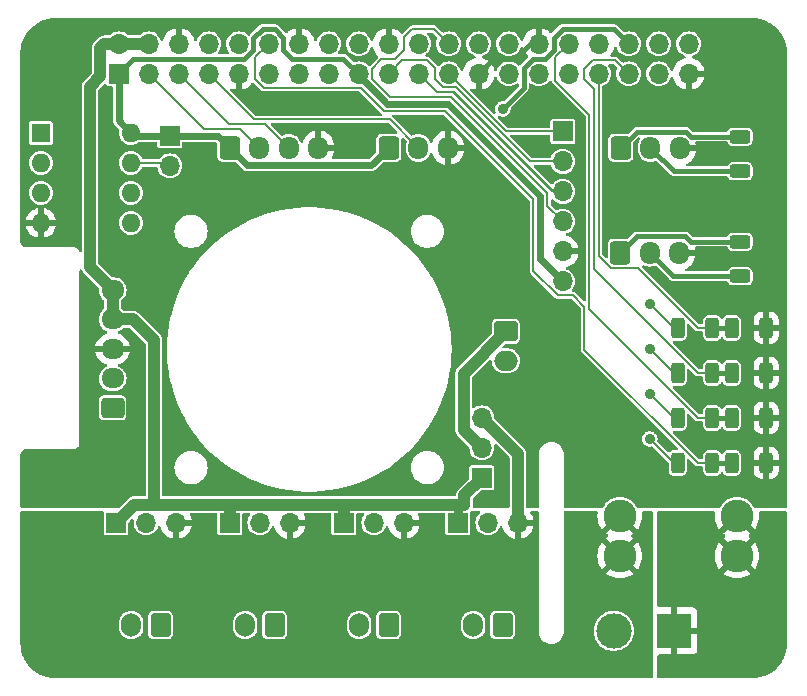
<source format=gtl>
G04 #@! TF.GenerationSoftware,KiCad,Pcbnew,(7.0.0-0)*
G04 #@! TF.CreationDate,2023-04-21T16:03:07+01:00*
G04 #@! TF.ProjectId,Klipper Fan Hat,4b6c6970-7065-4722-9046-616e20486174,rev?*
G04 #@! TF.SameCoordinates,Original*
G04 #@! TF.FileFunction,Copper,L1,Top*
G04 #@! TF.FilePolarity,Positive*
%FSLAX46Y46*%
G04 Gerber Fmt 4.6, Leading zero omitted, Abs format (unit mm)*
G04 Created by KiCad (PCBNEW (7.0.0-0)) date 2023-04-21 16:03:07*
%MOMM*%
%LPD*%
G01*
G04 APERTURE LIST*
G04 Aperture macros list*
%AMRoundRect*
0 Rectangle with rounded corners*
0 $1 Rounding radius*
0 $2 $3 $4 $5 $6 $7 $8 $9 X,Y pos of 4 corners*
0 Add a 4 corners polygon primitive as box body*
4,1,4,$2,$3,$4,$5,$6,$7,$8,$9,$2,$3,0*
0 Add four circle primitives for the rounded corners*
1,1,$1+$1,$2,$3*
1,1,$1+$1,$4,$5*
1,1,$1+$1,$6,$7*
1,1,$1+$1,$8,$9*
0 Add four rect primitives between the rounded corners*
20,1,$1+$1,$2,$3,$4,$5,0*
20,1,$1+$1,$4,$5,$6,$7,0*
20,1,$1+$1,$6,$7,$8,$9,0*
20,1,$1+$1,$8,$9,$2,$3,0*%
G04 Aperture macros list end*
G04 #@! TA.AperFunction,ComponentPad*
%ADD10R,3.000000X3.000000*%
G04 #@! TD*
G04 #@! TA.AperFunction,ComponentPad*
%ADD11C,3.000000*%
G04 #@! TD*
G04 #@! TA.AperFunction,SMDPad,CuDef*
%ADD12RoundRect,0.250000X0.312500X0.625000X-0.312500X0.625000X-0.312500X-0.625000X0.312500X-0.625000X0*%
G04 #@! TD*
G04 #@! TA.AperFunction,ComponentPad*
%ADD13C,2.780000*%
G04 #@! TD*
G04 #@! TA.AperFunction,ComponentPad*
%ADD14RoundRect,0.250000X0.725000X-0.600000X0.725000X0.600000X-0.725000X0.600000X-0.725000X-0.600000X0*%
G04 #@! TD*
G04 #@! TA.AperFunction,ComponentPad*
%ADD15O,1.950000X1.700000*%
G04 #@! TD*
G04 #@! TA.AperFunction,ComponentPad*
%ADD16R,1.700000X1.700000*%
G04 #@! TD*
G04 #@! TA.AperFunction,ComponentPad*
%ADD17O,1.700000X1.700000*%
G04 #@! TD*
G04 #@! TA.AperFunction,ComponentPad*
%ADD18RoundRect,0.250000X-0.600000X-0.725000X0.600000X-0.725000X0.600000X0.725000X-0.600000X0.725000X0*%
G04 #@! TD*
G04 #@! TA.AperFunction,ComponentPad*
%ADD19O,1.700000X1.950000*%
G04 #@! TD*
G04 #@! TA.AperFunction,ComponentPad*
%ADD20RoundRect,0.250000X-0.750000X0.600000X-0.750000X-0.600000X0.750000X-0.600000X0.750000X0.600000X0*%
G04 #@! TD*
G04 #@! TA.AperFunction,ComponentPad*
%ADD21O,2.000000X1.700000*%
G04 #@! TD*
G04 #@! TA.AperFunction,ComponentPad*
%ADD22RoundRect,0.250000X0.600000X0.750000X-0.600000X0.750000X-0.600000X-0.750000X0.600000X-0.750000X0*%
G04 #@! TD*
G04 #@! TA.AperFunction,ComponentPad*
%ADD23O,1.700000X2.000000*%
G04 #@! TD*
G04 #@! TA.AperFunction,SMDPad,CuDef*
%ADD24RoundRect,0.250000X-0.625000X0.312500X-0.625000X-0.312500X0.625000X-0.312500X0.625000X0.312500X0*%
G04 #@! TD*
G04 #@! TA.AperFunction,ComponentPad*
%ADD25R,1.600000X1.600000*%
G04 #@! TD*
G04 #@! TA.AperFunction,ComponentPad*
%ADD26O,1.600000X1.600000*%
G04 #@! TD*
G04 #@! TA.AperFunction,ViaPad*
%ADD27C,0.900000*%
G04 #@! TD*
G04 #@! TA.AperFunction,Conductor*
%ADD28C,0.400000*%
G04 #@! TD*
G04 #@! TA.AperFunction,Conductor*
%ADD29C,0.200000*%
G04 #@! TD*
G04 #@! TA.AperFunction,Conductor*
%ADD30C,1.000000*%
G04 #@! TD*
G04 #@! TA.AperFunction,Conductor*
%ADD31C,0.800000*%
G04 #@! TD*
G04 #@! TA.AperFunction,Conductor*
%ADD32C,0.600000*%
G04 #@! TD*
G04 APERTURE END LIST*
D10*
X155371999Y-95935999D03*
D11*
X150292000Y-95936000D03*
D12*
X163184500Y-81712000D03*
X160259500Y-81712000D03*
D13*
X150800000Y-86186000D03*
X150800000Y-89586000D03*
X160720000Y-86186000D03*
X160720000Y-89586000D03*
D14*
X107857000Y-77060000D03*
D15*
X107856999Y-74559999D03*
X107856999Y-72059999D03*
X107856999Y-69559999D03*
X107856999Y-67059999D03*
D12*
X158612500Y-77902000D03*
X155687500Y-77902000D03*
D16*
X127431999Y-86791999D03*
D17*
X129971999Y-86791999D03*
X132511999Y-86791999D03*
D18*
X117780000Y-55042000D03*
D19*
X120279999Y-55041999D03*
X122779999Y-55041999D03*
X125279999Y-55041999D03*
D12*
X163184500Y-70282000D03*
X160259500Y-70282000D03*
X163184500Y-74092000D03*
X160259500Y-74092000D03*
D16*
X139115999Y-82981999D03*
D17*
X139115999Y-80441999D03*
X139115999Y-77901999D03*
D18*
X150840000Y-63915000D03*
D19*
X153339999Y-63914999D03*
X155839999Y-63914999D03*
D16*
X112699999Y-54025999D03*
D17*
X112699999Y-56565999D03*
D20*
X141148000Y-70576000D03*
D21*
X141147999Y-73075999D03*
D16*
X117779999Y-86791999D03*
D17*
X120319999Y-86791999D03*
X122859999Y-86791999D03*
D22*
X111918000Y-95445000D03*
D23*
X109417999Y-95444999D03*
D16*
X108142999Y-86791999D03*
D17*
X110682999Y-86791999D03*
X113222999Y-86791999D03*
D24*
X160960000Y-54087500D03*
X160960000Y-57012500D03*
D18*
X131242000Y-55042000D03*
D19*
X133741999Y-55041999D03*
X136241999Y-55041999D03*
D25*
X101787999Y-53781999D03*
D26*
X101787999Y-56321999D03*
X101787999Y-58861999D03*
X101787999Y-61401999D03*
X109407999Y-61401999D03*
X109407999Y-58861999D03*
X109407999Y-56321999D03*
X109407999Y-53781999D03*
D12*
X163184500Y-77902000D03*
X160259500Y-77902000D03*
D16*
X137083999Y-86791999D03*
D17*
X139623999Y-86791999D03*
X142163999Y-86791999D03*
D22*
X121570000Y-95445000D03*
D23*
X119069999Y-95444999D03*
D16*
X145973999Y-53644999D03*
D17*
X145973999Y-56184999D03*
X145973999Y-58724999D03*
X145973999Y-61264999D03*
X145973999Y-63804999D03*
X145973999Y-66344999D03*
D22*
X131222000Y-95445000D03*
D23*
X128721999Y-95444999D03*
D18*
X150880000Y-55042000D03*
D19*
X153379999Y-55041999D03*
X155879999Y-55041999D03*
D12*
X158612500Y-70282000D03*
X155687500Y-70282000D03*
X158612500Y-74092000D03*
X155687500Y-74092000D03*
X158612500Y-81712000D03*
X155687500Y-81712000D03*
D22*
X140874000Y-95445000D03*
D23*
X138373999Y-95444999D03*
D24*
X160960000Y-62977500D03*
X160960000Y-65902500D03*
D16*
X108369999Y-48769999D03*
D17*
X108369999Y-46229999D03*
X110909999Y-48769999D03*
X110909999Y-46229999D03*
X113449999Y-48769999D03*
X113449999Y-46229999D03*
X115989999Y-48769999D03*
X115989999Y-46229999D03*
X118529999Y-48769999D03*
X118529999Y-46229999D03*
X121069999Y-48769999D03*
X121069999Y-46229999D03*
X123609999Y-48769999D03*
X123609999Y-46229999D03*
X126149999Y-48769999D03*
X126149999Y-46229999D03*
X128689999Y-48769999D03*
X128689999Y-46229999D03*
X131229999Y-48769999D03*
X131229999Y-46229999D03*
X133769999Y-48769999D03*
X133769999Y-46229999D03*
X136309999Y-48769999D03*
X136309999Y-46229999D03*
X138849999Y-48769999D03*
X138849999Y-46229999D03*
X141389999Y-48769999D03*
X141389999Y-46229999D03*
X143929999Y-48769999D03*
X143929999Y-46229999D03*
X146469999Y-48769999D03*
X146469999Y-46229999D03*
X149009999Y-48769999D03*
X149009999Y-46229999D03*
X151549999Y-48769999D03*
X151549999Y-46229999D03*
X154089999Y-48769999D03*
X154089999Y-46229999D03*
X156629999Y-48769999D03*
X156629999Y-46229999D03*
D27*
X140894000Y-51740000D03*
X153340000Y-79680000D03*
X153340000Y-75870000D03*
X153340000Y-72060000D03*
X153340000Y-68250000D03*
D28*
X141939000Y-47520000D02*
X143229000Y-46230000D01*
X138850000Y-48770000D02*
X140100000Y-47520000D01*
X140100000Y-47520000D02*
X141939000Y-47520000D01*
X143229000Y-46230000D02*
X143930000Y-46230000D01*
D29*
X118664000Y-53426000D02*
X120280000Y-55042000D01*
X110910000Y-48770000D02*
X115566000Y-53426000D01*
X115566000Y-53426000D02*
X118664000Y-53426000D01*
X117706000Y-53026000D02*
X120764000Y-53026000D01*
X120764000Y-53026000D02*
X122780000Y-55042000D01*
X113450000Y-48770000D02*
X117706000Y-53026000D01*
X115990000Y-48770000D02*
X119846000Y-52626000D01*
X131326000Y-52626000D02*
X133742000Y-55042000D01*
X119846000Y-52626000D02*
X131326000Y-52626000D01*
X130850050Y-51920000D02*
X136017258Y-51920000D01*
X143475157Y-59377899D02*
X143475157Y-65472503D01*
X120635654Y-49962000D02*
X128892050Y-49962000D01*
X128892050Y-49962000D02*
X130850050Y-51920000D01*
X145541454Y-67538800D02*
X146837600Y-67538800D01*
D28*
X160259500Y-81712000D02*
X158612500Y-81712000D01*
D29*
X147810000Y-72118000D02*
X157404000Y-81712000D01*
X119920000Y-49246346D02*
X120635654Y-49962000D01*
X119920000Y-47380000D02*
X119920000Y-49246346D01*
X146837600Y-67538800D02*
X147802800Y-68504000D01*
X121070000Y-46230000D02*
X119920000Y-47380000D01*
X147802800Y-68504000D02*
X147810000Y-68504000D01*
X157404000Y-81712000D02*
X158612500Y-81712000D01*
X147810000Y-68504000D02*
X147810000Y-72118000D01*
X143475157Y-65472503D02*
X145541454Y-67538800D01*
X136017258Y-51920000D02*
X143475157Y-59377899D01*
X135160000Y-49246346D02*
X135833654Y-49920000D01*
X143159314Y-56185000D02*
X145974000Y-56185000D01*
X136894314Y-49920000D02*
X143159314Y-56185000D01*
X135833654Y-49920000D02*
X136894314Y-49920000D01*
X135160000Y-48293654D02*
X135160000Y-49246346D01*
X132380000Y-47620000D02*
X134486346Y-47620000D01*
X131230000Y-48770000D02*
X132380000Y-47620000D01*
X134486346Y-47620000D02*
X135160000Y-48293654D01*
X145974000Y-58725000D02*
X145085000Y-58725000D01*
X136680000Y-50320000D02*
X135320000Y-50320000D01*
X135320000Y-50320000D02*
X136728628Y-50320000D01*
X135320000Y-50320000D02*
X133770000Y-48770000D01*
X142291000Y-55931000D02*
X136680000Y-50320000D01*
X136728628Y-50320000D02*
X145133629Y-58725000D01*
X145085000Y-58725000D02*
X142291000Y-55931000D01*
X136310000Y-48770000D02*
X141185000Y-53645000D01*
X141185000Y-53645000D02*
X145974000Y-53645000D01*
X144675157Y-58880843D02*
X144675157Y-59966157D01*
X136514314Y-50720000D02*
X144675157Y-58880843D01*
X133223200Y-44983600D02*
X132512000Y-45694800D01*
X132512000Y-46787000D02*
X131750000Y-47549000D01*
X130607000Y-47549000D02*
X130607000Y-47560106D01*
X135063600Y-44983600D02*
X133223200Y-44983600D01*
X144675157Y-59966157D02*
X145974000Y-61265000D01*
X132512000Y-45694800D02*
X132512000Y-46787000D01*
X129840000Y-49212894D02*
X131347106Y-50720000D01*
X136310000Y-46230000D02*
X135063600Y-44983600D01*
X131750000Y-47549000D02*
X130607000Y-47549000D01*
X129840000Y-48327106D02*
X129840000Y-49212894D01*
X130607000Y-47560106D02*
X129840000Y-48327106D01*
X131347106Y-50720000D02*
X136514314Y-50720000D01*
D28*
X160960000Y-57012500D02*
X155350500Y-57012500D01*
X155350500Y-57012500D02*
X153380000Y-55042000D01*
X155327500Y-65902500D02*
X153340000Y-63915000D01*
X160960000Y-65902500D02*
X155327500Y-65902500D01*
D29*
X148210000Y-68709184D02*
X157402817Y-77902000D01*
X146470000Y-46230000D02*
X145320000Y-47380000D01*
D28*
X160259500Y-77902000D02*
X158612500Y-77902000D01*
D29*
X145320000Y-47380000D02*
X145320000Y-49358000D01*
X157402817Y-77902000D02*
X158612500Y-77902000D01*
X145320000Y-49358000D02*
X148210000Y-52248000D01*
X148210000Y-52248000D02*
X148210000Y-68709184D01*
X152310816Y-65190000D02*
X157402817Y-70282000D01*
X149010000Y-48770000D02*
X149010000Y-64187817D01*
D28*
X160259500Y-70282000D02*
X158612500Y-70282000D01*
D29*
X149010000Y-64187817D02*
X150012183Y-65190000D01*
X150012183Y-65190000D02*
X152310816Y-65190000D01*
X157402817Y-70282000D02*
X158612500Y-70282000D01*
X157402817Y-74092000D02*
X148610000Y-65299184D01*
D28*
X160259500Y-74092000D02*
X158612500Y-74092000D01*
D29*
X147752000Y-48401654D02*
X148533654Y-47620000D01*
X147752000Y-49200000D02*
X147752000Y-48401654D01*
X150400000Y-47620000D02*
X151550000Y-48770000D01*
X148533654Y-47620000D02*
X150400000Y-47620000D01*
X148610000Y-65299184D02*
X148610000Y-50058000D01*
X148610000Y-50058000D02*
X147752000Y-49200000D01*
X158612500Y-74092000D02*
X157402817Y-74092000D01*
D28*
X145220000Y-46772894D02*
X145220000Y-45712233D01*
X144472894Y-47520000D02*
X145220000Y-46772894D01*
X142680000Y-48252233D02*
X143412233Y-47520000D01*
X145952233Y-44980000D02*
X150300000Y-44980000D01*
X140894000Y-51740000D02*
X142680000Y-49954000D01*
X145220000Y-45712233D02*
X145952233Y-44980000D01*
X150300000Y-44980000D02*
X151550000Y-46230000D01*
X143412233Y-47520000D02*
X144472894Y-47520000D01*
X142680000Y-49954000D02*
X142680000Y-48252233D01*
D30*
X111353800Y-85242000D02*
X117780000Y-85242000D01*
X111353800Y-83581200D02*
X111353800Y-85242000D01*
X107852400Y-67060000D02*
X105943600Y-65151200D01*
X127432000Y-85242000D02*
X135534000Y-85242000D01*
X106820000Y-48984000D02*
X106820000Y-46577919D01*
X137642800Y-84455200D02*
X139116000Y-82982000D01*
X137642800Y-85242600D02*
X137642800Y-84455200D01*
X107857000Y-69560000D02*
X107857000Y-67060000D01*
X111353800Y-71323400D02*
X111353800Y-83581200D01*
X107167919Y-46230000D02*
X108370000Y-46230000D01*
X109693000Y-85242000D02*
X108143000Y-86792000D01*
X135534000Y-85242000D02*
X135534600Y-85242600D01*
X107857000Y-69560000D02*
X109590400Y-69560000D01*
X111353800Y-85242000D02*
X109693000Y-85242000D01*
X135534600Y-85242600D02*
X137084000Y-85242600D01*
X105943600Y-65151200D02*
X105943600Y-49860400D01*
X107857000Y-67060000D02*
X107852400Y-67060000D01*
X106820000Y-46577919D02*
X107167919Y-46230000D01*
X127432000Y-86792000D02*
X127432000Y-85242000D01*
D31*
X137084000Y-86792000D02*
X137084000Y-85242600D01*
D30*
X109590400Y-69560000D02*
X111353800Y-71323400D01*
X117780000Y-86792000D02*
X117780000Y-85242000D01*
X110910000Y-46230000D02*
X108370000Y-46230000D01*
X137084000Y-85242600D02*
X137642800Y-85242600D01*
X117780000Y-85242000D02*
X127432000Y-85242000D01*
X105943600Y-49860400D02*
X106820000Y-48984000D01*
D32*
X136265786Y-51320000D02*
X144075157Y-59129371D01*
X108370000Y-52693200D02*
X108370000Y-48770000D01*
X144075157Y-59129371D02*
X144075157Y-64446157D01*
X112700000Y-54026000D02*
X116764000Y-54026000D01*
X109408000Y-53782000D02*
X108483600Y-52857600D01*
D28*
X156397767Y-53667000D02*
X152255000Y-53667000D01*
X156357767Y-62540000D02*
X152215000Y-62540000D01*
D32*
X116764000Y-54026000D02*
X117780000Y-55042000D01*
X128690000Y-48770000D02*
X128690000Y-48911422D01*
D28*
X156795267Y-62977500D02*
X156357767Y-62540000D01*
X119780000Y-45752233D02*
X119780000Y-46747767D01*
X128690000Y-48770000D02*
X127400000Y-47480000D01*
X119780000Y-46747767D02*
X119007767Y-47520000D01*
X121587767Y-44980000D02*
X120552233Y-44980000D01*
X120552233Y-44980000D02*
X119780000Y-45752233D01*
X122320000Y-46747767D02*
X122320000Y-45712233D01*
D32*
X144075157Y-64446157D02*
X145974000Y-66345000D01*
X117780000Y-55042000D02*
X119255000Y-56517000D01*
X109652000Y-54026000D02*
X109408000Y-53782000D01*
D28*
X127400000Y-47480000D02*
X123052233Y-47480000D01*
D32*
X112700000Y-54026000D02*
X109652000Y-54026000D01*
D28*
X123052233Y-47480000D02*
X122320000Y-46747767D01*
X109620000Y-47520000D02*
X108370000Y-48770000D01*
X119007767Y-47520000D02*
X109620000Y-47520000D01*
X160960000Y-62977500D02*
X156795267Y-62977500D01*
X152255000Y-53667000D02*
X150880000Y-55042000D01*
X122320000Y-45712233D02*
X121587767Y-44980000D01*
X152215000Y-62540000D02*
X150840000Y-63915000D01*
D32*
X128690000Y-48911422D02*
X131098578Y-51320000D01*
D28*
X160960000Y-54087500D02*
X156818267Y-54087500D01*
X156818267Y-54087500D02*
X156397767Y-53667000D01*
D32*
X131098578Y-51320000D02*
X136265786Y-51320000D01*
X119255000Y-56517000D02*
X129767000Y-56517000D01*
X129767000Y-56517000D02*
X131242000Y-55042000D01*
X108483600Y-52806800D02*
X108370000Y-52693200D01*
X108483600Y-52857600D02*
X108483600Y-52806800D01*
D30*
X139116000Y-80442000D02*
X137566000Y-78892000D01*
X137566000Y-74158000D02*
X141148000Y-70576000D01*
X137566000Y-78892000D02*
X137566000Y-74158000D01*
D29*
X109408000Y-56322000D02*
X112456000Y-56322000D01*
X112456000Y-56322000D02*
X112700000Y-56566000D01*
D30*
X142164000Y-86792000D02*
X142164000Y-80950000D01*
X142164000Y-80950000D02*
X139116000Y-77902000D01*
D29*
X155372000Y-81712000D02*
X153340000Y-79680000D01*
X155687500Y-81712000D02*
X155372000Y-81712000D01*
X155372000Y-77902000D02*
X155687500Y-77902000D01*
X153340000Y-75870000D02*
X155372000Y-77902000D01*
X153340000Y-72060000D02*
X155372000Y-74092000D01*
X155372000Y-74092000D02*
X155687500Y-74092000D01*
X155372000Y-70282000D02*
X155687500Y-70282000D01*
X153340000Y-68250000D02*
X155372000Y-70282000D01*
G04 #@! TA.AperFunction,Conductor*
G36*
X107036173Y-85794699D02*
G01*
X107081905Y-85845157D01*
X107094095Y-85912156D01*
X107093689Y-85916271D01*
X107092500Y-85922252D01*
X107092500Y-87661748D01*
X107093688Y-87667723D01*
X107093689Y-87667728D01*
X107101750Y-87708252D01*
X107104133Y-87720231D01*
X107110916Y-87730383D01*
X107110917Y-87730384D01*
X107135538Y-87767232D01*
X107148448Y-87786552D01*
X107214769Y-87830867D01*
X107273252Y-87842500D01*
X109006652Y-87842500D01*
X109012748Y-87842500D01*
X109071231Y-87830867D01*
X109137552Y-87786552D01*
X109181867Y-87720231D01*
X109193500Y-87661748D01*
X109193500Y-86783519D01*
X109202939Y-86736066D01*
X109229819Y-86695838D01*
X109321657Y-86604000D01*
X109436310Y-86489346D01*
X109487993Y-86458368D01*
X109548180Y-86455412D01*
X109602653Y-86481175D01*
X109638550Y-86529576D01*
X109647392Y-86589183D01*
X109633311Y-86732157D01*
X109627417Y-86792000D01*
X109628014Y-86798061D01*
X109647102Y-86991869D01*
X109647103Y-86991875D01*
X109647700Y-86997934D01*
X109649467Y-87003759D01*
X109649468Y-87003764D01*
X109696666Y-87159356D01*
X109707768Y-87195954D01*
X109710638Y-87201323D01*
X109710640Y-87201328D01*
X109802444Y-87373079D01*
X109805315Y-87378450D01*
X109936590Y-87538410D01*
X110096550Y-87669685D01*
X110279046Y-87767232D01*
X110477066Y-87827300D01*
X110683000Y-87847583D01*
X110888934Y-87827300D01*
X111086954Y-87767232D01*
X111269450Y-87669685D01*
X111429410Y-87538410D01*
X111560685Y-87378450D01*
X111658232Y-87195954D01*
X111678406Y-87129448D01*
X111711709Y-87075499D01*
X111767329Y-87045062D01*
X111830724Y-87046099D01*
X111885319Y-87078338D01*
X111916841Y-87133350D01*
X111948168Y-87250263D01*
X111951856Y-87260397D01*
X112047113Y-87464676D01*
X112052501Y-87474008D01*
X112181784Y-87658643D01*
X112188721Y-87666909D01*
X112348090Y-87826278D01*
X112356356Y-87833215D01*
X112540991Y-87962498D01*
X112550323Y-87967886D01*
X112754602Y-88063143D01*
X112764736Y-88066831D01*
X112959219Y-88118943D01*
X112970448Y-88119311D01*
X112973000Y-88108369D01*
X113473000Y-88108369D01*
X113475551Y-88119311D01*
X113486780Y-88118943D01*
X113681263Y-88066831D01*
X113691397Y-88063143D01*
X113895676Y-87967886D01*
X113905008Y-87962498D01*
X114089643Y-87833215D01*
X114097909Y-87826278D01*
X114257278Y-87666909D01*
X114264215Y-87658643D01*
X114393498Y-87474008D01*
X114398886Y-87464676D01*
X114494143Y-87260397D01*
X114497831Y-87250263D01*
X114549943Y-87055780D01*
X114550311Y-87044551D01*
X114539369Y-87042000D01*
X113489326Y-87042000D01*
X113476450Y-87045450D01*
X113473000Y-87058326D01*
X113473000Y-88108369D01*
X112973000Y-88108369D01*
X112973000Y-86666000D01*
X112989613Y-86604000D01*
X113035000Y-86558613D01*
X113097000Y-86542000D01*
X114539369Y-86542000D01*
X114550311Y-86539448D01*
X114549943Y-86528219D01*
X114497831Y-86333736D01*
X114494143Y-86323602D01*
X114398690Y-86118905D01*
X114387337Y-86058390D01*
X114406491Y-85999875D01*
X114451429Y-85957786D01*
X114511072Y-85942500D01*
X116605500Y-85942500D01*
X116667500Y-85959113D01*
X116712887Y-86004500D01*
X116729500Y-86066500D01*
X116729500Y-87661748D01*
X116730688Y-87667723D01*
X116730689Y-87667728D01*
X116738750Y-87708252D01*
X116741133Y-87720231D01*
X116747916Y-87730383D01*
X116747917Y-87730384D01*
X116772538Y-87767232D01*
X116785448Y-87786552D01*
X116851769Y-87830867D01*
X116910252Y-87842500D01*
X118643652Y-87842500D01*
X118649748Y-87842500D01*
X118708231Y-87830867D01*
X118774552Y-87786552D01*
X118818867Y-87720231D01*
X118830500Y-87661748D01*
X118830500Y-86066500D01*
X118847113Y-86004500D01*
X118892500Y-85959113D01*
X118954500Y-85942500D01*
X119396018Y-85942500D01*
X119462358Y-85961738D01*
X119508113Y-86013483D01*
X119519086Y-86081678D01*
X119491872Y-86145164D01*
X119446178Y-86200842D01*
X119446174Y-86200846D01*
X119442315Y-86205550D01*
X119439447Y-86210915D01*
X119439444Y-86210920D01*
X119347640Y-86382671D01*
X119347636Y-86382679D01*
X119344768Y-86388046D01*
X119342999Y-86393875D01*
X119342999Y-86393877D01*
X119286468Y-86580235D01*
X119286466Y-86580242D01*
X119284700Y-86586066D01*
X119284103Y-86592122D01*
X119284102Y-86592130D01*
X119270311Y-86732157D01*
X119264417Y-86792000D01*
X119265014Y-86798061D01*
X119284102Y-86991869D01*
X119284103Y-86991875D01*
X119284700Y-86997934D01*
X119286467Y-87003759D01*
X119286468Y-87003764D01*
X119333666Y-87159356D01*
X119344768Y-87195954D01*
X119347638Y-87201323D01*
X119347640Y-87201328D01*
X119439444Y-87373079D01*
X119442315Y-87378450D01*
X119573590Y-87538410D01*
X119733550Y-87669685D01*
X119916046Y-87767232D01*
X120114066Y-87827300D01*
X120320000Y-87847583D01*
X120525934Y-87827300D01*
X120723954Y-87767232D01*
X120906450Y-87669685D01*
X121066410Y-87538410D01*
X121197685Y-87378450D01*
X121295232Y-87195954D01*
X121315406Y-87129448D01*
X121348709Y-87075499D01*
X121404329Y-87045062D01*
X121467724Y-87046099D01*
X121522319Y-87078338D01*
X121553841Y-87133350D01*
X121585168Y-87250263D01*
X121588856Y-87260397D01*
X121684113Y-87464676D01*
X121689501Y-87474008D01*
X121818784Y-87658643D01*
X121825721Y-87666909D01*
X121985090Y-87826278D01*
X121993356Y-87833215D01*
X122177991Y-87962498D01*
X122187323Y-87967886D01*
X122391602Y-88063143D01*
X122401736Y-88066831D01*
X122596219Y-88118943D01*
X122607448Y-88119311D01*
X122610000Y-88108369D01*
X123110000Y-88108369D01*
X123112551Y-88119311D01*
X123123780Y-88118943D01*
X123318263Y-88066831D01*
X123328397Y-88063143D01*
X123532676Y-87967886D01*
X123542008Y-87962498D01*
X123726643Y-87833215D01*
X123734909Y-87826278D01*
X123894278Y-87666909D01*
X123901215Y-87658643D01*
X124030498Y-87474008D01*
X124035886Y-87464676D01*
X124131143Y-87260397D01*
X124134831Y-87250263D01*
X124186943Y-87055780D01*
X124187311Y-87044551D01*
X124176369Y-87042000D01*
X123126326Y-87042000D01*
X123113450Y-87045450D01*
X123110000Y-87058326D01*
X123110000Y-88108369D01*
X122610000Y-88108369D01*
X122610000Y-86666000D01*
X122626613Y-86604000D01*
X122672000Y-86558613D01*
X122734000Y-86542000D01*
X124176369Y-86542000D01*
X124187311Y-86539448D01*
X124186943Y-86528219D01*
X124134831Y-86333736D01*
X124131143Y-86323602D01*
X124035690Y-86118905D01*
X124024337Y-86058390D01*
X124043491Y-85999875D01*
X124088429Y-85957786D01*
X124148072Y-85942500D01*
X126257500Y-85942500D01*
X126319500Y-85959113D01*
X126364887Y-86004500D01*
X126381500Y-86066500D01*
X126381500Y-87661748D01*
X126382688Y-87667723D01*
X126382689Y-87667728D01*
X126390750Y-87708252D01*
X126393133Y-87720231D01*
X126399916Y-87730383D01*
X126399917Y-87730384D01*
X126424538Y-87767232D01*
X126437448Y-87786552D01*
X126503769Y-87830867D01*
X126562252Y-87842500D01*
X128295652Y-87842500D01*
X128301748Y-87842500D01*
X128360231Y-87830867D01*
X128426552Y-87786552D01*
X128470867Y-87720231D01*
X128482500Y-87661748D01*
X128482500Y-86066500D01*
X128499113Y-86004500D01*
X128544500Y-85959113D01*
X128606500Y-85942500D01*
X129048018Y-85942500D01*
X129114358Y-85961738D01*
X129160113Y-86013483D01*
X129171086Y-86081678D01*
X129143872Y-86145164D01*
X129098178Y-86200842D01*
X129098174Y-86200846D01*
X129094315Y-86205550D01*
X129091447Y-86210915D01*
X129091444Y-86210920D01*
X128999640Y-86382671D01*
X128999636Y-86382679D01*
X128996768Y-86388046D01*
X128994999Y-86393875D01*
X128994999Y-86393877D01*
X128938468Y-86580235D01*
X128938466Y-86580242D01*
X128936700Y-86586066D01*
X128936103Y-86592122D01*
X128936102Y-86592130D01*
X128922311Y-86732157D01*
X128916417Y-86792000D01*
X128917014Y-86798061D01*
X128936102Y-86991869D01*
X128936103Y-86991875D01*
X128936700Y-86997934D01*
X128938467Y-87003759D01*
X128938468Y-87003764D01*
X128985666Y-87159356D01*
X128996768Y-87195954D01*
X128999638Y-87201323D01*
X128999640Y-87201328D01*
X129091444Y-87373079D01*
X129094315Y-87378450D01*
X129225590Y-87538410D01*
X129385550Y-87669685D01*
X129568046Y-87767232D01*
X129766066Y-87827300D01*
X129972000Y-87847583D01*
X130177934Y-87827300D01*
X130375954Y-87767232D01*
X130558450Y-87669685D01*
X130718410Y-87538410D01*
X130849685Y-87378450D01*
X130947232Y-87195954D01*
X130967406Y-87129448D01*
X131000709Y-87075499D01*
X131056329Y-87045062D01*
X131119724Y-87046099D01*
X131174319Y-87078338D01*
X131205841Y-87133350D01*
X131237168Y-87250263D01*
X131240856Y-87260397D01*
X131336113Y-87464676D01*
X131341501Y-87474008D01*
X131470784Y-87658643D01*
X131477721Y-87666909D01*
X131637090Y-87826278D01*
X131645356Y-87833215D01*
X131829991Y-87962498D01*
X131839323Y-87967886D01*
X132043602Y-88063143D01*
X132053736Y-88066831D01*
X132248219Y-88118943D01*
X132259448Y-88119311D01*
X132262000Y-88108369D01*
X132762000Y-88108369D01*
X132764551Y-88119311D01*
X132775780Y-88118943D01*
X132970263Y-88066831D01*
X132980397Y-88063143D01*
X133184676Y-87967886D01*
X133194008Y-87962498D01*
X133378643Y-87833215D01*
X133386909Y-87826278D01*
X133546278Y-87666909D01*
X133553215Y-87658643D01*
X133682498Y-87474008D01*
X133687886Y-87464676D01*
X133783143Y-87260397D01*
X133786831Y-87250263D01*
X133838943Y-87055780D01*
X133839311Y-87044551D01*
X133828369Y-87042000D01*
X132778326Y-87042000D01*
X132765450Y-87045450D01*
X132762000Y-87058326D01*
X132762000Y-88108369D01*
X132262000Y-88108369D01*
X132262000Y-86666000D01*
X132278613Y-86604000D01*
X132324000Y-86558613D01*
X132386000Y-86542000D01*
X133828369Y-86542000D01*
X133839311Y-86539448D01*
X133838943Y-86528219D01*
X133786831Y-86333736D01*
X133783143Y-86323602D01*
X133687690Y-86118905D01*
X133676337Y-86058390D01*
X133695491Y-85999875D01*
X133740429Y-85957786D01*
X133800072Y-85942500D01*
X135456399Y-85942500D01*
X135478750Y-85944531D01*
X135491994Y-85946958D01*
X135552033Y-85943325D01*
X135559521Y-85943100D01*
X135909500Y-85943100D01*
X135971500Y-85959713D01*
X136016887Y-86005100D01*
X136033500Y-86067100D01*
X136033500Y-87661748D01*
X136034688Y-87667723D01*
X136034689Y-87667728D01*
X136042750Y-87708252D01*
X136045133Y-87720231D01*
X136051916Y-87730383D01*
X136051917Y-87730384D01*
X136076538Y-87767232D01*
X136089448Y-87786552D01*
X136155769Y-87830867D01*
X136214252Y-87842500D01*
X137947652Y-87842500D01*
X137953748Y-87842500D01*
X138012231Y-87830867D01*
X138078552Y-87786552D01*
X138122867Y-87720231D01*
X138134500Y-87661748D01*
X138134500Y-85922252D01*
X138133310Y-85916271D01*
X138132905Y-85912156D01*
X138145095Y-85845157D01*
X138190827Y-85794699D01*
X138256308Y-85776000D01*
X138859530Y-85776000D01*
X138917983Y-85790642D01*
X138962632Y-85831109D01*
X138982933Y-85887846D01*
X138974091Y-85947453D01*
X138938194Y-85995854D01*
X138882296Y-86041727D01*
X138882290Y-86041732D01*
X138877590Y-86045590D01*
X138873732Y-86050290D01*
X138873727Y-86050296D01*
X138750178Y-86200842D01*
X138750174Y-86200846D01*
X138746315Y-86205550D01*
X138743447Y-86210915D01*
X138743444Y-86210920D01*
X138651640Y-86382671D01*
X138651636Y-86382679D01*
X138648768Y-86388046D01*
X138646999Y-86393875D01*
X138646999Y-86393877D01*
X138590468Y-86580235D01*
X138590466Y-86580242D01*
X138588700Y-86586066D01*
X138588103Y-86592122D01*
X138588102Y-86592130D01*
X138574311Y-86732157D01*
X138568417Y-86792000D01*
X138569014Y-86798061D01*
X138588102Y-86991869D01*
X138588103Y-86991875D01*
X138588700Y-86997934D01*
X138590467Y-87003759D01*
X138590468Y-87003764D01*
X138637666Y-87159356D01*
X138648768Y-87195954D01*
X138651638Y-87201323D01*
X138651640Y-87201328D01*
X138743444Y-87373079D01*
X138746315Y-87378450D01*
X138877590Y-87538410D01*
X139037550Y-87669685D01*
X139220046Y-87767232D01*
X139418066Y-87827300D01*
X139624000Y-87847583D01*
X139829934Y-87827300D01*
X140027954Y-87767232D01*
X140210450Y-87669685D01*
X140370410Y-87538410D01*
X140501685Y-87378450D01*
X140599232Y-87195954D01*
X140619406Y-87129448D01*
X140652709Y-87075499D01*
X140708329Y-87045062D01*
X140771724Y-87046099D01*
X140826319Y-87078338D01*
X140857841Y-87133350D01*
X140889168Y-87250263D01*
X140892856Y-87260397D01*
X140988113Y-87464676D01*
X140993501Y-87474008D01*
X141122784Y-87658643D01*
X141129721Y-87666909D01*
X141289090Y-87826278D01*
X141297356Y-87833215D01*
X141481991Y-87962498D01*
X141491323Y-87967886D01*
X141695602Y-88063143D01*
X141705736Y-88066831D01*
X141900219Y-88118943D01*
X141911448Y-88119311D01*
X141914000Y-88108369D01*
X142414000Y-88108369D01*
X142416551Y-88119311D01*
X142427780Y-88118943D01*
X142622263Y-88066831D01*
X142632397Y-88063143D01*
X142836676Y-87967886D01*
X142846008Y-87962498D01*
X143030643Y-87833215D01*
X143038909Y-87826278D01*
X143198278Y-87666909D01*
X143205215Y-87658643D01*
X143334498Y-87474008D01*
X143339886Y-87464676D01*
X143435143Y-87260397D01*
X143438831Y-87250263D01*
X143490943Y-87055780D01*
X143491311Y-87044551D01*
X143480369Y-87042000D01*
X142430326Y-87042000D01*
X142417450Y-87045450D01*
X142414000Y-87058326D01*
X142414000Y-88108369D01*
X141914000Y-88108369D01*
X141914000Y-86666000D01*
X141930613Y-86604000D01*
X141976000Y-86558613D01*
X142038000Y-86542000D01*
X143480369Y-86542000D01*
X143491311Y-86539448D01*
X143490943Y-86528219D01*
X143438831Y-86333736D01*
X143435143Y-86323602D01*
X143339889Y-86119332D01*
X143334491Y-86109982D01*
X143237261Y-85971123D01*
X143215101Y-85908110D01*
X143228847Y-85842743D01*
X143274508Y-85793991D01*
X143338836Y-85776000D01*
X143825500Y-85776000D01*
X143887500Y-85792613D01*
X143932887Y-85838000D01*
X143949500Y-85900000D01*
X143949500Y-95983592D01*
X143949500Y-96000000D01*
X143949500Y-96097343D01*
X143950551Y-96102969D01*
X143950552Y-96102972D01*
X143983589Y-96279699D01*
X143985274Y-96288714D01*
X143987343Y-96294056D01*
X143987345Y-96294061D01*
X144053533Y-96464911D01*
X144055603Y-96470254D01*
X144058621Y-96475128D01*
X144155068Y-96630897D01*
X144158092Y-96635780D01*
X144164351Y-96642646D01*
X144285384Y-96775413D01*
X144285388Y-96775417D01*
X144289251Y-96779654D01*
X144293824Y-96783107D01*
X144293828Y-96783111D01*
X144383696Y-96850975D01*
X144444614Y-96896979D01*
X144618890Y-96983758D01*
X144624408Y-96985328D01*
X144800622Y-97035466D01*
X144800623Y-97035466D01*
X144806144Y-97037037D01*
X145000000Y-97055000D01*
X145193856Y-97037037D01*
X145381110Y-96983758D01*
X145555386Y-96896979D01*
X145710749Y-96779654D01*
X145841908Y-96635780D01*
X145944397Y-96470254D01*
X146014726Y-96288714D01*
X146050500Y-96097343D01*
X146050500Y-96000000D01*
X146050500Y-95983592D01*
X146050500Y-95936000D01*
X148586732Y-95936000D01*
X148587079Y-95940630D01*
X148605125Y-96181450D01*
X148605778Y-96190157D01*
X148606808Y-96194670D01*
X148606809Y-96194676D01*
X148661458Y-96434108D01*
X148662492Y-96438637D01*
X148664188Y-96442960D01*
X148664189Y-96442961D01*
X148737020Y-96628531D01*
X148755607Y-96675888D01*
X148883041Y-96896612D01*
X149041950Y-97095877D01*
X149228783Y-97269232D01*
X149439366Y-97412805D01*
X149668996Y-97523389D01*
X149673424Y-97524754D01*
X149673427Y-97524756D01*
X149773576Y-97555647D01*
X149912542Y-97598513D01*
X150164565Y-97636500D01*
X150414800Y-97636500D01*
X150419435Y-97636500D01*
X150671458Y-97598513D01*
X150915004Y-97523389D01*
X151144634Y-97412805D01*
X151355217Y-97269232D01*
X151542050Y-97095877D01*
X151700959Y-96896612D01*
X151828393Y-96675888D01*
X151921508Y-96438637D01*
X151978222Y-96190157D01*
X151997268Y-95936000D01*
X151978222Y-95681843D01*
X151921508Y-95433363D01*
X151828393Y-95196112D01*
X151700959Y-94975388D01*
X151542050Y-94776123D01*
X151355217Y-94602768D01*
X151144634Y-94459195D01*
X151065691Y-94421178D01*
X150919183Y-94350623D01*
X150919177Y-94350620D01*
X150915004Y-94348611D01*
X150910582Y-94347247D01*
X150910572Y-94347243D01*
X150675891Y-94274854D01*
X150675886Y-94274852D01*
X150671458Y-94273487D01*
X150666878Y-94272796D01*
X150666871Y-94272795D01*
X150424018Y-94236190D01*
X150424007Y-94236189D01*
X150419435Y-94235500D01*
X150164565Y-94235500D01*
X150159993Y-94236189D01*
X150159981Y-94236190D01*
X149917128Y-94272795D01*
X149917118Y-94272797D01*
X149912542Y-94273487D01*
X149908116Y-94274851D01*
X149908108Y-94274854D01*
X149673427Y-94347243D01*
X149673412Y-94347248D01*
X149668996Y-94348611D01*
X149664827Y-94350618D01*
X149664816Y-94350623D01*
X149443551Y-94457179D01*
X149443544Y-94457182D01*
X149439366Y-94459195D01*
X149435533Y-94461808D01*
X149435530Y-94461810D01*
X149301345Y-94553296D01*
X149228783Y-94602768D01*
X149225391Y-94605914D01*
X149225385Y-94605920D01*
X149108989Y-94713920D01*
X149041950Y-94776123D01*
X149039060Y-94779745D01*
X149039057Y-94779750D01*
X148885933Y-94971761D01*
X148883041Y-94975388D01*
X148880722Y-94979403D01*
X148880721Y-94979406D01*
X148757928Y-95192091D01*
X148757925Y-95192096D01*
X148755607Y-95196112D01*
X148753913Y-95200426D01*
X148753911Y-95200432D01*
X148664189Y-95429038D01*
X148662492Y-95433363D01*
X148661459Y-95437884D01*
X148661458Y-95437891D01*
X148606809Y-95677323D01*
X148606807Y-95677331D01*
X148605778Y-95681843D01*
X148605431Y-95686462D01*
X148605431Y-95686468D01*
X148588605Y-95911004D01*
X148586732Y-95936000D01*
X146050500Y-95936000D01*
X146050500Y-91087107D01*
X149657974Y-91087107D01*
X149666292Y-91098218D01*
X149772029Y-91177373D01*
X149779472Y-91182157D01*
X150008970Y-91307472D01*
X150017008Y-91311143D01*
X150262021Y-91402528D01*
X150270490Y-91405014D01*
X150526004Y-91460598D01*
X150534760Y-91461857D01*
X150795582Y-91480512D01*
X150804418Y-91480512D01*
X151065239Y-91461857D01*
X151073995Y-91460598D01*
X151329509Y-91405014D01*
X151337978Y-91402528D01*
X151582991Y-91311143D01*
X151591029Y-91307472D01*
X151820532Y-91182154D01*
X151827969Y-91177374D01*
X151933705Y-91098219D01*
X151942024Y-91087107D01*
X151935372Y-91074926D01*
X150811542Y-89951095D01*
X150799999Y-89944431D01*
X150788457Y-89951095D01*
X149664626Y-91074926D01*
X149657974Y-91087107D01*
X146050500Y-91087107D01*
X146050500Y-89590418D01*
X148905488Y-89590418D01*
X148924142Y-89851239D01*
X148925401Y-89859995D01*
X148980985Y-90115509D01*
X148983471Y-90123978D01*
X149074856Y-90368991D01*
X149078527Y-90377029D01*
X149203842Y-90606527D01*
X149208626Y-90613970D01*
X149287780Y-90719706D01*
X149298891Y-90728024D01*
X149311072Y-90721372D01*
X150434903Y-89597542D01*
X150441567Y-89586000D01*
X151158431Y-89586000D01*
X151165095Y-89597542D01*
X152288926Y-90721372D01*
X152301107Y-90728024D01*
X152312219Y-90719705D01*
X152391374Y-90613969D01*
X152396154Y-90606532D01*
X152521472Y-90377029D01*
X152525143Y-90368991D01*
X152616528Y-90123978D01*
X152619014Y-90115509D01*
X152674598Y-89859995D01*
X152675857Y-89851239D01*
X152694512Y-89590418D01*
X152694512Y-89581582D01*
X152675857Y-89320760D01*
X152674598Y-89312004D01*
X152619014Y-89056490D01*
X152616528Y-89048021D01*
X152525143Y-88803008D01*
X152521472Y-88794970D01*
X152396157Y-88565472D01*
X152391373Y-88558029D01*
X152312218Y-88452292D01*
X152301107Y-88443974D01*
X152288926Y-88450626D01*
X151165095Y-89574457D01*
X151158431Y-89586000D01*
X150441567Y-89586000D01*
X150434903Y-89574457D01*
X149311072Y-88450626D01*
X149298890Y-88443974D01*
X149287781Y-88452291D01*
X149208626Y-88558029D01*
X149203842Y-88565472D01*
X149078527Y-88794970D01*
X149074856Y-88803008D01*
X148983471Y-89048021D01*
X148980985Y-89056490D01*
X148925401Y-89312004D01*
X148924142Y-89320760D01*
X148905488Y-89581582D01*
X148905488Y-89590418D01*
X146050500Y-89590418D01*
X146050500Y-88084890D01*
X149657974Y-88084890D01*
X149664626Y-88097072D01*
X150788457Y-89220903D01*
X150800000Y-89227567D01*
X150811542Y-89220903D01*
X151935372Y-88097072D01*
X151942024Y-88084891D01*
X151933706Y-88073780D01*
X151827962Y-87994620D01*
X151821262Y-87990314D01*
X151779469Y-87945424D01*
X151764302Y-87885995D01*
X151779473Y-87826567D01*
X151821269Y-87781679D01*
X151827979Y-87777366D01*
X151933705Y-87698219D01*
X151942024Y-87687107D01*
X151935372Y-87674926D01*
X150811542Y-86551095D01*
X150800000Y-86544431D01*
X150788457Y-86551095D01*
X149664626Y-87674926D01*
X149657974Y-87687107D01*
X149666292Y-87698218D01*
X149772036Y-87777379D01*
X149778727Y-87781678D01*
X149820525Y-87826564D01*
X149835697Y-87885991D01*
X149820533Y-87945420D01*
X149778741Y-87990311D01*
X149772043Y-87994615D01*
X149666291Y-88073781D01*
X149657974Y-88084890D01*
X146050500Y-88084890D01*
X146050500Y-85900000D01*
X146067113Y-85838000D01*
X146112500Y-85792613D01*
X146174500Y-85776000D01*
X148801852Y-85776000D01*
X148868891Y-85795684D01*
X148914646Y-85848487D01*
X148924401Y-85916333D01*
X148924459Y-85916338D01*
X148924440Y-85916601D01*
X148924590Y-85917644D01*
X148924143Y-85920750D01*
X148905488Y-86181582D01*
X148905488Y-86190418D01*
X148924142Y-86451239D01*
X148925401Y-86459995D01*
X148980985Y-86715509D01*
X148983471Y-86723978D01*
X149074856Y-86968991D01*
X149078527Y-86977029D01*
X149203842Y-87206527D01*
X149208626Y-87213970D01*
X149287780Y-87319706D01*
X149298891Y-87328024D01*
X149311072Y-87321372D01*
X150712318Y-85920127D01*
X150767905Y-85888033D01*
X150832093Y-85888033D01*
X150887680Y-85920127D01*
X152288926Y-87321372D01*
X152301107Y-87328024D01*
X152312219Y-87319705D01*
X152391374Y-87213969D01*
X152396154Y-87206532D01*
X152521472Y-86977029D01*
X152525143Y-86968991D01*
X152616528Y-86723978D01*
X152619014Y-86715509D01*
X152674598Y-86459995D01*
X152675857Y-86451239D01*
X152694512Y-86190418D01*
X152694512Y-86181582D01*
X152675856Y-85920750D01*
X152675410Y-85917644D01*
X152675559Y-85916601D01*
X152675541Y-85916338D01*
X152675598Y-85916333D01*
X152685354Y-85848487D01*
X152731109Y-85795684D01*
X152798148Y-85776000D01*
X153470000Y-85776000D01*
X153532000Y-85792613D01*
X153577387Y-85838000D01*
X153594000Y-85900000D01*
X153594000Y-99825500D01*
X153577387Y-99887500D01*
X153532000Y-99932887D01*
X153470000Y-99949500D01*
X103003481Y-99949500D01*
X102996528Y-99949305D01*
X102676712Y-99931344D01*
X102662894Y-99929787D01*
X102350542Y-99876716D01*
X102336985Y-99873622D01*
X102032530Y-99785910D01*
X102019406Y-99781317D01*
X101726695Y-99660073D01*
X101714166Y-99654040D01*
X101436860Y-99500778D01*
X101425094Y-99493385D01*
X101166687Y-99310035D01*
X101155825Y-99301372D01*
X100919581Y-99090250D01*
X100909749Y-99080418D01*
X100698627Y-98844174D01*
X100689966Y-98833314D01*
X100506611Y-98574900D01*
X100499221Y-98563139D01*
X100345959Y-98285833D01*
X100339926Y-98273304D01*
X100218682Y-97980593D01*
X100214089Y-97967469D01*
X100126377Y-97663014D01*
X100123283Y-97649457D01*
X100114395Y-97597145D01*
X100070210Y-97337094D01*
X100068656Y-97323297D01*
X100050695Y-97003472D01*
X100050500Y-96996519D01*
X100050500Y-95646608D01*
X108367500Y-95646608D01*
X108367797Y-95649626D01*
X108367798Y-95649641D01*
X108382102Y-95794869D01*
X108382103Y-95794875D01*
X108382700Y-95800934D01*
X108442768Y-95998954D01*
X108540315Y-96181450D01*
X108671590Y-96341410D01*
X108831550Y-96472685D01*
X109014046Y-96570232D01*
X109212066Y-96630300D01*
X109418000Y-96650583D01*
X109623934Y-96630300D01*
X109821954Y-96570232D01*
X110004450Y-96472685D01*
X110164410Y-96341410D01*
X110240030Y-96249266D01*
X110867500Y-96249266D01*
X110867769Y-96252141D01*
X110867770Y-96252149D01*
X110869649Y-96272187D01*
X110869649Y-96272191D01*
X110870354Y-96279699D01*
X110872842Y-96286811D01*
X110872844Y-96286817D01*
X110912138Y-96399113D01*
X110912139Y-96399116D01*
X110915207Y-96407882D01*
X110920722Y-96415355D01*
X110920724Y-96415358D01*
X110990331Y-96509672D01*
X110995850Y-96517150D01*
X111003327Y-96522668D01*
X111070169Y-96572000D01*
X111105118Y-96597793D01*
X111233301Y-96642646D01*
X111263734Y-96645500D01*
X112569373Y-96645500D01*
X112572266Y-96645500D01*
X112602699Y-96642646D01*
X112730882Y-96597793D01*
X112840150Y-96517150D01*
X112920793Y-96407882D01*
X112965646Y-96279699D01*
X112968500Y-96249266D01*
X112968500Y-95646608D01*
X118019500Y-95646608D01*
X118019797Y-95649626D01*
X118019798Y-95649641D01*
X118034102Y-95794869D01*
X118034103Y-95794875D01*
X118034700Y-95800934D01*
X118094768Y-95998954D01*
X118192315Y-96181450D01*
X118323590Y-96341410D01*
X118483550Y-96472685D01*
X118666046Y-96570232D01*
X118864066Y-96630300D01*
X119070000Y-96650583D01*
X119275934Y-96630300D01*
X119473954Y-96570232D01*
X119656450Y-96472685D01*
X119816410Y-96341410D01*
X119892030Y-96249266D01*
X120519500Y-96249266D01*
X120519769Y-96252141D01*
X120519770Y-96252149D01*
X120521649Y-96272187D01*
X120521649Y-96272191D01*
X120522354Y-96279699D01*
X120524842Y-96286811D01*
X120524844Y-96286817D01*
X120564138Y-96399113D01*
X120564139Y-96399116D01*
X120567207Y-96407882D01*
X120572722Y-96415355D01*
X120572724Y-96415358D01*
X120642331Y-96509672D01*
X120647850Y-96517150D01*
X120655327Y-96522668D01*
X120722169Y-96572000D01*
X120757118Y-96597793D01*
X120885301Y-96642646D01*
X120915734Y-96645500D01*
X122221373Y-96645500D01*
X122224266Y-96645500D01*
X122254699Y-96642646D01*
X122382882Y-96597793D01*
X122492150Y-96517150D01*
X122572793Y-96407882D01*
X122617646Y-96279699D01*
X122620500Y-96249266D01*
X122620500Y-95646608D01*
X127671500Y-95646608D01*
X127671797Y-95649626D01*
X127671798Y-95649641D01*
X127686102Y-95794869D01*
X127686103Y-95794875D01*
X127686700Y-95800934D01*
X127746768Y-95998954D01*
X127844315Y-96181450D01*
X127975590Y-96341410D01*
X128135550Y-96472685D01*
X128318046Y-96570232D01*
X128516066Y-96630300D01*
X128722000Y-96650583D01*
X128927934Y-96630300D01*
X129125954Y-96570232D01*
X129308450Y-96472685D01*
X129468410Y-96341410D01*
X129544030Y-96249266D01*
X130171500Y-96249266D01*
X130171769Y-96252141D01*
X130171770Y-96252149D01*
X130173649Y-96272187D01*
X130173649Y-96272191D01*
X130174354Y-96279699D01*
X130176842Y-96286811D01*
X130176844Y-96286817D01*
X130216138Y-96399113D01*
X130216139Y-96399116D01*
X130219207Y-96407882D01*
X130224722Y-96415355D01*
X130224724Y-96415358D01*
X130294331Y-96509672D01*
X130299850Y-96517150D01*
X130307327Y-96522668D01*
X130374169Y-96572000D01*
X130409118Y-96597793D01*
X130537301Y-96642646D01*
X130567734Y-96645500D01*
X131873373Y-96645500D01*
X131876266Y-96645500D01*
X131906699Y-96642646D01*
X132034882Y-96597793D01*
X132144150Y-96517150D01*
X132224793Y-96407882D01*
X132269646Y-96279699D01*
X132272500Y-96249266D01*
X132272500Y-95646608D01*
X137323500Y-95646608D01*
X137323797Y-95649626D01*
X137323798Y-95649641D01*
X137338102Y-95794869D01*
X137338103Y-95794875D01*
X137338700Y-95800934D01*
X137398768Y-95998954D01*
X137496315Y-96181450D01*
X137627590Y-96341410D01*
X137787550Y-96472685D01*
X137970046Y-96570232D01*
X138168066Y-96630300D01*
X138374000Y-96650583D01*
X138579934Y-96630300D01*
X138777954Y-96570232D01*
X138960450Y-96472685D01*
X139120410Y-96341410D01*
X139196030Y-96249266D01*
X139823500Y-96249266D01*
X139823769Y-96252141D01*
X139823770Y-96252149D01*
X139825649Y-96272187D01*
X139825649Y-96272191D01*
X139826354Y-96279699D01*
X139828842Y-96286811D01*
X139828844Y-96286817D01*
X139868138Y-96399113D01*
X139868139Y-96399116D01*
X139871207Y-96407882D01*
X139876722Y-96415355D01*
X139876724Y-96415358D01*
X139946331Y-96509672D01*
X139951850Y-96517150D01*
X139959327Y-96522668D01*
X140026169Y-96572000D01*
X140061118Y-96597793D01*
X140189301Y-96642646D01*
X140219734Y-96645500D01*
X141525373Y-96645500D01*
X141528266Y-96645500D01*
X141558699Y-96642646D01*
X141686882Y-96597793D01*
X141796150Y-96517150D01*
X141876793Y-96407882D01*
X141921646Y-96279699D01*
X141924500Y-96249266D01*
X141924500Y-94640734D01*
X141921646Y-94610301D01*
X141876793Y-94482118D01*
X141796150Y-94372850D01*
X141761454Y-94347243D01*
X141694358Y-94297724D01*
X141694355Y-94297722D01*
X141686882Y-94292207D01*
X141678116Y-94289139D01*
X141678113Y-94289138D01*
X141565817Y-94249844D01*
X141565811Y-94249842D01*
X141558699Y-94247354D01*
X141551191Y-94246649D01*
X141551187Y-94246649D01*
X141531149Y-94244770D01*
X141531141Y-94244769D01*
X141528266Y-94244500D01*
X140219734Y-94244500D01*
X140216859Y-94244769D01*
X140216850Y-94244770D01*
X140196812Y-94246649D01*
X140196807Y-94246650D01*
X140189301Y-94247354D01*
X140182189Y-94249842D01*
X140182182Y-94249844D01*
X140069886Y-94289138D01*
X140069880Y-94289140D01*
X140061118Y-94292207D01*
X140053646Y-94297720D01*
X140053641Y-94297724D01*
X139959327Y-94367331D01*
X139959324Y-94367333D01*
X139951850Y-94372850D01*
X139946333Y-94380324D01*
X139946331Y-94380327D01*
X139876724Y-94474641D01*
X139876720Y-94474646D01*
X139871207Y-94482118D01*
X139868140Y-94490880D01*
X139868138Y-94490886D01*
X139828844Y-94603182D01*
X139828842Y-94603189D01*
X139826354Y-94610301D01*
X139825650Y-94617807D01*
X139825649Y-94617812D01*
X139823770Y-94637850D01*
X139823500Y-94640734D01*
X139823500Y-96249266D01*
X139196030Y-96249266D01*
X139251685Y-96181450D01*
X139349232Y-95998954D01*
X139409300Y-95800934D01*
X139424500Y-95646608D01*
X139424500Y-95243392D01*
X139409300Y-95089066D01*
X139349232Y-94891046D01*
X139251685Y-94708550D01*
X139120410Y-94548590D01*
X138960450Y-94417315D01*
X138877263Y-94372850D01*
X138783328Y-94322640D01*
X138783323Y-94322638D01*
X138777954Y-94319768D01*
X138705284Y-94297724D01*
X138585764Y-94261468D01*
X138585759Y-94261467D01*
X138579934Y-94259700D01*
X138573875Y-94259103D01*
X138573869Y-94259102D01*
X138380061Y-94240014D01*
X138374000Y-94239417D01*
X138367939Y-94240014D01*
X138174130Y-94259102D01*
X138174122Y-94259103D01*
X138168066Y-94259700D01*
X138162242Y-94261466D01*
X138162235Y-94261468D01*
X137975877Y-94317999D01*
X137975875Y-94317999D01*
X137970046Y-94319768D01*
X137964679Y-94322636D01*
X137964671Y-94322640D01*
X137792920Y-94414444D01*
X137792915Y-94414447D01*
X137787550Y-94417315D01*
X137782846Y-94421174D01*
X137782842Y-94421178D01*
X137632296Y-94544727D01*
X137632290Y-94544732D01*
X137627590Y-94548590D01*
X137623732Y-94553290D01*
X137623727Y-94553296D01*
X137500178Y-94703842D01*
X137500174Y-94703846D01*
X137496315Y-94708550D01*
X137493447Y-94713915D01*
X137493444Y-94713920D01*
X137401640Y-94885671D01*
X137401636Y-94885679D01*
X137398768Y-94891046D01*
X137396999Y-94896875D01*
X137396999Y-94896877D01*
X137340468Y-95083235D01*
X137340466Y-95083242D01*
X137338700Y-95089066D01*
X137338103Y-95095122D01*
X137338102Y-95095130D01*
X137323798Y-95240358D01*
X137323797Y-95240374D01*
X137323500Y-95243392D01*
X137323500Y-95646608D01*
X132272500Y-95646608D01*
X132272500Y-94640734D01*
X132269646Y-94610301D01*
X132224793Y-94482118D01*
X132144150Y-94372850D01*
X132109454Y-94347243D01*
X132042358Y-94297724D01*
X132042355Y-94297722D01*
X132034882Y-94292207D01*
X132026116Y-94289139D01*
X132026113Y-94289138D01*
X131913817Y-94249844D01*
X131913811Y-94249842D01*
X131906699Y-94247354D01*
X131899191Y-94246649D01*
X131899187Y-94246649D01*
X131879149Y-94244770D01*
X131879141Y-94244769D01*
X131876266Y-94244500D01*
X130567734Y-94244500D01*
X130564859Y-94244769D01*
X130564850Y-94244770D01*
X130544812Y-94246649D01*
X130544807Y-94246650D01*
X130537301Y-94247354D01*
X130530189Y-94249842D01*
X130530182Y-94249844D01*
X130417886Y-94289138D01*
X130417880Y-94289140D01*
X130409118Y-94292207D01*
X130401646Y-94297720D01*
X130401641Y-94297724D01*
X130307327Y-94367331D01*
X130307324Y-94367333D01*
X130299850Y-94372850D01*
X130294333Y-94380324D01*
X130294331Y-94380327D01*
X130224724Y-94474641D01*
X130224720Y-94474646D01*
X130219207Y-94482118D01*
X130216140Y-94490880D01*
X130216138Y-94490886D01*
X130176844Y-94603182D01*
X130176842Y-94603189D01*
X130174354Y-94610301D01*
X130173650Y-94617807D01*
X130173649Y-94617812D01*
X130171770Y-94637850D01*
X130171500Y-94640734D01*
X130171500Y-96249266D01*
X129544030Y-96249266D01*
X129599685Y-96181450D01*
X129697232Y-95998954D01*
X129757300Y-95800934D01*
X129772500Y-95646608D01*
X129772500Y-95243392D01*
X129757300Y-95089066D01*
X129697232Y-94891046D01*
X129599685Y-94708550D01*
X129468410Y-94548590D01*
X129308450Y-94417315D01*
X129225263Y-94372850D01*
X129131328Y-94322640D01*
X129131323Y-94322638D01*
X129125954Y-94319768D01*
X129053284Y-94297724D01*
X128933764Y-94261468D01*
X128933759Y-94261467D01*
X128927934Y-94259700D01*
X128921875Y-94259103D01*
X128921869Y-94259102D01*
X128728061Y-94240014D01*
X128722000Y-94239417D01*
X128715939Y-94240014D01*
X128522130Y-94259102D01*
X128522122Y-94259103D01*
X128516066Y-94259700D01*
X128510242Y-94261466D01*
X128510235Y-94261468D01*
X128323877Y-94317999D01*
X128323875Y-94317999D01*
X128318046Y-94319768D01*
X128312679Y-94322636D01*
X128312671Y-94322640D01*
X128140920Y-94414444D01*
X128140915Y-94414447D01*
X128135550Y-94417315D01*
X128130846Y-94421174D01*
X128130842Y-94421178D01*
X127980296Y-94544727D01*
X127980290Y-94544732D01*
X127975590Y-94548590D01*
X127971732Y-94553290D01*
X127971727Y-94553296D01*
X127848178Y-94703842D01*
X127848174Y-94703846D01*
X127844315Y-94708550D01*
X127841447Y-94713915D01*
X127841444Y-94713920D01*
X127749640Y-94885671D01*
X127749636Y-94885679D01*
X127746768Y-94891046D01*
X127744999Y-94896875D01*
X127744999Y-94896877D01*
X127688468Y-95083235D01*
X127688466Y-95083242D01*
X127686700Y-95089066D01*
X127686103Y-95095122D01*
X127686102Y-95095130D01*
X127671798Y-95240358D01*
X127671797Y-95240374D01*
X127671500Y-95243392D01*
X127671500Y-95646608D01*
X122620500Y-95646608D01*
X122620500Y-94640734D01*
X122617646Y-94610301D01*
X122572793Y-94482118D01*
X122492150Y-94372850D01*
X122457454Y-94347243D01*
X122390358Y-94297724D01*
X122390355Y-94297722D01*
X122382882Y-94292207D01*
X122374116Y-94289139D01*
X122374113Y-94289138D01*
X122261817Y-94249844D01*
X122261811Y-94249842D01*
X122254699Y-94247354D01*
X122247191Y-94246649D01*
X122247187Y-94246649D01*
X122227149Y-94244770D01*
X122227141Y-94244769D01*
X122224266Y-94244500D01*
X120915734Y-94244500D01*
X120912859Y-94244769D01*
X120912850Y-94244770D01*
X120892812Y-94246649D01*
X120892807Y-94246650D01*
X120885301Y-94247354D01*
X120878189Y-94249842D01*
X120878182Y-94249844D01*
X120765886Y-94289138D01*
X120765880Y-94289140D01*
X120757118Y-94292207D01*
X120749646Y-94297720D01*
X120749641Y-94297724D01*
X120655327Y-94367331D01*
X120655324Y-94367333D01*
X120647850Y-94372850D01*
X120642333Y-94380324D01*
X120642331Y-94380327D01*
X120572724Y-94474641D01*
X120572720Y-94474646D01*
X120567207Y-94482118D01*
X120564140Y-94490880D01*
X120564138Y-94490886D01*
X120524844Y-94603182D01*
X120524842Y-94603189D01*
X120522354Y-94610301D01*
X120521650Y-94617807D01*
X120521649Y-94617812D01*
X120519770Y-94637850D01*
X120519500Y-94640734D01*
X120519500Y-96249266D01*
X119892030Y-96249266D01*
X119947685Y-96181450D01*
X120045232Y-95998954D01*
X120105300Y-95800934D01*
X120120500Y-95646608D01*
X120120500Y-95243392D01*
X120105300Y-95089066D01*
X120045232Y-94891046D01*
X119947685Y-94708550D01*
X119816410Y-94548590D01*
X119656450Y-94417315D01*
X119573263Y-94372850D01*
X119479328Y-94322640D01*
X119479323Y-94322638D01*
X119473954Y-94319768D01*
X119401284Y-94297724D01*
X119281764Y-94261468D01*
X119281759Y-94261467D01*
X119275934Y-94259700D01*
X119269875Y-94259103D01*
X119269869Y-94259102D01*
X119076061Y-94240014D01*
X119070000Y-94239417D01*
X119063939Y-94240014D01*
X118870130Y-94259102D01*
X118870122Y-94259103D01*
X118864066Y-94259700D01*
X118858242Y-94261466D01*
X118858235Y-94261468D01*
X118671877Y-94317999D01*
X118671875Y-94317999D01*
X118666046Y-94319768D01*
X118660679Y-94322636D01*
X118660671Y-94322640D01*
X118488920Y-94414444D01*
X118488915Y-94414447D01*
X118483550Y-94417315D01*
X118478846Y-94421174D01*
X118478842Y-94421178D01*
X118328296Y-94544727D01*
X118328290Y-94544732D01*
X118323590Y-94548590D01*
X118319732Y-94553290D01*
X118319727Y-94553296D01*
X118196178Y-94703842D01*
X118196174Y-94703846D01*
X118192315Y-94708550D01*
X118189447Y-94713915D01*
X118189444Y-94713920D01*
X118097640Y-94885671D01*
X118097636Y-94885679D01*
X118094768Y-94891046D01*
X118092999Y-94896875D01*
X118092999Y-94896877D01*
X118036468Y-95083235D01*
X118036466Y-95083242D01*
X118034700Y-95089066D01*
X118034103Y-95095122D01*
X118034102Y-95095130D01*
X118019798Y-95240358D01*
X118019797Y-95240374D01*
X118019500Y-95243392D01*
X118019500Y-95646608D01*
X112968500Y-95646608D01*
X112968500Y-94640734D01*
X112965646Y-94610301D01*
X112920793Y-94482118D01*
X112840150Y-94372850D01*
X112805454Y-94347243D01*
X112738358Y-94297724D01*
X112738355Y-94297722D01*
X112730882Y-94292207D01*
X112722116Y-94289139D01*
X112722113Y-94289138D01*
X112609817Y-94249844D01*
X112609811Y-94249842D01*
X112602699Y-94247354D01*
X112595191Y-94246649D01*
X112595187Y-94246649D01*
X112575149Y-94244770D01*
X112575141Y-94244769D01*
X112572266Y-94244500D01*
X111263734Y-94244500D01*
X111260859Y-94244769D01*
X111260850Y-94244770D01*
X111240812Y-94246649D01*
X111240807Y-94246650D01*
X111233301Y-94247354D01*
X111226189Y-94249842D01*
X111226182Y-94249844D01*
X111113886Y-94289138D01*
X111113880Y-94289140D01*
X111105118Y-94292207D01*
X111097646Y-94297720D01*
X111097641Y-94297724D01*
X111003327Y-94367331D01*
X111003324Y-94367333D01*
X110995850Y-94372850D01*
X110990333Y-94380324D01*
X110990331Y-94380327D01*
X110920724Y-94474641D01*
X110920720Y-94474646D01*
X110915207Y-94482118D01*
X110912140Y-94490880D01*
X110912138Y-94490886D01*
X110872844Y-94603182D01*
X110872842Y-94603189D01*
X110870354Y-94610301D01*
X110869650Y-94617807D01*
X110869649Y-94617812D01*
X110867770Y-94637850D01*
X110867500Y-94640734D01*
X110867500Y-96249266D01*
X110240030Y-96249266D01*
X110295685Y-96181450D01*
X110393232Y-95998954D01*
X110453300Y-95800934D01*
X110468500Y-95646608D01*
X110468500Y-95243392D01*
X110453300Y-95089066D01*
X110393232Y-94891046D01*
X110295685Y-94708550D01*
X110164410Y-94548590D01*
X110004450Y-94417315D01*
X109921263Y-94372850D01*
X109827328Y-94322640D01*
X109827323Y-94322638D01*
X109821954Y-94319768D01*
X109749284Y-94297724D01*
X109629764Y-94261468D01*
X109629759Y-94261467D01*
X109623934Y-94259700D01*
X109617875Y-94259103D01*
X109617869Y-94259102D01*
X109424061Y-94240014D01*
X109418000Y-94239417D01*
X109411939Y-94240014D01*
X109218130Y-94259102D01*
X109218122Y-94259103D01*
X109212066Y-94259700D01*
X109206242Y-94261466D01*
X109206235Y-94261468D01*
X109019877Y-94317999D01*
X109019875Y-94317999D01*
X109014046Y-94319768D01*
X109008679Y-94322636D01*
X109008671Y-94322640D01*
X108836920Y-94414444D01*
X108836915Y-94414447D01*
X108831550Y-94417315D01*
X108826846Y-94421174D01*
X108826842Y-94421178D01*
X108676296Y-94544727D01*
X108676290Y-94544732D01*
X108671590Y-94548590D01*
X108667732Y-94553290D01*
X108667727Y-94553296D01*
X108544178Y-94703842D01*
X108544174Y-94703846D01*
X108540315Y-94708550D01*
X108537447Y-94713915D01*
X108537444Y-94713920D01*
X108445640Y-94885671D01*
X108445636Y-94885679D01*
X108442768Y-94891046D01*
X108440999Y-94896875D01*
X108440999Y-94896877D01*
X108384468Y-95083235D01*
X108384466Y-95083242D01*
X108382700Y-95089066D01*
X108382103Y-95095122D01*
X108382102Y-95095130D01*
X108367798Y-95240358D01*
X108367797Y-95240374D01*
X108367500Y-95243392D01*
X108367500Y-95646608D01*
X100050500Y-95646608D01*
X100050500Y-85900000D01*
X100067113Y-85838000D01*
X100112500Y-85792613D01*
X100174500Y-85776000D01*
X106970692Y-85776000D01*
X107036173Y-85794699D01*
G37*
G04 #@! TD.AperFunction*
G04 #@! TA.AperFunction,Conductor*
G36*
X158788891Y-85795684D02*
G01*
X158834646Y-85848487D01*
X158844401Y-85916333D01*
X158844459Y-85916338D01*
X158844440Y-85916601D01*
X158844590Y-85917644D01*
X158844143Y-85920750D01*
X158825488Y-86181582D01*
X158825488Y-86190418D01*
X158844142Y-86451239D01*
X158845401Y-86459995D01*
X158900985Y-86715509D01*
X158903471Y-86723978D01*
X158994856Y-86968991D01*
X158998527Y-86977029D01*
X159123842Y-87206527D01*
X159128626Y-87213970D01*
X159207780Y-87319706D01*
X159218891Y-87328024D01*
X159231072Y-87321372D01*
X160632318Y-85920127D01*
X160687905Y-85888033D01*
X160752093Y-85888033D01*
X160807680Y-85920127D01*
X162208926Y-87321372D01*
X162221107Y-87328024D01*
X162232219Y-87319705D01*
X162311374Y-87213969D01*
X162316154Y-87206532D01*
X162441472Y-86977029D01*
X162445143Y-86968991D01*
X162536528Y-86723978D01*
X162539014Y-86715509D01*
X162594598Y-86459995D01*
X162595857Y-86451239D01*
X162614512Y-86190418D01*
X162614512Y-86181582D01*
X162595856Y-85920750D01*
X162595410Y-85917644D01*
X162595559Y-85916601D01*
X162595541Y-85916338D01*
X162595598Y-85916333D01*
X162605354Y-85848487D01*
X162651109Y-85795684D01*
X162718148Y-85776000D01*
X164825500Y-85776000D01*
X164887500Y-85792613D01*
X164932887Y-85838000D01*
X164949500Y-85900000D01*
X164949500Y-96996519D01*
X164949305Y-97003472D01*
X164931344Y-97323287D01*
X164929787Y-97337105D01*
X164876716Y-97649457D01*
X164873622Y-97663014D01*
X164785910Y-97967469D01*
X164781317Y-97980593D01*
X164660073Y-98273304D01*
X164654040Y-98285833D01*
X164500778Y-98563139D01*
X164493380Y-98574913D01*
X164310043Y-98833302D01*
X164301372Y-98844174D01*
X164090250Y-99080418D01*
X164080418Y-99090250D01*
X163844174Y-99301372D01*
X163833302Y-99310043D01*
X163574913Y-99493380D01*
X163563139Y-99500778D01*
X163285833Y-99654040D01*
X163273304Y-99660073D01*
X162980593Y-99781317D01*
X162967469Y-99785910D01*
X162663014Y-99873622D01*
X162649457Y-99876716D01*
X162337105Y-99929787D01*
X162323287Y-99931344D01*
X162003472Y-99949305D01*
X161996519Y-99949500D01*
X154099000Y-99949500D01*
X154037000Y-99932887D01*
X153991613Y-99887500D01*
X153975000Y-99825500D01*
X153975000Y-98060000D01*
X153991613Y-97998000D01*
X154037000Y-97952613D01*
X154099000Y-97936000D01*
X155105674Y-97936000D01*
X155118549Y-97932549D01*
X155122000Y-97919674D01*
X155622000Y-97919674D01*
X155625450Y-97932549D01*
X155638326Y-97936000D01*
X156916518Y-97936000D01*
X156923114Y-97935646D01*
X156971667Y-97930426D01*
X156986641Y-97926888D01*
X157105777Y-97882452D01*
X157121189Y-97874037D01*
X157222092Y-97798501D01*
X157234501Y-97786092D01*
X157310037Y-97685189D01*
X157318452Y-97669777D01*
X157362888Y-97550641D01*
X157366426Y-97535667D01*
X157371646Y-97487114D01*
X157372000Y-97480518D01*
X157372000Y-96202326D01*
X157368549Y-96189450D01*
X157355674Y-96186000D01*
X155638326Y-96186000D01*
X155625450Y-96189450D01*
X155622000Y-96202326D01*
X155622000Y-97919674D01*
X155122000Y-97919674D01*
X155122000Y-95669674D01*
X155622000Y-95669674D01*
X155625450Y-95682549D01*
X155638326Y-95686000D01*
X157355674Y-95686000D01*
X157368549Y-95682549D01*
X157372000Y-95669674D01*
X157372000Y-94391482D01*
X157371646Y-94384885D01*
X157366426Y-94336332D01*
X157362888Y-94321358D01*
X157318452Y-94202222D01*
X157310037Y-94186810D01*
X157234501Y-94085907D01*
X157222092Y-94073498D01*
X157121189Y-93997962D01*
X157105777Y-93989547D01*
X156986641Y-93945111D01*
X156971667Y-93941573D01*
X156923114Y-93936353D01*
X156916518Y-93936000D01*
X155638326Y-93936000D01*
X155625450Y-93939450D01*
X155622000Y-93952326D01*
X155622000Y-95669674D01*
X155122000Y-95669674D01*
X155122000Y-93952326D01*
X155118549Y-93939450D01*
X155105674Y-93936000D01*
X154099000Y-93936000D01*
X154037000Y-93919387D01*
X153991613Y-93874000D01*
X153975000Y-93812000D01*
X153975000Y-91087107D01*
X159577974Y-91087107D01*
X159586292Y-91098218D01*
X159692029Y-91177373D01*
X159699472Y-91182157D01*
X159928970Y-91307472D01*
X159937008Y-91311143D01*
X160182021Y-91402528D01*
X160190490Y-91405014D01*
X160446004Y-91460598D01*
X160454760Y-91461857D01*
X160715582Y-91480512D01*
X160724418Y-91480512D01*
X160985239Y-91461857D01*
X160993995Y-91460598D01*
X161249509Y-91405014D01*
X161257978Y-91402528D01*
X161502991Y-91311143D01*
X161511029Y-91307472D01*
X161740532Y-91182154D01*
X161747969Y-91177374D01*
X161853705Y-91098219D01*
X161862024Y-91087107D01*
X161855372Y-91074926D01*
X160731542Y-89951095D01*
X160719999Y-89944431D01*
X160708457Y-89951095D01*
X159584626Y-91074926D01*
X159577974Y-91087107D01*
X153975000Y-91087107D01*
X153975000Y-89590418D01*
X158825488Y-89590418D01*
X158844142Y-89851239D01*
X158845401Y-89859995D01*
X158900985Y-90115509D01*
X158903471Y-90123978D01*
X158994856Y-90368991D01*
X158998527Y-90377029D01*
X159123842Y-90606527D01*
X159128626Y-90613970D01*
X159207780Y-90719706D01*
X159218891Y-90728024D01*
X159231072Y-90721372D01*
X160354903Y-89597542D01*
X160361567Y-89586000D01*
X161078431Y-89586000D01*
X161085095Y-89597542D01*
X162208926Y-90721372D01*
X162221107Y-90728024D01*
X162232219Y-90719705D01*
X162311374Y-90613969D01*
X162316154Y-90606532D01*
X162441472Y-90377029D01*
X162445143Y-90368991D01*
X162536528Y-90123978D01*
X162539014Y-90115509D01*
X162594598Y-89859995D01*
X162595857Y-89851239D01*
X162614512Y-89590418D01*
X162614512Y-89581582D01*
X162595857Y-89320760D01*
X162594598Y-89312004D01*
X162539014Y-89056490D01*
X162536528Y-89048021D01*
X162445143Y-88803008D01*
X162441472Y-88794970D01*
X162316157Y-88565472D01*
X162311373Y-88558029D01*
X162232218Y-88452292D01*
X162221107Y-88443974D01*
X162208926Y-88450626D01*
X161085095Y-89574457D01*
X161078431Y-89586000D01*
X160361567Y-89586000D01*
X160354903Y-89574457D01*
X159231072Y-88450626D01*
X159218890Y-88443974D01*
X159207781Y-88452291D01*
X159128626Y-88558029D01*
X159123842Y-88565472D01*
X158998527Y-88794970D01*
X158994856Y-88803008D01*
X158903471Y-89048021D01*
X158900985Y-89056490D01*
X158845401Y-89312004D01*
X158844142Y-89320760D01*
X158825488Y-89581582D01*
X158825488Y-89590418D01*
X153975000Y-89590418D01*
X153975000Y-88084890D01*
X159577974Y-88084890D01*
X159584626Y-88097072D01*
X160708457Y-89220903D01*
X160720000Y-89227567D01*
X160731542Y-89220903D01*
X161855372Y-88097072D01*
X161862024Y-88084891D01*
X161853706Y-88073780D01*
X161747962Y-87994620D01*
X161741262Y-87990314D01*
X161699469Y-87945424D01*
X161684302Y-87885995D01*
X161699473Y-87826567D01*
X161741269Y-87781679D01*
X161747979Y-87777366D01*
X161853705Y-87698219D01*
X161862024Y-87687107D01*
X161855372Y-87674926D01*
X160731542Y-86551095D01*
X160720000Y-86544431D01*
X160708457Y-86551095D01*
X159584626Y-87674926D01*
X159577974Y-87687107D01*
X159586292Y-87698218D01*
X159692036Y-87777379D01*
X159698727Y-87781678D01*
X159740525Y-87826564D01*
X159755697Y-87885991D01*
X159740533Y-87945420D01*
X159698741Y-87990311D01*
X159692043Y-87994615D01*
X159586291Y-88073781D01*
X159577974Y-88084890D01*
X153975000Y-88084890D01*
X153975000Y-85900000D01*
X153991613Y-85838000D01*
X154037000Y-85792613D01*
X154099000Y-85776000D01*
X158721852Y-85776000D01*
X158788891Y-85795684D01*
G37*
G04 #@! TD.AperFunction*
G04 #@! TA.AperFunction,Conductor*
G36*
X162003472Y-44050695D02*
G01*
X162323297Y-44068656D01*
X162337094Y-44070210D01*
X162649457Y-44123283D01*
X162663014Y-44126377D01*
X162967469Y-44214089D01*
X162980593Y-44218682D01*
X163273304Y-44339926D01*
X163285826Y-44345955D01*
X163452594Y-44438125D01*
X163563139Y-44499221D01*
X163574900Y-44506611D01*
X163833314Y-44689966D01*
X163844174Y-44698627D01*
X164080418Y-44909749D01*
X164090250Y-44919581D01*
X164301372Y-45155825D01*
X164310035Y-45166687D01*
X164493385Y-45425094D01*
X164500778Y-45436860D01*
X164654040Y-45714166D01*
X164660073Y-45726695D01*
X164781317Y-46019406D01*
X164785910Y-46032530D01*
X164873622Y-46336985D01*
X164876716Y-46350542D01*
X164929787Y-46662894D01*
X164931344Y-46676712D01*
X164949305Y-46996528D01*
X164949500Y-47003481D01*
X164949500Y-85398000D01*
X164932887Y-85460000D01*
X164887500Y-85505387D01*
X164825500Y-85522000D01*
X162247813Y-85522000D01*
X162183026Y-85503729D01*
X162143212Y-85460662D01*
X162141528Y-85461695D01*
X162010720Y-85248237D01*
X161848131Y-85057869D01*
X161844423Y-85054702D01*
X161661473Y-84898448D01*
X161661468Y-84898444D01*
X161657763Y-84895280D01*
X161653607Y-84892733D01*
X161653604Y-84892731D01*
X161448463Y-84767020D01*
X161448462Y-84767019D01*
X161444305Y-84764472D01*
X161213011Y-84668667D01*
X161208282Y-84667531D01*
X161208274Y-84667529D01*
X160974311Y-84611360D01*
X160974307Y-84611359D01*
X160969578Y-84610224D01*
X160964727Y-84609842D01*
X160964726Y-84609842D01*
X160724854Y-84590964D01*
X160720000Y-84590582D01*
X160715146Y-84590964D01*
X160475273Y-84609842D01*
X160475270Y-84609842D01*
X160470422Y-84610224D01*
X160465694Y-84611358D01*
X160465688Y-84611360D01*
X160231725Y-84667529D01*
X160231713Y-84667532D01*
X160226989Y-84668667D01*
X160222492Y-84670529D01*
X160222488Y-84670531D01*
X160000199Y-84762606D01*
X160000194Y-84762608D01*
X159995695Y-84764472D01*
X159991542Y-84767016D01*
X159991536Y-84767020D01*
X159786395Y-84892731D01*
X159786386Y-84892737D01*
X159782237Y-84895280D01*
X159778537Y-84898439D01*
X159778526Y-84898448D01*
X159595576Y-85054702D01*
X159595569Y-85054708D01*
X159591869Y-85057869D01*
X159588708Y-85061569D01*
X159588702Y-85061576D01*
X159432448Y-85244526D01*
X159432439Y-85244537D01*
X159429280Y-85248237D01*
X159426737Y-85252386D01*
X159426731Y-85252395D01*
X159298472Y-85461695D01*
X159296787Y-85460662D01*
X159256974Y-85503729D01*
X159192187Y-85522000D01*
X152327813Y-85522000D01*
X152263026Y-85503729D01*
X152223212Y-85460662D01*
X152221528Y-85461695D01*
X152090720Y-85248237D01*
X151928131Y-85057869D01*
X151924423Y-85054702D01*
X151741473Y-84898448D01*
X151741468Y-84898444D01*
X151737763Y-84895280D01*
X151733607Y-84892733D01*
X151733604Y-84892731D01*
X151528463Y-84767020D01*
X151528462Y-84767019D01*
X151524305Y-84764472D01*
X151293011Y-84668667D01*
X151288282Y-84667531D01*
X151288274Y-84667529D01*
X151054311Y-84611360D01*
X151054307Y-84611359D01*
X151049578Y-84610224D01*
X151044727Y-84609842D01*
X151044726Y-84609842D01*
X150804854Y-84590964D01*
X150800000Y-84590582D01*
X150795146Y-84590964D01*
X150555273Y-84609842D01*
X150555270Y-84609842D01*
X150550422Y-84610224D01*
X150545694Y-84611358D01*
X150545688Y-84611360D01*
X150311725Y-84667529D01*
X150311713Y-84667532D01*
X150306989Y-84668667D01*
X150302492Y-84670529D01*
X150302488Y-84670531D01*
X150080199Y-84762606D01*
X150080194Y-84762608D01*
X150075695Y-84764472D01*
X150071542Y-84767016D01*
X150071536Y-84767020D01*
X149866395Y-84892731D01*
X149866386Y-84892737D01*
X149862237Y-84895280D01*
X149858537Y-84898439D01*
X149858526Y-84898448D01*
X149675576Y-85054702D01*
X149675569Y-85054708D01*
X149671869Y-85057869D01*
X149668708Y-85061569D01*
X149668702Y-85061576D01*
X149512448Y-85244526D01*
X149512439Y-85244537D01*
X149509280Y-85248237D01*
X149506737Y-85252386D01*
X149506731Y-85252395D01*
X149378472Y-85461695D01*
X149376787Y-85460662D01*
X149336974Y-85503729D01*
X149272187Y-85522000D01*
X146174500Y-85522000D01*
X146112500Y-85505387D01*
X146067113Y-85460000D01*
X146050500Y-85398000D01*
X146050500Y-80908386D01*
X146050500Y-80902657D01*
X146014726Y-80711286D01*
X145944397Y-80529746D01*
X145841908Y-80364220D01*
X145778566Y-80294737D01*
X145714615Y-80224586D01*
X145714610Y-80224582D01*
X145710749Y-80220346D01*
X145706176Y-80216892D01*
X145706171Y-80216888D01*
X145570626Y-80114530D01*
X145555386Y-80103021D01*
X145381110Y-80016242D01*
X145375597Y-80014673D01*
X145375591Y-80014671D01*
X145199377Y-79964533D01*
X145199367Y-79964531D01*
X145193856Y-79962963D01*
X145188143Y-79962433D01*
X145188140Y-79962433D01*
X145005709Y-79945529D01*
X145000000Y-79945000D01*
X144994291Y-79945529D01*
X144811859Y-79962433D01*
X144811854Y-79962433D01*
X144806144Y-79962963D01*
X144800633Y-79964530D01*
X144800622Y-79964533D01*
X144624408Y-80014671D01*
X144624398Y-80014674D01*
X144618890Y-80016242D01*
X144613755Y-80018798D01*
X144613752Y-80018800D01*
X144513315Y-80068812D01*
X144444614Y-80103021D01*
X144440046Y-80106470D01*
X144440042Y-80106473D01*
X144293828Y-80216888D01*
X144293817Y-80216897D01*
X144289251Y-80220346D01*
X144285394Y-80224576D01*
X144285384Y-80224586D01*
X144161952Y-80359985D01*
X144161948Y-80359989D01*
X144158092Y-80364220D01*
X144155080Y-80369083D01*
X144155075Y-80369091D01*
X144058621Y-80524871D01*
X144055603Y-80529746D01*
X144053535Y-80535083D01*
X144053533Y-80535088D01*
X143987345Y-80705938D01*
X143987342Y-80705946D01*
X143985274Y-80711286D01*
X143984220Y-80716920D01*
X143984220Y-80716923D01*
X143951330Y-80892869D01*
X143949500Y-80902657D01*
X143949500Y-80908386D01*
X143949500Y-85398000D01*
X143932887Y-85460000D01*
X143887500Y-85505387D01*
X143825500Y-85522000D01*
X142988500Y-85522000D01*
X142926500Y-85505387D01*
X142881113Y-85460000D01*
X142864500Y-85398000D01*
X142864500Y-80974921D01*
X142864726Y-80967433D01*
X142867905Y-80914881D01*
X142868358Y-80907394D01*
X142857514Y-80848221D01*
X142856387Y-80840815D01*
X142853344Y-80815752D01*
X142849140Y-80781128D01*
X142845547Y-80771656D01*
X142839522Y-80750041D01*
X142837695Y-80740069D01*
X142813007Y-80685217D01*
X142810141Y-80678296D01*
X142807941Y-80672494D01*
X142788818Y-80622070D01*
X142783063Y-80613733D01*
X142772035Y-80594179D01*
X142770958Y-80591785D01*
X142770954Y-80591779D01*
X142767878Y-80584943D01*
X142730785Y-80537597D01*
X142726355Y-80531577D01*
X142692183Y-80482071D01*
X142647170Y-80442193D01*
X142641716Y-80437059D01*
X140207232Y-78002575D01*
X140178153Y-77956644D01*
X140172926Y-77914156D01*
X140170986Y-77914156D01*
X140170986Y-77908061D01*
X140171583Y-77902000D01*
X140151300Y-77696066D01*
X140091232Y-77498046D01*
X139993685Y-77315550D01*
X139862410Y-77155590D01*
X139702450Y-77024315D01*
X139697079Y-77021444D01*
X139525328Y-76929640D01*
X139525323Y-76929638D01*
X139519954Y-76926768D01*
X139483356Y-76915666D01*
X139327764Y-76868468D01*
X139327759Y-76868467D01*
X139321934Y-76866700D01*
X139315875Y-76866103D01*
X139315869Y-76866102D01*
X139122061Y-76847014D01*
X139116000Y-76846417D01*
X139109939Y-76847014D01*
X138916130Y-76866102D01*
X138916122Y-76866103D01*
X138910066Y-76866700D01*
X138904242Y-76868466D01*
X138904235Y-76868468D01*
X138717877Y-76924999D01*
X138717875Y-76924999D01*
X138712046Y-76926768D01*
X138706679Y-76929636D01*
X138706671Y-76929640D01*
X138534920Y-77021444D01*
X138534915Y-77021447D01*
X138529550Y-77024315D01*
X138524846Y-77028174D01*
X138524842Y-77028178D01*
X138469164Y-77073872D01*
X138405678Y-77101086D01*
X138337483Y-77090113D01*
X138285738Y-77044358D01*
X138266500Y-76978018D01*
X138266500Y-74499519D01*
X138275939Y-74452066D01*
X138302819Y-74411838D01*
X138985157Y-73729500D01*
X139731333Y-72983322D01*
X139780696Y-72953073D01*
X139838412Y-72948531D01*
X139891899Y-72970686D01*
X139929499Y-73014709D01*
X139942939Y-73070694D01*
X139942417Y-73076000D01*
X139943014Y-73082061D01*
X139962102Y-73275869D01*
X139962103Y-73275875D01*
X139962700Y-73281934D01*
X139964467Y-73287759D01*
X139964468Y-73287764D01*
X139995424Y-73389812D01*
X140022768Y-73479954D01*
X140025638Y-73485323D01*
X140025640Y-73485328D01*
X140117444Y-73657079D01*
X140120315Y-73662450D01*
X140251590Y-73822410D01*
X140411550Y-73953685D01*
X140594046Y-74051232D01*
X140792066Y-74111300D01*
X140946392Y-74126500D01*
X141346558Y-74126500D01*
X141349608Y-74126500D01*
X141503934Y-74111300D01*
X141701954Y-74051232D01*
X141884450Y-73953685D01*
X142044410Y-73822410D01*
X142175685Y-73662450D01*
X142273232Y-73479954D01*
X142333300Y-73281934D01*
X142353583Y-73076000D01*
X142333300Y-72870066D01*
X142273232Y-72672046D01*
X142175685Y-72489550D01*
X142044410Y-72329590D01*
X142037330Y-72323780D01*
X141889157Y-72202178D01*
X141884450Y-72198315D01*
X141865137Y-72187992D01*
X141707328Y-72103640D01*
X141707323Y-72103638D01*
X141701954Y-72100768D01*
X141644293Y-72083277D01*
X141509764Y-72042468D01*
X141509759Y-72042467D01*
X141503934Y-72040700D01*
X141497875Y-72040103D01*
X141497869Y-72040102D01*
X141352641Y-72025798D01*
X141352626Y-72025797D01*
X141349608Y-72025500D01*
X140988519Y-72025500D01*
X140932224Y-72011985D01*
X140888201Y-71974385D01*
X140866046Y-71920898D01*
X140870588Y-71863182D01*
X140900838Y-71813819D01*
X141051838Y-71662819D01*
X141092066Y-71635939D01*
X141139519Y-71626500D01*
X141949373Y-71626500D01*
X141952266Y-71626500D01*
X141982699Y-71623646D01*
X142110882Y-71578793D01*
X142220150Y-71498150D01*
X142300793Y-71388882D01*
X142345646Y-71260699D01*
X142348500Y-71230266D01*
X142348500Y-69921734D01*
X142345646Y-69891301D01*
X142342216Y-69881500D01*
X142303861Y-69771886D01*
X142300793Y-69763118D01*
X142294546Y-69754654D01*
X142225668Y-69661327D01*
X142220150Y-69653850D01*
X142154810Y-69605627D01*
X142118358Y-69578724D01*
X142118355Y-69578722D01*
X142110882Y-69573207D01*
X142102116Y-69570139D01*
X142102113Y-69570138D01*
X141989817Y-69530844D01*
X141989811Y-69530842D01*
X141982699Y-69528354D01*
X141975191Y-69527649D01*
X141975187Y-69527649D01*
X141955149Y-69525770D01*
X141955141Y-69525769D01*
X141952266Y-69525500D01*
X140343734Y-69525500D01*
X140340859Y-69525769D01*
X140340850Y-69525770D01*
X140320812Y-69527649D01*
X140320807Y-69527650D01*
X140313301Y-69528354D01*
X140306189Y-69530842D01*
X140306182Y-69530844D01*
X140193886Y-69570138D01*
X140193880Y-69570140D01*
X140185118Y-69573207D01*
X140177646Y-69578720D01*
X140177641Y-69578724D01*
X140083327Y-69648331D01*
X140083324Y-69648333D01*
X140075850Y-69653850D01*
X140070333Y-69661324D01*
X140070331Y-69661327D01*
X140000724Y-69755641D01*
X140000720Y-69755646D01*
X139995207Y-69763118D01*
X139992140Y-69771880D01*
X139992138Y-69771886D01*
X139952844Y-69884182D01*
X139952842Y-69884189D01*
X139950354Y-69891301D01*
X139949650Y-69898807D01*
X139949649Y-69898812D01*
X139947770Y-69918850D01*
X139947500Y-69921734D01*
X139947500Y-69924627D01*
X139947500Y-70734481D01*
X139938061Y-70781934D01*
X139911181Y-70822162D01*
X137088290Y-73645051D01*
X137082838Y-73650184D01*
X137043431Y-73685096D01*
X137043425Y-73685102D01*
X137037817Y-73690071D01*
X137033560Y-73696236D01*
X137033551Y-73696248D01*
X137003649Y-73739568D01*
X136999213Y-73745597D01*
X136966749Y-73787035D01*
X136966743Y-73787043D01*
X136962122Y-73792943D01*
X136959044Y-73799780D01*
X136959043Y-73799783D01*
X136957962Y-73802185D01*
X136946940Y-73821727D01*
X136945441Y-73823898D01*
X136945437Y-73823904D01*
X136941182Y-73830070D01*
X136938526Y-73837070D01*
X136938522Y-73837080D01*
X136919853Y-73886305D01*
X136916989Y-73893219D01*
X136895382Y-73941229D01*
X136895379Y-73941235D01*
X136892305Y-73948068D01*
X136890953Y-73955439D01*
X136890951Y-73955449D01*
X136890474Y-73958053D01*
X136884456Y-73979643D01*
X136883519Y-73982114D01*
X136883517Y-73982119D01*
X136880860Y-73989128D01*
X136879956Y-73996565D01*
X136879956Y-73996569D01*
X136873610Y-74048827D01*
X136872483Y-74056226D01*
X136862994Y-74108010D01*
X136862993Y-74108018D01*
X136861642Y-74115394D01*
X136862094Y-74122873D01*
X136862094Y-74122881D01*
X136865274Y-74175433D01*
X136865500Y-74182921D01*
X136865500Y-78867079D01*
X136865274Y-78874567D01*
X136862094Y-78927118D01*
X136862094Y-78927126D01*
X136861642Y-78934606D01*
X136862993Y-78941982D01*
X136862994Y-78941987D01*
X136872483Y-78993771D01*
X136873610Y-79001171D01*
X136879955Y-79053425D01*
X136879956Y-79053430D01*
X136880860Y-79060872D01*
X136883519Y-79067885D01*
X136883521Y-79067891D01*
X136884450Y-79070340D01*
X136890475Y-79091952D01*
X136890951Y-79094551D01*
X136890954Y-79094560D01*
X136892305Y-79101932D01*
X136895382Y-79108769D01*
X136895383Y-79108772D01*
X136916991Y-79156784D01*
X136919857Y-79163702D01*
X136941182Y-79219930D01*
X136945442Y-79226102D01*
X136945445Y-79226107D01*
X136946937Y-79228268D01*
X136957959Y-79247810D01*
X136959039Y-79250210D01*
X136959044Y-79250219D01*
X136962122Y-79257057D01*
X136977745Y-79276999D01*
X136999216Y-79304404D01*
X137003636Y-79310410D01*
X137037817Y-79359929D01*
X137082847Y-79399822D01*
X137088282Y-79404939D01*
X138024767Y-80341424D01*
X138053807Y-80387246D01*
X138059108Y-80429847D01*
X138061014Y-80429847D01*
X138061014Y-80435938D01*
X138060417Y-80442000D01*
X138061014Y-80448061D01*
X138080102Y-80641869D01*
X138080103Y-80641875D01*
X138080700Y-80647934D01*
X138082467Y-80653759D01*
X138082468Y-80653764D01*
X138118434Y-80772327D01*
X138140768Y-80845954D01*
X138143638Y-80851323D01*
X138143640Y-80851328D01*
X138228353Y-81009812D01*
X138238315Y-81028450D01*
X138369590Y-81188410D01*
X138529550Y-81319685D01*
X138712046Y-81417232D01*
X138910066Y-81477300D01*
X139116000Y-81497583D01*
X139321934Y-81477300D01*
X139519954Y-81417232D01*
X139702450Y-81319685D01*
X139862410Y-81188410D01*
X139993685Y-81028450D01*
X140091232Y-80845954D01*
X140151300Y-80647934D01*
X140171583Y-80442000D01*
X140151607Y-80239182D01*
X140160449Y-80179576D01*
X140196345Y-80131176D01*
X140250819Y-80105412D01*
X140311005Y-80108368D01*
X140362691Y-80139348D01*
X141427181Y-81203838D01*
X141454061Y-81244066D01*
X141463500Y-81291519D01*
X141463500Y-85398000D01*
X141446887Y-85460000D01*
X141401500Y-85505387D01*
X141339500Y-85522000D01*
X138454486Y-85522000D01*
X138388219Y-85502808D01*
X138342465Y-85451172D01*
X138331387Y-85383076D01*
X138332180Y-85376544D01*
X138334874Y-85361838D01*
X138343300Y-85327656D01*
X138343300Y-85157544D01*
X138343300Y-84796719D01*
X138352739Y-84749266D01*
X138379619Y-84709038D01*
X139019838Y-84068819D01*
X139060066Y-84041939D01*
X139107519Y-84032500D01*
X139979652Y-84032500D01*
X139985748Y-84032500D01*
X140044231Y-84020867D01*
X140110552Y-83976552D01*
X140154867Y-83910231D01*
X140166500Y-83851748D01*
X140166500Y-82112252D01*
X140154867Y-82053769D01*
X140110552Y-81987448D01*
X140096376Y-81977976D01*
X140054384Y-81949917D01*
X140054383Y-81949916D01*
X140044231Y-81943133D01*
X140032253Y-81940750D01*
X140032252Y-81940750D01*
X139991728Y-81932689D01*
X139991723Y-81932688D01*
X139985748Y-81931500D01*
X138246252Y-81931500D01*
X138240277Y-81932688D01*
X138240271Y-81932689D01*
X138199747Y-81940750D01*
X138199745Y-81940750D01*
X138187769Y-81943133D01*
X138177618Y-81949915D01*
X138177615Y-81949917D01*
X138131601Y-81980663D01*
X138131598Y-81980665D01*
X138121448Y-81987448D01*
X138114665Y-81997598D01*
X138114663Y-81997601D01*
X138083917Y-82043615D01*
X138083915Y-82043618D01*
X138077133Y-82053769D01*
X138074750Y-82065745D01*
X138074750Y-82065747D01*
X138066689Y-82106271D01*
X138066688Y-82106277D01*
X138065500Y-82112252D01*
X138065500Y-82118348D01*
X138065500Y-82990481D01*
X138056061Y-83037934D01*
X138029181Y-83078162D01*
X137165090Y-83942251D01*
X137159638Y-83947384D01*
X137120231Y-83982296D01*
X137120225Y-83982302D01*
X137114617Y-83987271D01*
X137110360Y-83993436D01*
X137110351Y-83993448D01*
X137080449Y-84036768D01*
X137076013Y-84042797D01*
X137043549Y-84084235D01*
X137043543Y-84084243D01*
X137038922Y-84090143D01*
X137035844Y-84096980D01*
X137035843Y-84096983D01*
X137034762Y-84099385D01*
X137023740Y-84118927D01*
X137022241Y-84121098D01*
X137022237Y-84121104D01*
X137017982Y-84127270D01*
X137015326Y-84134270D01*
X137015322Y-84134280D01*
X136996653Y-84183505D01*
X136993789Y-84190419D01*
X136972182Y-84238429D01*
X136972179Y-84238435D01*
X136969105Y-84245268D01*
X136967753Y-84252639D01*
X136967751Y-84252649D01*
X136967274Y-84255253D01*
X136961256Y-84276843D01*
X136960319Y-84279314D01*
X136960317Y-84279319D01*
X136957660Y-84286328D01*
X136956756Y-84293765D01*
X136956756Y-84293769D01*
X136950410Y-84346027D01*
X136949283Y-84353426D01*
X136939794Y-84405210D01*
X136939793Y-84405218D01*
X136938442Y-84412594D01*
X136938894Y-84420080D01*
X136938562Y-84425587D01*
X136919592Y-84484374D01*
X136874613Y-84526714D01*
X136814788Y-84542100D01*
X135612201Y-84542100D01*
X135589850Y-84540069D01*
X135583985Y-84538994D01*
X135583983Y-84538993D01*
X135576606Y-84537642D01*
X135569126Y-84538094D01*
X135569118Y-84538094D01*
X135516567Y-84541274D01*
X135509079Y-84541500D01*
X127517056Y-84541500D01*
X127474372Y-84541500D01*
X117865056Y-84541500D01*
X117822372Y-84541500D01*
X112178300Y-84541500D01*
X112116300Y-84524887D01*
X112070913Y-84479500D01*
X112054300Y-84417500D01*
X112054300Y-82114000D01*
X113094700Y-82114000D01*
X113095124Y-82119117D01*
X113113441Y-82340186D01*
X113113442Y-82340195D01*
X113113866Y-82345305D01*
X113115123Y-82350272D01*
X113115125Y-82350279D01*
X113167843Y-82558455D01*
X113170843Y-82570300D01*
X113172903Y-82574996D01*
X113262016Y-82778154D01*
X113262019Y-82778159D01*
X113264076Y-82782849D01*
X113266938Y-82787229D01*
X113388219Y-82972865D01*
X113388222Y-82972869D01*
X113391021Y-82977153D01*
X113548216Y-83147913D01*
X113731374Y-83290470D01*
X113935497Y-83400936D01*
X114155019Y-83476298D01*
X114383951Y-83514500D01*
X114610916Y-83514500D01*
X114616049Y-83514500D01*
X114844981Y-83476298D01*
X115064503Y-83400936D01*
X115268626Y-83290470D01*
X115451784Y-83147913D01*
X115608979Y-82977153D01*
X115735924Y-82782849D01*
X115829157Y-82570300D01*
X115886134Y-82345305D01*
X115905300Y-82114000D01*
X115886134Y-81882695D01*
X115829157Y-81657700D01*
X115735924Y-81445151D01*
X115608979Y-81250847D01*
X115451784Y-81080087D01*
X115392427Y-81033888D01*
X115272672Y-80940679D01*
X115272671Y-80940678D01*
X115268626Y-80937530D01*
X115204186Y-80902657D01*
X115069007Y-80829501D01*
X115069002Y-80829499D01*
X115064503Y-80827064D01*
X115059657Y-80825400D01*
X115059654Y-80825399D01*
X114849834Y-80753368D01*
X114849833Y-80753367D01*
X114844981Y-80751702D01*
X114839931Y-80750859D01*
X114839922Y-80750857D01*
X114621111Y-80714344D01*
X114621102Y-80714343D01*
X114616049Y-80713500D01*
X114383951Y-80713500D01*
X114378898Y-80714343D01*
X114378888Y-80714344D01*
X114160077Y-80750857D01*
X114160065Y-80750859D01*
X114155019Y-80751702D01*
X114150169Y-80753366D01*
X114150165Y-80753368D01*
X113940345Y-80825399D01*
X113940337Y-80825402D01*
X113935497Y-80827064D01*
X113931001Y-80829496D01*
X113930992Y-80829501D01*
X113735882Y-80935090D01*
X113735878Y-80935092D01*
X113731374Y-80937530D01*
X113727334Y-80940674D01*
X113727327Y-80940679D01*
X113552263Y-81076936D01*
X113552255Y-81076943D01*
X113548216Y-81080087D01*
X113544746Y-81083855D01*
X113544742Y-81083860D01*
X113394491Y-81247077D01*
X113394488Y-81247080D01*
X113391021Y-81250847D01*
X113388226Y-81255124D01*
X113388219Y-81255134D01*
X113304998Y-81382515D01*
X113264076Y-81445151D01*
X113262021Y-81449835D01*
X113262016Y-81449845D01*
X113206313Y-81576836D01*
X113170843Y-81657700D01*
X113169585Y-81662665D01*
X113169584Y-81662670D01*
X113115125Y-81877720D01*
X113115123Y-81877729D01*
X113113866Y-81882695D01*
X113094700Y-82114000D01*
X112054300Y-82114000D01*
X112054300Y-72114000D01*
X112444584Y-72114000D01*
X112444635Y-72115785D01*
X112463620Y-72780370D01*
X112464245Y-72802229D01*
X112464396Y-72803998D01*
X112464397Y-72803999D01*
X112487330Y-73071004D01*
X112523164Y-73488214D01*
X112523413Y-73489947D01*
X112523414Y-73489954D01*
X112619184Y-74156046D01*
X112621150Y-74169716D01*
X112621502Y-74171456D01*
X112621505Y-74171470D01*
X112757524Y-74842755D01*
X112757530Y-74842781D01*
X112757881Y-74844513D01*
X112758331Y-74846228D01*
X112758336Y-74846246D01*
X112932460Y-75508683D01*
X112932468Y-75508711D01*
X112932913Y-75510403D01*
X112933456Y-75512076D01*
X112933461Y-75512091D01*
X113139212Y-76145327D01*
X113145674Y-76165215D01*
X113146306Y-76166839D01*
X113146317Y-76166869D01*
X113394820Y-76805143D01*
X113394830Y-76805167D01*
X113395471Y-76806813D01*
X113396207Y-76808426D01*
X113396214Y-76808441D01*
X113627804Y-77315550D01*
X113681489Y-77433104D01*
X113682309Y-77434659D01*
X113682310Y-77434660D01*
X113957732Y-77956644D01*
X114002794Y-78042045D01*
X114102494Y-78207379D01*
X114357427Y-78630139D01*
X114357440Y-78630160D01*
X114358339Y-78631650D01*
X114359320Y-78633084D01*
X114359326Y-78633094D01*
X114665512Y-79080876D01*
X114746964Y-79199996D01*
X114748051Y-79201406D01*
X114748052Y-79201407D01*
X114790965Y-79257057D01*
X115167401Y-79745228D01*
X115168542Y-79746545D01*
X115168552Y-79746557D01*
X115475216Y-80100466D01*
X115618279Y-80265570D01*
X115619510Y-80266837D01*
X115619514Y-80266841D01*
X116022145Y-80681138D01*
X116098128Y-80759322D01*
X116099428Y-80760515D01*
X116099432Y-80760519D01*
X116198375Y-80851328D01*
X116605381Y-81224876D01*
X117138386Y-81660711D01*
X117695402Y-82065407D01*
X117696896Y-82066367D01*
X117696909Y-82066376D01*
X118138671Y-82350279D01*
X118274614Y-82437644D01*
X118874131Y-82776207D01*
X119491999Y-83079992D01*
X120126202Y-83348009D01*
X120774672Y-83579382D01*
X121435292Y-83773358D01*
X122105909Y-83929303D01*
X122784335Y-84046709D01*
X123468358Y-84125193D01*
X124155745Y-84164500D01*
X124842470Y-84164500D01*
X124844255Y-84164500D01*
X125531642Y-84125193D01*
X126215665Y-84046709D01*
X126894091Y-83929303D01*
X127564708Y-83773358D01*
X128225328Y-83579382D01*
X128873798Y-83348009D01*
X129508001Y-83079992D01*
X130125869Y-82776207D01*
X130725386Y-82437644D01*
X131228986Y-82114000D01*
X133094700Y-82114000D01*
X133095124Y-82119117D01*
X133113441Y-82340186D01*
X133113442Y-82340195D01*
X133113866Y-82345305D01*
X133115123Y-82350272D01*
X133115125Y-82350279D01*
X133167843Y-82558455D01*
X133170843Y-82570300D01*
X133172903Y-82574996D01*
X133262016Y-82778154D01*
X133262019Y-82778159D01*
X133264076Y-82782849D01*
X133266938Y-82787229D01*
X133388219Y-82972865D01*
X133388222Y-82972869D01*
X133391021Y-82977153D01*
X133548216Y-83147913D01*
X133731374Y-83290470D01*
X133935497Y-83400936D01*
X134155019Y-83476298D01*
X134383951Y-83514500D01*
X134610916Y-83514500D01*
X134616049Y-83514500D01*
X134844981Y-83476298D01*
X135064503Y-83400936D01*
X135268626Y-83290470D01*
X135451784Y-83147913D01*
X135608979Y-82977153D01*
X135735924Y-82782849D01*
X135829157Y-82570300D01*
X135886134Y-82345305D01*
X135905300Y-82114000D01*
X135886134Y-81882695D01*
X135829157Y-81657700D01*
X135735924Y-81445151D01*
X135608979Y-81250847D01*
X135451784Y-81080087D01*
X135392427Y-81033888D01*
X135272672Y-80940679D01*
X135272671Y-80940678D01*
X135268626Y-80937530D01*
X135204186Y-80902657D01*
X135069007Y-80829501D01*
X135069002Y-80829499D01*
X135064503Y-80827064D01*
X135059657Y-80825400D01*
X135059654Y-80825399D01*
X134849834Y-80753368D01*
X134849833Y-80753367D01*
X134844981Y-80751702D01*
X134839931Y-80750859D01*
X134839922Y-80750857D01*
X134621111Y-80714344D01*
X134621102Y-80714343D01*
X134616049Y-80713500D01*
X134383951Y-80713500D01*
X134378898Y-80714343D01*
X134378888Y-80714344D01*
X134160077Y-80750857D01*
X134160065Y-80750859D01*
X134155019Y-80751702D01*
X134150169Y-80753366D01*
X134150165Y-80753368D01*
X133940345Y-80825399D01*
X133940337Y-80825402D01*
X133935497Y-80827064D01*
X133931001Y-80829496D01*
X133930992Y-80829501D01*
X133735882Y-80935090D01*
X133735878Y-80935092D01*
X133731374Y-80937530D01*
X133727334Y-80940674D01*
X133727327Y-80940679D01*
X133552263Y-81076936D01*
X133552255Y-81076943D01*
X133548216Y-81080087D01*
X133544746Y-81083855D01*
X133544742Y-81083860D01*
X133394491Y-81247077D01*
X133394488Y-81247080D01*
X133391021Y-81250847D01*
X133388226Y-81255124D01*
X133388219Y-81255134D01*
X133304998Y-81382515D01*
X133264076Y-81445151D01*
X133262021Y-81449835D01*
X133262016Y-81449845D01*
X133206313Y-81576836D01*
X133170843Y-81657700D01*
X133169585Y-81662665D01*
X133169584Y-81662670D01*
X133115125Y-81877720D01*
X133115123Y-81877729D01*
X133113866Y-81882695D01*
X133094700Y-82114000D01*
X131228986Y-82114000D01*
X131304598Y-82065407D01*
X131861614Y-81660711D01*
X132394619Y-81224876D01*
X132901872Y-80759322D01*
X133381721Y-80265570D01*
X133832599Y-79745228D01*
X134253036Y-79199996D01*
X134641661Y-78631650D01*
X134997206Y-78042045D01*
X135318511Y-77433104D01*
X135604529Y-76806813D01*
X135854326Y-76165215D01*
X136067087Y-75510403D01*
X136242119Y-74844513D01*
X136378850Y-74169716D01*
X136476836Y-73488214D01*
X136535755Y-72802229D01*
X136555416Y-72114000D01*
X136535755Y-71425771D01*
X136476836Y-70739786D01*
X136378850Y-70058284D01*
X136242119Y-69383487D01*
X136117921Y-68910991D01*
X136067539Y-68719316D01*
X136067537Y-68719311D01*
X136067087Y-68717597D01*
X135854326Y-68062785D01*
X135833323Y-68008840D01*
X135605179Y-67422856D01*
X135605176Y-67422850D01*
X135604529Y-67421187D01*
X135318511Y-66794896D01*
X134997206Y-66185955D01*
X134770198Y-65809505D01*
X134642572Y-65597860D01*
X134642564Y-65597848D01*
X134641661Y-65596350D01*
X134253036Y-65028004D01*
X133832599Y-64482772D01*
X133828183Y-64477676D01*
X133503525Y-64103000D01*
X133381721Y-63962430D01*
X133218628Y-63794612D01*
X132903114Y-63469956D01*
X132901872Y-63468678D01*
X132893556Y-63461046D01*
X132652058Y-63239400D01*
X132394619Y-63003124D01*
X132390798Y-63000000D01*
X131996004Y-62677179D01*
X131861614Y-62567289D01*
X131304598Y-62162593D01*
X131303110Y-62161637D01*
X131303090Y-62161623D01*
X131228987Y-62114000D01*
X133094700Y-62114000D01*
X133095124Y-62119117D01*
X133113441Y-62340186D01*
X133113442Y-62340195D01*
X133113866Y-62345305D01*
X133115123Y-62350272D01*
X133115125Y-62350279D01*
X133163342Y-62540681D01*
X133170843Y-62570300D01*
X133172903Y-62574996D01*
X133262016Y-62778154D01*
X133262019Y-62778159D01*
X133264076Y-62782849D01*
X133270528Y-62792724D01*
X133388219Y-62972865D01*
X133388222Y-62972869D01*
X133391021Y-62977153D01*
X133548216Y-63147913D01*
X133731374Y-63290470D01*
X133935497Y-63400936D01*
X134155019Y-63476298D01*
X134383951Y-63514500D01*
X134610916Y-63514500D01*
X134616049Y-63514500D01*
X134844981Y-63476298D01*
X135064503Y-63400936D01*
X135268626Y-63290470D01*
X135451784Y-63147913D01*
X135608979Y-62977153D01*
X135735924Y-62782849D01*
X135829157Y-62570300D01*
X135886134Y-62345305D01*
X135905300Y-62114000D01*
X135886134Y-61882695D01*
X135829157Y-61657700D01*
X135735924Y-61445151D01*
X135627175Y-61278698D01*
X135611780Y-61255134D01*
X135611778Y-61255132D01*
X135608979Y-61250847D01*
X135451784Y-61080087D01*
X135432567Y-61065130D01*
X135272672Y-60940679D01*
X135272671Y-60940678D01*
X135268626Y-60937530D01*
X135186100Y-60892869D01*
X135069007Y-60829501D01*
X135069002Y-60829499D01*
X135064503Y-60827064D01*
X135059657Y-60825400D01*
X135059654Y-60825399D01*
X134849834Y-60753368D01*
X134849833Y-60753367D01*
X134844981Y-60751702D01*
X134839931Y-60750859D01*
X134839922Y-60750857D01*
X134621111Y-60714344D01*
X134621102Y-60714343D01*
X134616049Y-60713500D01*
X134383951Y-60713500D01*
X134378898Y-60714343D01*
X134378888Y-60714344D01*
X134160077Y-60750857D01*
X134160065Y-60750859D01*
X134155019Y-60751702D01*
X134150169Y-60753366D01*
X134150165Y-60753368D01*
X133940345Y-60825399D01*
X133940337Y-60825402D01*
X133935497Y-60827064D01*
X133931001Y-60829496D01*
X133930992Y-60829501D01*
X133735882Y-60935090D01*
X133735878Y-60935092D01*
X133731374Y-60937530D01*
X133727334Y-60940674D01*
X133727327Y-60940679D01*
X133552263Y-61076936D01*
X133552255Y-61076943D01*
X133548216Y-61080087D01*
X133544746Y-61083855D01*
X133544742Y-61083860D01*
X133394491Y-61247077D01*
X133394488Y-61247080D01*
X133391021Y-61250847D01*
X133388226Y-61255124D01*
X133388219Y-61255134D01*
X133296228Y-61395938D01*
X133264076Y-61445151D01*
X133262021Y-61449835D01*
X133262016Y-61449845D01*
X133173343Y-61652000D01*
X133170843Y-61657700D01*
X133169585Y-61662665D01*
X133169584Y-61662670D01*
X133115125Y-61877720D01*
X133115123Y-61877729D01*
X133113866Y-61882695D01*
X133113442Y-61887802D01*
X133113441Y-61887813D01*
X133095200Y-62107955D01*
X133094700Y-62114000D01*
X131228987Y-62114000D01*
X130726891Y-61791323D01*
X130726885Y-61791319D01*
X130725386Y-61790356D01*
X130125869Y-61451793D01*
X130124276Y-61451010D01*
X130124267Y-61451005D01*
X129625682Y-61205868D01*
X129508001Y-61148008D01*
X129506374Y-61147320D01*
X129506360Y-61147314D01*
X128875434Y-60880682D01*
X128875422Y-60880677D01*
X128873798Y-60879991D01*
X128744647Y-60833910D01*
X128227000Y-60649214D01*
X128226982Y-60649208D01*
X128225328Y-60648618D01*
X127627863Y-60473186D01*
X127566394Y-60455137D01*
X127566392Y-60455136D01*
X127564708Y-60454642D01*
X127563014Y-60454248D01*
X127562991Y-60454242D01*
X126895815Y-60299098D01*
X126895818Y-60299098D01*
X126894091Y-60298697D01*
X126892374Y-60298399D01*
X126892355Y-60298396D01*
X126217417Y-60181594D01*
X126217410Y-60181593D01*
X126215665Y-60181291D01*
X126213911Y-60181089D01*
X126213899Y-60181088D01*
X125533386Y-60103007D01*
X125533382Y-60103006D01*
X125531642Y-60102807D01*
X125529909Y-60102707D01*
X125529887Y-60102706D01*
X124846032Y-60063601D01*
X124846010Y-60063600D01*
X124844255Y-60063500D01*
X124155745Y-60063500D01*
X124153990Y-60063600D01*
X124153967Y-60063601D01*
X123470112Y-60102706D01*
X123470087Y-60102708D01*
X123468358Y-60102807D01*
X123466620Y-60103006D01*
X123466613Y-60103007D01*
X122786100Y-60181088D01*
X122786083Y-60181090D01*
X122784335Y-60181291D01*
X122782594Y-60181592D01*
X122782582Y-60181594D01*
X122107644Y-60298396D01*
X122107618Y-60298401D01*
X122105909Y-60298697D01*
X122104188Y-60299097D01*
X122104184Y-60299098D01*
X121437008Y-60454242D01*
X121436976Y-60454250D01*
X121435292Y-60454642D01*
X121433616Y-60455134D01*
X121433605Y-60455137D01*
X120776381Y-60648116D01*
X120776374Y-60648117D01*
X120774672Y-60648618D01*
X120773027Y-60649204D01*
X120772999Y-60649214D01*
X120127869Y-60879396D01*
X120127862Y-60879398D01*
X120126202Y-60879991D01*
X120124589Y-60880672D01*
X120124565Y-60880682D01*
X119493639Y-61147314D01*
X119493612Y-61147326D01*
X119491999Y-61148008D01*
X119490397Y-61148795D01*
X119490394Y-61148797D01*
X118875732Y-61451005D01*
X118875708Y-61451017D01*
X118874131Y-61451793D01*
X118872591Y-61452662D01*
X118872579Y-61452669D01*
X118276168Y-61789478D01*
X118276157Y-61789484D01*
X118274614Y-61790356D01*
X118273129Y-61791310D01*
X118273108Y-61791323D01*
X117696909Y-62161623D01*
X117696872Y-62161647D01*
X117695402Y-62162593D01*
X117693969Y-62163633D01*
X117693956Y-62163643D01*
X117183626Y-62534420D01*
X117138386Y-62567289D01*
X117137030Y-62568397D01*
X117137018Y-62568407D01*
X116606746Y-63002007D01*
X116606728Y-63002022D01*
X116605381Y-63003124D01*
X116604094Y-63004305D01*
X116604085Y-63004313D01*
X116099432Y-63467480D01*
X116099409Y-63467501D01*
X116098128Y-63468678D01*
X116096902Y-63469938D01*
X116096885Y-63469956D01*
X115619514Y-63961158D01*
X115619493Y-63961179D01*
X115618279Y-63962430D01*
X115617137Y-63963747D01*
X115617125Y-63963761D01*
X115168552Y-64481442D01*
X115168527Y-64481471D01*
X115167401Y-64482772D01*
X115166336Y-64484152D01*
X115166323Y-64484169D01*
X114748052Y-65026592D01*
X114748038Y-65026610D01*
X114746964Y-65028004D01*
X114745973Y-65029452D01*
X114745963Y-65029467D01*
X114359326Y-65594905D01*
X114359309Y-65594930D01*
X114358339Y-65596350D01*
X114357450Y-65597823D01*
X114357427Y-65597860D01*
X114027412Y-66145130D01*
X114002794Y-66185955D01*
X114001975Y-66187505D01*
X114001966Y-66187523D01*
X113682310Y-66793339D01*
X113682302Y-66793354D01*
X113681489Y-66794896D01*
X113680763Y-66796485D01*
X113680754Y-66796504D01*
X113396214Y-67419558D01*
X113396202Y-67419585D01*
X113395471Y-67421187D01*
X113394835Y-67422820D01*
X113394820Y-67422856D01*
X113146317Y-68061130D01*
X113146302Y-68061171D01*
X113145674Y-68062785D01*
X113145131Y-68064453D01*
X113145126Y-68064470D01*
X112933461Y-68715908D01*
X112933453Y-68715933D01*
X112932913Y-68717597D01*
X112932470Y-68719278D01*
X112932460Y-68719316D01*
X112758336Y-69381753D01*
X112758329Y-69381779D01*
X112757881Y-69383487D01*
X112757531Y-69385211D01*
X112757524Y-69385244D01*
X112621505Y-70056529D01*
X112621501Y-70056549D01*
X112621150Y-70058284D01*
X112620898Y-70060035D01*
X112620896Y-70060048D01*
X112523414Y-70738045D01*
X112523164Y-70739786D01*
X112523013Y-70741539D01*
X112523013Y-70741543D01*
X112465643Y-71409500D01*
X112464245Y-71425771D01*
X112464194Y-71427545D01*
X112464194Y-71427551D01*
X112453159Y-71813819D01*
X112444584Y-72114000D01*
X112054300Y-72114000D01*
X112054300Y-71348310D01*
X112054526Y-71340823D01*
X112057704Y-71288281D01*
X112058157Y-71280794D01*
X112049264Y-71232266D01*
X112047316Y-71221635D01*
X112046189Y-71214230D01*
X112045918Y-71212002D01*
X112038940Y-71154528D01*
X112036280Y-71147516D01*
X112036280Y-71147513D01*
X112035347Y-71145053D01*
X112029320Y-71123435D01*
X112027494Y-71113468D01*
X112002810Y-71058623D01*
X111999943Y-71051701D01*
X111978618Y-70995470D01*
X111972861Y-70987130D01*
X111961836Y-70967581D01*
X111960757Y-70965184D01*
X111960756Y-70965183D01*
X111957678Y-70958343D01*
X111920585Y-70910997D01*
X111916155Y-70904977D01*
X111881983Y-70855471D01*
X111836970Y-70815593D01*
X111831516Y-70810459D01*
X110103339Y-69082282D01*
X110098222Y-69076847D01*
X110058329Y-69031817D01*
X110008810Y-68997636D01*
X110002804Y-68993216D01*
X109961361Y-68960747D01*
X109961358Y-68960745D01*
X109955457Y-68956122D01*
X109948619Y-68953044D01*
X109948610Y-68953039D01*
X109946210Y-68951959D01*
X109926668Y-68940937D01*
X109924507Y-68939445D01*
X109924502Y-68939442D01*
X109918330Y-68935182D01*
X109891446Y-68924986D01*
X109862102Y-68913857D01*
X109855184Y-68910991D01*
X109807172Y-68889383D01*
X109807169Y-68889382D01*
X109800332Y-68886305D01*
X109792960Y-68884954D01*
X109792951Y-68884951D01*
X109790352Y-68884475D01*
X109768740Y-68878450D01*
X109766291Y-68877521D01*
X109766285Y-68877519D01*
X109759272Y-68874860D01*
X109751830Y-68873956D01*
X109751825Y-68873955D01*
X109699571Y-68867610D01*
X109692171Y-68866483D01*
X109640387Y-68856994D01*
X109640382Y-68856993D01*
X109633006Y-68855642D01*
X109625526Y-68856094D01*
X109625518Y-68856094D01*
X109572967Y-68859274D01*
X109565479Y-68859500D01*
X108824735Y-68859500D01*
X108771714Y-68847593D01*
X108737949Y-68821240D01*
X108736583Y-68822607D01*
X108732272Y-68818296D01*
X108728410Y-68813590D01*
X108602835Y-68710534D01*
X108569405Y-68667698D01*
X108557500Y-68614681D01*
X108557500Y-68005319D01*
X108569405Y-67952302D01*
X108602836Y-67909465D01*
X108728410Y-67806410D01*
X108859685Y-67646450D01*
X108957232Y-67463954D01*
X109017300Y-67265934D01*
X109037583Y-67060000D01*
X109017300Y-66854066D01*
X108957232Y-66656046D01*
X108859685Y-66473550D01*
X108728410Y-66313590D01*
X108667735Y-66263796D01*
X108573157Y-66186178D01*
X108568450Y-66182315D01*
X108563079Y-66179444D01*
X108391328Y-66087640D01*
X108391323Y-66087638D01*
X108385954Y-66084768D01*
X108349356Y-66073666D01*
X108193764Y-66026468D01*
X108193759Y-66026467D01*
X108187934Y-66024700D01*
X108181875Y-66024103D01*
X108181869Y-66024102D01*
X108036641Y-66009798D01*
X108036626Y-66009797D01*
X108033608Y-66009500D01*
X108030558Y-66009500D01*
X107843919Y-66009500D01*
X107796466Y-66000061D01*
X107756238Y-65973181D01*
X106680419Y-64897362D01*
X106653539Y-64857134D01*
X106644100Y-64809681D01*
X106644100Y-61402000D01*
X108402659Y-61402000D01*
X108403256Y-61408062D01*
X108421378Y-61592067D01*
X108421379Y-61592073D01*
X108421976Y-61598132D01*
X108423743Y-61603957D01*
X108423744Y-61603962D01*
X108443639Y-61669545D01*
X108479186Y-61786727D01*
X108482055Y-61792095D01*
X108482057Y-61792099D01*
X108569215Y-61955161D01*
X108569219Y-61955167D01*
X108572090Y-61960538D01*
X108697117Y-62112883D01*
X108849462Y-62237910D01*
X108854834Y-62240781D01*
X108854838Y-62240784D01*
X108953854Y-62293709D01*
X109023273Y-62330814D01*
X109211868Y-62388024D01*
X109408000Y-62407341D01*
X109604132Y-62388024D01*
X109792727Y-62330814D01*
X109966538Y-62237910D01*
X110117522Y-62114000D01*
X113094700Y-62114000D01*
X113095124Y-62119117D01*
X113113441Y-62340186D01*
X113113442Y-62340195D01*
X113113866Y-62345305D01*
X113115123Y-62350272D01*
X113115125Y-62350279D01*
X113163342Y-62540681D01*
X113170843Y-62570300D01*
X113172903Y-62574996D01*
X113262016Y-62778154D01*
X113262019Y-62778159D01*
X113264076Y-62782849D01*
X113270528Y-62792724D01*
X113388219Y-62972865D01*
X113388222Y-62972869D01*
X113391021Y-62977153D01*
X113548216Y-63147913D01*
X113731374Y-63290470D01*
X113935497Y-63400936D01*
X114155019Y-63476298D01*
X114383951Y-63514500D01*
X114610916Y-63514500D01*
X114616049Y-63514500D01*
X114844981Y-63476298D01*
X115064503Y-63400936D01*
X115268626Y-63290470D01*
X115451784Y-63147913D01*
X115608979Y-62977153D01*
X115735924Y-62782849D01*
X115829157Y-62570300D01*
X115886134Y-62345305D01*
X115905300Y-62114000D01*
X115886134Y-61882695D01*
X115829157Y-61657700D01*
X115735924Y-61445151D01*
X115627175Y-61278698D01*
X115611780Y-61255134D01*
X115611778Y-61255132D01*
X115608979Y-61250847D01*
X115451784Y-61080087D01*
X115432567Y-61065130D01*
X115272672Y-60940679D01*
X115272671Y-60940678D01*
X115268626Y-60937530D01*
X115186100Y-60892869D01*
X115069007Y-60829501D01*
X115069002Y-60829499D01*
X115064503Y-60827064D01*
X115059657Y-60825400D01*
X115059654Y-60825399D01*
X114849834Y-60753368D01*
X114849833Y-60753367D01*
X114844981Y-60751702D01*
X114839931Y-60750859D01*
X114839922Y-60750857D01*
X114621111Y-60714344D01*
X114621102Y-60714343D01*
X114616049Y-60713500D01*
X114383951Y-60713500D01*
X114378898Y-60714343D01*
X114378888Y-60714344D01*
X114160077Y-60750857D01*
X114160065Y-60750859D01*
X114155019Y-60751702D01*
X114150169Y-60753366D01*
X114150165Y-60753368D01*
X113940345Y-60825399D01*
X113940337Y-60825402D01*
X113935497Y-60827064D01*
X113931001Y-60829496D01*
X113930992Y-60829501D01*
X113735882Y-60935090D01*
X113735878Y-60935092D01*
X113731374Y-60937530D01*
X113727334Y-60940674D01*
X113727327Y-60940679D01*
X113552263Y-61076936D01*
X113552255Y-61076943D01*
X113548216Y-61080087D01*
X113544746Y-61083855D01*
X113544742Y-61083860D01*
X113394491Y-61247077D01*
X113394488Y-61247080D01*
X113391021Y-61250847D01*
X113388226Y-61255124D01*
X113388219Y-61255134D01*
X113296228Y-61395938D01*
X113264076Y-61445151D01*
X113262021Y-61449835D01*
X113262016Y-61449845D01*
X113173343Y-61652000D01*
X113170843Y-61657700D01*
X113169585Y-61662665D01*
X113169584Y-61662670D01*
X113115125Y-61877720D01*
X113115123Y-61877729D01*
X113113866Y-61882695D01*
X113113442Y-61887802D01*
X113113441Y-61887813D01*
X113095200Y-62107955D01*
X113094700Y-62114000D01*
X110117522Y-62114000D01*
X110118883Y-62112883D01*
X110243910Y-61960538D01*
X110336814Y-61786727D01*
X110394024Y-61598132D01*
X110413341Y-61402000D01*
X110394024Y-61205868D01*
X110336814Y-61017273D01*
X110321488Y-60988600D01*
X110246784Y-60848838D01*
X110246781Y-60848834D01*
X110243910Y-60843462D01*
X110118883Y-60691117D01*
X110114176Y-60687254D01*
X109971250Y-60569957D01*
X109971249Y-60569956D01*
X109966538Y-60566090D01*
X109961167Y-60563219D01*
X109961161Y-60563215D01*
X109798099Y-60476057D01*
X109798095Y-60476055D01*
X109792727Y-60473186D01*
X109786899Y-60471418D01*
X109609962Y-60417744D01*
X109609957Y-60417743D01*
X109604132Y-60415976D01*
X109598073Y-60415379D01*
X109598067Y-60415378D01*
X109414062Y-60397256D01*
X109408000Y-60396659D01*
X109401938Y-60397256D01*
X109217932Y-60415378D01*
X109217924Y-60415379D01*
X109211868Y-60415976D01*
X109206044Y-60417742D01*
X109206037Y-60417744D01*
X109029100Y-60471418D01*
X109029096Y-60471419D01*
X109023273Y-60473186D01*
X109017907Y-60476053D01*
X109017900Y-60476057D01*
X108854838Y-60563215D01*
X108854827Y-60563222D01*
X108849462Y-60566090D01*
X108844754Y-60569953D01*
X108844749Y-60569957D01*
X108701823Y-60687254D01*
X108701818Y-60687258D01*
X108697117Y-60691117D01*
X108693258Y-60695818D01*
X108693254Y-60695823D01*
X108575957Y-60838749D01*
X108575953Y-60838754D01*
X108572090Y-60843462D01*
X108569222Y-60848827D01*
X108569215Y-60848838D01*
X108482057Y-61011900D01*
X108482053Y-61011907D01*
X108479186Y-61017273D01*
X108477419Y-61023096D01*
X108477418Y-61023100D01*
X108423744Y-61200037D01*
X108423742Y-61200044D01*
X108421976Y-61205868D01*
X108421379Y-61211924D01*
X108421378Y-61211932D01*
X108403256Y-61395938D01*
X108402659Y-61402000D01*
X106644100Y-61402000D01*
X106644100Y-58862000D01*
X108402659Y-58862000D01*
X108403256Y-58868062D01*
X108421378Y-59052067D01*
X108421379Y-59052073D01*
X108421976Y-59058132D01*
X108423743Y-59063957D01*
X108423744Y-59063962D01*
X108445090Y-59134328D01*
X108479186Y-59246727D01*
X108482055Y-59252095D01*
X108482057Y-59252099D01*
X108569215Y-59415161D01*
X108569219Y-59415167D01*
X108572090Y-59420538D01*
X108697117Y-59572883D01*
X108849462Y-59697910D01*
X108854834Y-59700781D01*
X108854838Y-59700784D01*
X108962876Y-59758531D01*
X109023273Y-59790814D01*
X109211868Y-59848024D01*
X109408000Y-59867341D01*
X109604132Y-59848024D01*
X109792727Y-59790814D01*
X109966538Y-59697910D01*
X110118883Y-59572883D01*
X110243910Y-59420538D01*
X110336814Y-59246727D01*
X110394024Y-59058132D01*
X110413341Y-58862000D01*
X110394024Y-58665868D01*
X110336814Y-58477273D01*
X110243910Y-58303462D01*
X110118883Y-58151117D01*
X110114176Y-58147254D01*
X109971250Y-58029957D01*
X109971249Y-58029956D01*
X109966538Y-58026090D01*
X109961167Y-58023219D01*
X109961161Y-58023215D01*
X109798099Y-57936057D01*
X109798095Y-57936055D01*
X109792727Y-57933186D01*
X109786899Y-57931418D01*
X109609962Y-57877744D01*
X109609957Y-57877743D01*
X109604132Y-57875976D01*
X109598073Y-57875379D01*
X109598067Y-57875378D01*
X109414062Y-57857256D01*
X109408000Y-57856659D01*
X109401938Y-57857256D01*
X109217932Y-57875378D01*
X109217924Y-57875379D01*
X109211868Y-57875976D01*
X109206044Y-57877742D01*
X109206037Y-57877744D01*
X109029100Y-57931418D01*
X109029096Y-57931419D01*
X109023273Y-57933186D01*
X109017907Y-57936053D01*
X109017900Y-57936057D01*
X108854838Y-58023215D01*
X108854827Y-58023222D01*
X108849462Y-58026090D01*
X108844754Y-58029953D01*
X108844749Y-58029957D01*
X108701823Y-58147254D01*
X108701818Y-58147258D01*
X108697117Y-58151117D01*
X108693258Y-58155818D01*
X108693254Y-58155823D01*
X108575957Y-58298749D01*
X108575953Y-58298754D01*
X108572090Y-58303462D01*
X108569222Y-58308827D01*
X108569215Y-58308838D01*
X108482057Y-58471900D01*
X108482053Y-58471907D01*
X108479186Y-58477273D01*
X108477419Y-58483096D01*
X108477418Y-58483100D01*
X108423744Y-58660037D01*
X108423742Y-58660044D01*
X108421976Y-58665868D01*
X108421379Y-58671924D01*
X108421378Y-58671932D01*
X108416152Y-58725000D01*
X108402659Y-58862000D01*
X106644100Y-58862000D01*
X106644100Y-56322000D01*
X108402659Y-56322000D01*
X108403256Y-56328062D01*
X108421378Y-56512067D01*
X108421379Y-56512073D01*
X108421976Y-56518132D01*
X108423743Y-56523957D01*
X108423744Y-56523962D01*
X108470353Y-56677609D01*
X108479186Y-56706727D01*
X108482055Y-56712095D01*
X108482057Y-56712099D01*
X108569215Y-56875161D01*
X108569219Y-56875167D01*
X108572090Y-56880538D01*
X108575956Y-56885249D01*
X108575957Y-56885250D01*
X108682399Y-57014949D01*
X108697117Y-57032883D01*
X108849462Y-57157910D01*
X108854834Y-57160781D01*
X108854838Y-57160784D01*
X108962876Y-57218531D01*
X109023273Y-57250814D01*
X109211868Y-57308024D01*
X109408000Y-57327341D01*
X109604132Y-57308024D01*
X109792727Y-57250814D01*
X109966538Y-57157910D01*
X110118883Y-57032883D01*
X110243910Y-56880538D01*
X110336814Y-56706727D01*
X110338581Y-56700899D01*
X110339350Y-56699045D01*
X110366230Y-56658817D01*
X110406458Y-56631939D01*
X110453910Y-56622500D01*
X111537595Y-56622500D01*
X111596048Y-56637142D01*
X111640697Y-56677609D01*
X111660998Y-56734346D01*
X111664102Y-56765869D01*
X111664103Y-56765875D01*
X111664700Y-56771934D01*
X111666467Y-56777759D01*
X111666468Y-56777764D01*
X111704854Y-56904306D01*
X111724768Y-56969954D01*
X111727638Y-56975323D01*
X111727640Y-56975328D01*
X111772269Y-57058821D01*
X111822315Y-57152450D01*
X111953590Y-57312410D01*
X112113550Y-57443685D01*
X112296046Y-57541232D01*
X112494066Y-57601300D01*
X112700000Y-57621583D01*
X112905934Y-57601300D01*
X113103954Y-57541232D01*
X113286450Y-57443685D01*
X113446410Y-57312410D01*
X113577685Y-57152450D01*
X113675232Y-56969954D01*
X113735300Y-56771934D01*
X113755583Y-56566000D01*
X113735300Y-56360066D01*
X113675232Y-56162046D01*
X113577685Y-55979550D01*
X113446410Y-55819590D01*
X113286450Y-55688315D01*
X113281079Y-55685444D01*
X113109328Y-55593640D01*
X113109323Y-55593638D01*
X113103954Y-55590768D01*
X113053895Y-55575583D01*
X112911764Y-55532468D01*
X112911759Y-55532467D01*
X112905934Y-55530700D01*
X112899875Y-55530103D01*
X112899869Y-55530102D01*
X112706061Y-55511014D01*
X112700000Y-55510417D01*
X112693939Y-55511014D01*
X112500130Y-55530102D01*
X112500122Y-55530103D01*
X112494066Y-55530700D01*
X112488242Y-55532466D01*
X112488235Y-55532468D01*
X112301877Y-55588999D01*
X112301875Y-55588999D01*
X112296046Y-55590768D01*
X112290679Y-55593636D01*
X112290671Y-55593640D01*
X112118920Y-55685444D01*
X112118915Y-55685447D01*
X112113550Y-55688315D01*
X112108846Y-55692174D01*
X112108842Y-55692178D01*
X111958296Y-55815727D01*
X111958290Y-55815732D01*
X111953590Y-55819590D01*
X111949732Y-55824290D01*
X111949727Y-55824296D01*
X111825094Y-55976164D01*
X111782257Y-56009595D01*
X111729240Y-56021500D01*
X110453910Y-56021500D01*
X110406458Y-56012061D01*
X110366230Y-55985183D01*
X110339350Y-55944955D01*
X110338581Y-55943100D01*
X110336814Y-55937273D01*
X110308606Y-55884500D01*
X110246784Y-55768838D01*
X110246781Y-55768834D01*
X110243910Y-55763462D01*
X110118883Y-55611117D01*
X110114176Y-55607254D01*
X109971250Y-55489957D01*
X109971249Y-55489956D01*
X109966538Y-55486090D01*
X109961167Y-55483219D01*
X109961161Y-55483215D01*
X109798099Y-55396057D01*
X109798095Y-55396055D01*
X109792727Y-55393186D01*
X109786899Y-55391418D01*
X109609962Y-55337744D01*
X109609957Y-55337743D01*
X109604132Y-55335976D01*
X109598073Y-55335379D01*
X109598067Y-55335378D01*
X109414062Y-55317256D01*
X109408000Y-55316659D01*
X109401938Y-55317256D01*
X109217932Y-55335378D01*
X109217924Y-55335379D01*
X109211868Y-55335976D01*
X109206044Y-55337742D01*
X109206037Y-55337744D01*
X109029100Y-55391418D01*
X109029096Y-55391419D01*
X109023273Y-55393186D01*
X109017907Y-55396053D01*
X109017900Y-55396057D01*
X108854838Y-55483215D01*
X108854827Y-55483222D01*
X108849462Y-55486090D01*
X108844754Y-55489953D01*
X108844749Y-55489957D01*
X108701823Y-55607254D01*
X108701818Y-55607258D01*
X108697117Y-55611117D01*
X108693258Y-55615818D01*
X108693254Y-55615823D01*
X108575957Y-55758749D01*
X108575953Y-55758754D01*
X108572090Y-55763462D01*
X108569222Y-55768827D01*
X108569215Y-55768838D01*
X108482057Y-55931900D01*
X108482053Y-55931907D01*
X108479186Y-55937273D01*
X108477419Y-55943096D01*
X108477418Y-55943100D01*
X108423744Y-56120037D01*
X108423742Y-56120044D01*
X108421976Y-56125868D01*
X108421379Y-56131924D01*
X108421378Y-56131932D01*
X108409773Y-56249770D01*
X108402659Y-56322000D01*
X106644100Y-56322000D01*
X106644100Y-50201919D01*
X106653539Y-50154466D01*
X106680419Y-50114238D01*
X106786983Y-50007674D01*
X107132991Y-49661665D01*
X107184674Y-49630687D01*
X107244861Y-49627731D01*
X107299335Y-49653495D01*
X107330627Y-49695689D01*
X107331133Y-49698231D01*
X107337918Y-49708386D01*
X107337919Y-49708387D01*
X107362538Y-49745232D01*
X107375448Y-49764552D01*
X107441769Y-49808867D01*
X107500252Y-49820500D01*
X107745500Y-49820500D01*
X107807500Y-49837113D01*
X107852887Y-49882500D01*
X107869500Y-49944500D01*
X107869500Y-52626056D01*
X107868043Y-52639605D01*
X107868159Y-52639614D01*
X107867525Y-52648462D01*
X107865641Y-52657127D01*
X107866273Y-52665967D01*
X107866273Y-52665973D01*
X107869184Y-52706661D01*
X107869500Y-52715508D01*
X107869500Y-52728999D01*
X107870130Y-52733380D01*
X107871420Y-52742355D01*
X107872365Y-52751146D01*
X107874621Y-52782689D01*
X107875909Y-52800683D01*
X107879006Y-52808989D01*
X107880892Y-52817655D01*
X107880779Y-52817679D01*
X107880964Y-52818403D01*
X107881075Y-52818371D01*
X107883572Y-52826876D01*
X107884835Y-52835657D01*
X107888519Y-52843724D01*
X107888520Y-52843727D01*
X107905457Y-52880813D01*
X107908845Y-52888990D01*
X107923104Y-52927221D01*
X107923105Y-52927223D01*
X107926204Y-52935531D01*
X107931519Y-52942631D01*
X107935768Y-52950412D01*
X107935666Y-52950467D01*
X107936046Y-52951107D01*
X107936143Y-52951045D01*
X107940939Y-52958507D01*
X107944623Y-52966573D01*
X107977147Y-53004107D01*
X107982688Y-53010985D01*
X107990779Y-53021793D01*
X107993916Y-53024930D01*
X108000313Y-53031327D01*
X108006350Y-53037811D01*
X108009761Y-53041748D01*
X108032222Y-53079606D01*
X108039804Y-53099931D01*
X108045117Y-53107029D01*
X108049368Y-53114813D01*
X108049266Y-53114868D01*
X108049646Y-53115507D01*
X108049743Y-53115445D01*
X108054539Y-53122907D01*
X108058223Y-53130973D01*
X108090747Y-53168507D01*
X108096288Y-53175385D01*
X108104379Y-53186193D01*
X108107516Y-53189329D01*
X108107516Y-53189330D01*
X108113922Y-53195736D01*
X108119954Y-53202215D01*
X108146665Y-53233042D01*
X108146667Y-53233044D01*
X108152472Y-53239743D01*
X108159928Y-53244534D01*
X108166637Y-53250348D01*
X108166561Y-53250435D01*
X108177171Y-53258985D01*
X108389234Y-53471048D01*
X108420213Y-53522731D01*
X108423129Y-53582066D01*
X108421976Y-53585868D01*
X108421380Y-53591914D01*
X108421379Y-53591922D01*
X108404639Y-53761898D01*
X108402659Y-53782000D01*
X108403256Y-53788062D01*
X108421378Y-53972067D01*
X108421379Y-53972073D01*
X108421976Y-53978132D01*
X108423743Y-53983957D01*
X108423744Y-53983962D01*
X108461316Y-54107818D01*
X108479186Y-54166727D01*
X108482055Y-54172095D01*
X108482057Y-54172099D01*
X108569215Y-54335161D01*
X108569219Y-54335167D01*
X108572090Y-54340538D01*
X108575956Y-54345249D01*
X108575957Y-54345250D01*
X108693110Y-54488000D01*
X108697117Y-54492883D01*
X108849462Y-54617910D01*
X108854834Y-54620781D01*
X108854838Y-54620784D01*
X108928639Y-54660231D01*
X109023273Y-54710814D01*
X109211868Y-54768024D01*
X109408000Y-54787341D01*
X109604132Y-54768024D01*
X109792727Y-54710814D01*
X109966538Y-54617910D01*
X110043623Y-54554647D01*
X110080515Y-54533749D01*
X110122289Y-54526500D01*
X111525500Y-54526500D01*
X111587500Y-54543113D01*
X111632887Y-54588500D01*
X111649500Y-54650500D01*
X111649500Y-54895748D01*
X111661133Y-54954231D01*
X111705448Y-55020552D01*
X111771769Y-55064867D01*
X111830252Y-55076500D01*
X113563652Y-55076500D01*
X113569748Y-55076500D01*
X113628231Y-55064867D01*
X113694552Y-55020552D01*
X113738867Y-54954231D01*
X113750500Y-54895748D01*
X113750500Y-54650500D01*
X113767113Y-54588500D01*
X113812500Y-54543113D01*
X113874500Y-54526500D01*
X116505324Y-54526500D01*
X116552777Y-54535939D01*
X116593005Y-54562819D01*
X116693181Y-54662995D01*
X116720061Y-54703223D01*
X116729500Y-54750676D01*
X116729500Y-55821266D01*
X116729769Y-55824141D01*
X116729770Y-55824149D01*
X116731649Y-55844187D01*
X116731649Y-55844191D01*
X116732354Y-55851699D01*
X116734842Y-55858811D01*
X116734844Y-55858817D01*
X116774138Y-55971113D01*
X116774139Y-55971116D01*
X116777207Y-55979882D01*
X116782722Y-55987355D01*
X116782724Y-55987358D01*
X116852331Y-56081672D01*
X116857850Y-56089150D01*
X116865327Y-56094668D01*
X116932169Y-56144000D01*
X116967118Y-56169793D01*
X117095301Y-56214646D01*
X117125734Y-56217500D01*
X118196324Y-56217500D01*
X118243777Y-56226939D01*
X118284005Y-56253819D01*
X118853613Y-56823427D01*
X118862164Y-56834038D01*
X118862252Y-56833963D01*
X118868063Y-56840668D01*
X118872857Y-56848128D01*
X118910400Y-56880658D01*
X118916860Y-56886674D01*
X118926407Y-56896221D01*
X118934390Y-56902197D01*
X118937207Y-56904306D01*
X118944099Y-56909860D01*
X118974919Y-56936566D01*
X118974925Y-56936570D01*
X118981627Y-56942377D01*
X118989694Y-56946061D01*
X118997154Y-56950855D01*
X118997090Y-56950953D01*
X118997729Y-56951332D01*
X118997785Y-56951230D01*
X119005565Y-56955478D01*
X119012669Y-56960796D01*
X119059222Y-56978159D01*
X119067360Y-56981530D01*
X119112543Y-57002165D01*
X119121326Y-57003427D01*
X119129832Y-57005925D01*
X119129798Y-57006037D01*
X119130515Y-57006220D01*
X119130540Y-57006106D01*
X119139204Y-57007990D01*
X119147517Y-57011091D01*
X119197052Y-57014633D01*
X119205837Y-57015578D01*
X119219201Y-57017500D01*
X119232692Y-57017500D01*
X119241538Y-57017815D01*
X119291073Y-57021359D01*
X119299739Y-57019473D01*
X119308586Y-57018841D01*
X119308594Y-57018956D01*
X119322144Y-57017500D01*
X129699856Y-57017500D01*
X129713405Y-57018956D01*
X129713414Y-57018841D01*
X129722260Y-57019473D01*
X129730927Y-57021359D01*
X129780461Y-57017815D01*
X129789308Y-57017500D01*
X129798365Y-57017500D01*
X129802799Y-57017500D01*
X129816162Y-57015578D01*
X129824949Y-57014633D01*
X129874483Y-57011091D01*
X129882793Y-57007990D01*
X129891460Y-57006106D01*
X129891484Y-57006220D01*
X129892202Y-57006037D01*
X129892169Y-57005925D01*
X129900675Y-57003427D01*
X129909457Y-57002165D01*
X129954647Y-56981526D01*
X129962787Y-56978155D01*
X130009331Y-56960796D01*
X130016433Y-56955478D01*
X130024219Y-56951228D01*
X130024274Y-56951330D01*
X130024908Y-56950954D01*
X130024845Y-56950855D01*
X130032301Y-56946062D01*
X130040373Y-56942377D01*
X130077903Y-56909855D01*
X130084775Y-56904318D01*
X130095593Y-56896221D01*
X130105142Y-56886670D01*
X130111604Y-56880653D01*
X130149143Y-56848128D01*
X130153937Y-56840667D01*
X130159749Y-56833961D01*
X130159836Y-56834036D01*
X130168382Y-56823430D01*
X130737994Y-56253819D01*
X130778223Y-56226939D01*
X130825676Y-56217500D01*
X131893373Y-56217500D01*
X131896266Y-56217500D01*
X131926699Y-56214646D01*
X132054882Y-56169793D01*
X132164150Y-56089150D01*
X132244793Y-55979882D01*
X132289646Y-55851699D01*
X132292500Y-55821266D01*
X132292500Y-54316833D01*
X132306015Y-54260538D01*
X132343615Y-54216515D01*
X132397102Y-54194360D01*
X132454818Y-54198902D01*
X132504181Y-54229152D01*
X132719172Y-54444143D01*
X132751775Y-54501694D01*
X132750152Y-54567818D01*
X132708469Y-54705231D01*
X132708467Y-54705240D01*
X132706700Y-54711066D01*
X132706103Y-54717122D01*
X132706102Y-54717130D01*
X132691798Y-54862358D01*
X132691797Y-54862374D01*
X132691500Y-54865392D01*
X132691500Y-55218608D01*
X132691797Y-55221626D01*
X132691798Y-55221641D01*
X132706102Y-55366869D01*
X132706103Y-55366875D01*
X132706700Y-55372934D01*
X132708467Y-55378759D01*
X132708468Y-55378764D01*
X132754376Y-55530102D01*
X132766768Y-55570954D01*
X132769638Y-55576323D01*
X132769640Y-55576328D01*
X132829499Y-55688315D01*
X132864315Y-55753450D01*
X132868178Y-55758157D01*
X132965973Y-55877322D01*
X132995590Y-55913410D01*
X133155550Y-56044685D01*
X133338046Y-56142232D01*
X133536066Y-56202300D01*
X133742000Y-56222583D01*
X133947934Y-56202300D01*
X134145954Y-56142232D01*
X134328450Y-56044685D01*
X134488410Y-55913410D01*
X134619685Y-55753450D01*
X134717232Y-55570954D01*
X134719001Y-55565120D01*
X134720112Y-55562440D01*
X134756636Y-55513526D01*
X134812074Y-55487967D01*
X134872990Y-55491958D01*
X134924619Y-55524533D01*
X134954449Y-55577796D01*
X134967168Y-55625263D01*
X134970856Y-55635397D01*
X135066110Y-55839667D01*
X135071508Y-55849017D01*
X135200784Y-56033642D01*
X135207719Y-56041907D01*
X135367090Y-56201278D01*
X135375356Y-56208215D01*
X135559991Y-56337498D01*
X135569323Y-56342886D01*
X135773602Y-56438143D01*
X135783736Y-56441831D01*
X135978219Y-56493943D01*
X135989448Y-56494311D01*
X135992000Y-56483369D01*
X136492000Y-56483369D01*
X136494551Y-56494311D01*
X136505780Y-56493943D01*
X136700263Y-56441831D01*
X136710397Y-56438143D01*
X136914667Y-56342889D01*
X136924017Y-56337491D01*
X137108642Y-56208215D01*
X137116907Y-56201280D01*
X137276280Y-56041907D01*
X137283215Y-56033642D01*
X137412491Y-55849017D01*
X137417889Y-55839667D01*
X137513143Y-55635397D01*
X137516831Y-55625263D01*
X137575166Y-55407553D01*
X137577041Y-55396921D01*
X137584718Y-55309176D01*
X137582146Y-55295734D01*
X137568978Y-55292000D01*
X136508326Y-55292000D01*
X136495450Y-55295450D01*
X136492000Y-55308326D01*
X136492000Y-56483369D01*
X135992000Y-56483369D01*
X135992000Y-54775674D01*
X136492000Y-54775674D01*
X136495450Y-54788549D01*
X136508326Y-54792000D01*
X137568978Y-54792000D01*
X137582146Y-54788265D01*
X137584718Y-54774823D01*
X137577041Y-54687078D01*
X137575166Y-54676446D01*
X137516831Y-54458736D01*
X137513143Y-54448602D01*
X137417889Y-54244332D01*
X137412491Y-54234982D01*
X137283215Y-54050357D01*
X137276280Y-54042092D01*
X137116909Y-53882721D01*
X137108643Y-53875784D01*
X136924008Y-53746501D01*
X136914676Y-53741113D01*
X136710397Y-53645856D01*
X136700263Y-53642168D01*
X136505780Y-53590056D01*
X136494551Y-53589688D01*
X136492000Y-53600631D01*
X136492000Y-54775674D01*
X135992000Y-54775674D01*
X135992000Y-53600631D01*
X135989448Y-53589688D01*
X135978219Y-53590056D01*
X135783736Y-53642168D01*
X135773602Y-53645856D01*
X135569332Y-53741110D01*
X135559982Y-53746508D01*
X135375357Y-53875784D01*
X135367092Y-53882719D01*
X135207719Y-54042092D01*
X135200784Y-54050357D01*
X135071508Y-54234982D01*
X135066110Y-54244332D01*
X134970856Y-54448602D01*
X134967165Y-54458744D01*
X134954448Y-54506204D01*
X134924619Y-54559466D01*
X134872991Y-54592040D01*
X134812076Y-54596032D01*
X134756637Y-54570474D01*
X134720113Y-54521561D01*
X134718999Y-54518872D01*
X134717232Y-54513046D01*
X134619685Y-54330550D01*
X134488410Y-54170590D01*
X134476601Y-54160899D01*
X134333157Y-54043178D01*
X134328450Y-54039315D01*
X134268929Y-54007500D01*
X134151328Y-53944640D01*
X134151323Y-53944638D01*
X134145954Y-53941768D01*
X134073284Y-53919724D01*
X133953764Y-53883468D01*
X133953759Y-53883467D01*
X133947934Y-53881700D01*
X133941875Y-53881103D01*
X133941869Y-53881102D01*
X133748061Y-53862014D01*
X133742000Y-53861417D01*
X133735939Y-53862014D01*
X133542130Y-53881102D01*
X133542122Y-53881103D01*
X133536066Y-53881700D01*
X133530242Y-53883466D01*
X133530235Y-53883468D01*
X133343877Y-53939999D01*
X133343875Y-53939999D01*
X133338046Y-53941768D01*
X133332677Y-53944637D01*
X133332674Y-53944639D01*
X133242347Y-53992920D01*
X133192004Y-54007296D01*
X133140215Y-53999613D01*
X133096213Y-53971242D01*
X131575155Y-52450184D01*
X131572797Y-52447474D01*
X131569958Y-52441772D01*
X131561465Y-52434029D01*
X131554539Y-52424857D01*
X131555643Y-52424023D01*
X131530881Y-52387147D01*
X131524352Y-52328502D01*
X131545669Y-52273480D01*
X131590003Y-52234540D01*
X131647316Y-52220500D01*
X135841425Y-52220500D01*
X135888878Y-52229939D01*
X135929106Y-52256819D01*
X143138338Y-59466051D01*
X143165218Y-59506279D01*
X143174657Y-59553732D01*
X143174657Y-65420647D01*
X143174408Y-65424227D01*
X143172384Y-65430268D01*
X143172914Y-65441742D01*
X143172914Y-65441746D01*
X143174525Y-65476583D01*
X143174657Y-65482309D01*
X143174657Y-65500347D01*
X143175709Y-65505974D01*
X143175792Y-65506871D01*
X143176188Y-65512575D01*
X143176847Y-65526819D01*
X143177572Y-65542495D01*
X143182211Y-65553002D01*
X143183949Y-65560391D01*
X143185239Y-65564555D01*
X143187984Y-65571640D01*
X143190096Y-65582936D01*
X143204158Y-65605649D01*
X143212160Y-65620830D01*
X143218309Y-65634757D01*
X143218310Y-65634759D01*
X143222951Y-65645268D01*
X143231074Y-65653391D01*
X143235366Y-65659656D01*
X143238072Y-65663072D01*
X143243188Y-65668684D01*
X143249238Y-65678455D01*
X143258406Y-65685378D01*
X143270553Y-65694551D01*
X143283508Y-65705825D01*
X145292295Y-67714612D01*
X145294656Y-67717325D01*
X145297496Y-67723028D01*
X145305984Y-67730766D01*
X145305985Y-67730767D01*
X145331771Y-67754274D01*
X145335913Y-67758230D01*
X145348657Y-67770974D01*
X145353384Y-67774212D01*
X145354075Y-67774786D01*
X145358382Y-67778533D01*
X145380521Y-67798716D01*
X145391236Y-67802867D01*
X145397700Y-67806869D01*
X145401528Y-67808887D01*
X145408493Y-67811962D01*
X145417973Y-67818456D01*
X145429160Y-67821087D01*
X145443960Y-67824568D01*
X145460366Y-67829648D01*
X145474562Y-67835148D01*
X145474565Y-67835148D01*
X145485281Y-67839300D01*
X145496774Y-67839300D01*
X145504248Y-67840697D01*
X145508548Y-67841196D01*
X145516146Y-67841547D01*
X145527335Y-67844179D01*
X145553786Y-67840489D01*
X145570919Y-67839300D01*
X146661767Y-67839300D01*
X146709220Y-67848739D01*
X146749448Y-67875619D01*
X147473181Y-68599352D01*
X147500061Y-68639580D01*
X147509500Y-68687033D01*
X147509500Y-72066144D01*
X147509251Y-72069724D01*
X147507227Y-72075765D01*
X147507757Y-72087239D01*
X147507757Y-72087243D01*
X147509368Y-72122080D01*
X147509500Y-72127806D01*
X147509500Y-72145844D01*
X147510552Y-72151471D01*
X147510635Y-72152368D01*
X147511031Y-72158072D01*
X147511884Y-72176516D01*
X147512415Y-72187992D01*
X147517054Y-72198499D01*
X147518792Y-72205888D01*
X147520082Y-72210052D01*
X147522827Y-72217137D01*
X147524939Y-72228433D01*
X147539001Y-72251146D01*
X147547003Y-72266327D01*
X147553152Y-72280254D01*
X147553153Y-72280256D01*
X147557794Y-72290765D01*
X147565917Y-72298888D01*
X147570209Y-72305153D01*
X147572915Y-72308569D01*
X147578031Y-72314181D01*
X147584081Y-72323952D01*
X147593249Y-72330875D01*
X147605396Y-72340048D01*
X147618351Y-72351322D01*
X155691848Y-80424819D01*
X155722098Y-80474182D01*
X155726640Y-80531898D01*
X155704485Y-80585385D01*
X155660462Y-80622985D01*
X155604167Y-80636500D01*
X155320734Y-80636500D01*
X155317859Y-80636769D01*
X155317850Y-80636770D01*
X155297812Y-80638649D01*
X155297807Y-80638650D01*
X155290301Y-80639354D01*
X155283189Y-80641842D01*
X155283182Y-80641844D01*
X155170886Y-80681138D01*
X155170880Y-80681140D01*
X155162118Y-80684207D01*
X155154646Y-80689720D01*
X155154641Y-80689724D01*
X155060327Y-80759331D01*
X155060324Y-80759333D01*
X155052850Y-80764850D01*
X155047332Y-80772326D01*
X155040761Y-80778898D01*
X155039093Y-80777230D01*
X155012379Y-80800642D01*
X154961672Y-80815752D01*
X154909283Y-80808348D01*
X154864749Y-80779778D01*
X154013034Y-79928063D01*
X153983498Y-79880831D01*
X153977619Y-79825436D01*
X153994374Y-79687445D01*
X153995278Y-79680000D01*
X153976237Y-79523182D01*
X153920220Y-79375477D01*
X153852024Y-79276678D01*
X153834742Y-79251640D01*
X153834741Y-79251639D01*
X153830483Y-79245470D01*
X153811066Y-79228268D01*
X153717856Y-79145692D01*
X153717854Y-79145690D01*
X153712240Y-79140717D01*
X153705595Y-79137229D01*
X153705593Y-79137228D01*
X153579006Y-79070789D01*
X153579002Y-79070787D01*
X153572365Y-79067304D01*
X153565087Y-79065510D01*
X153565084Y-79065509D01*
X153426267Y-79031294D01*
X153426260Y-79031293D01*
X153418985Y-79029500D01*
X153261015Y-79029500D01*
X153253740Y-79031292D01*
X153253732Y-79031294D01*
X153114915Y-79065509D01*
X153114909Y-79065510D01*
X153107635Y-79067304D01*
X153101000Y-79070786D01*
X153100993Y-79070789D01*
X152974406Y-79137228D01*
X152974400Y-79137231D01*
X152967760Y-79140717D01*
X152962148Y-79145687D01*
X152962143Y-79145692D01*
X152855127Y-79240499D01*
X152855122Y-79240503D01*
X152849517Y-79245470D01*
X152845262Y-79251634D01*
X152845257Y-79251640D01*
X152764043Y-79369300D01*
X152764040Y-79369303D01*
X152759780Y-79375477D01*
X152757120Y-79382488D01*
X152757118Y-79382494D01*
X152706423Y-79516167D01*
X152703763Y-79523182D01*
X152702859Y-79530622D01*
X152702858Y-79530629D01*
X152686070Y-79668896D01*
X152684722Y-79680000D01*
X152685626Y-79687445D01*
X152702858Y-79829370D01*
X152702859Y-79829375D01*
X152703763Y-79836818D01*
X152706422Y-79843831D01*
X152706423Y-79843832D01*
X152752198Y-79964533D01*
X152759780Y-79984523D01*
X152764043Y-79990699D01*
X152843955Y-80106473D01*
X152849517Y-80114530D01*
X152855126Y-80119499D01*
X152855127Y-80119500D01*
X152957868Y-80210520D01*
X152967760Y-80219283D01*
X153107635Y-80292696D01*
X153261015Y-80330500D01*
X153411486Y-80330500D01*
X153418985Y-80330500D01*
X153468647Y-80318259D01*
X153531620Y-80319210D01*
X153586004Y-80350975D01*
X154888181Y-81653152D01*
X154915061Y-81693380D01*
X154924500Y-81740833D01*
X154924500Y-82391266D01*
X154924769Y-82394141D01*
X154924770Y-82394149D01*
X154926649Y-82414187D01*
X154926649Y-82414191D01*
X154927354Y-82421699D01*
X154929842Y-82428811D01*
X154929844Y-82428817D01*
X154969138Y-82541113D01*
X154969139Y-82541116D01*
X154972207Y-82549882D01*
X154977722Y-82557355D01*
X154977724Y-82557358D01*
X155045556Y-82649267D01*
X155052850Y-82659150D01*
X155162118Y-82739793D01*
X155290301Y-82784646D01*
X155320734Y-82787500D01*
X156051373Y-82787500D01*
X156054266Y-82787500D01*
X156084699Y-82784646D01*
X156212882Y-82739793D01*
X156322150Y-82659150D01*
X156402793Y-82549882D01*
X156447646Y-82421699D01*
X156450500Y-82391266D01*
X156450500Y-81482833D01*
X156464015Y-81426538D01*
X156501615Y-81382515D01*
X156555102Y-81360360D01*
X156612818Y-81364902D01*
X156662181Y-81395152D01*
X157154841Y-81887812D01*
X157157202Y-81890525D01*
X157160042Y-81896228D01*
X157168530Y-81903966D01*
X157168531Y-81903967D01*
X157194317Y-81927474D01*
X157198459Y-81931430D01*
X157211203Y-81944174D01*
X157215930Y-81947412D01*
X157216621Y-81947986D01*
X157220928Y-81951733D01*
X157243067Y-81971916D01*
X157253787Y-81976068D01*
X157260264Y-81980079D01*
X157264082Y-81982092D01*
X157271041Y-81985164D01*
X157280519Y-81991657D01*
X157306529Y-81997774D01*
X157322913Y-82002848D01*
X157347827Y-82012500D01*
X157359319Y-82012500D01*
X157366781Y-82013895D01*
X157371095Y-82014396D01*
X157378691Y-82014747D01*
X157389881Y-82017379D01*
X157416332Y-82013689D01*
X157433465Y-82012500D01*
X157725500Y-82012500D01*
X157787500Y-82029113D01*
X157832887Y-82074500D01*
X157849500Y-82136500D01*
X157849500Y-82391266D01*
X157849769Y-82394141D01*
X157849770Y-82394149D01*
X157851649Y-82414187D01*
X157851649Y-82414191D01*
X157852354Y-82421699D01*
X157854842Y-82428811D01*
X157854844Y-82428817D01*
X157894138Y-82541113D01*
X157894139Y-82541116D01*
X157897207Y-82549882D01*
X157902722Y-82557355D01*
X157902724Y-82557358D01*
X157970556Y-82649267D01*
X157977850Y-82659150D01*
X158087118Y-82739793D01*
X158215301Y-82784646D01*
X158245734Y-82787500D01*
X158976373Y-82787500D01*
X158979266Y-82787500D01*
X159009699Y-82784646D01*
X159137882Y-82739793D01*
X159247150Y-82659150D01*
X159327793Y-82549882D01*
X159328780Y-82547060D01*
X159372004Y-82501342D01*
X159436000Y-82483552D01*
X159499996Y-82501342D01*
X159543219Y-82547060D01*
X159544207Y-82549882D01*
X159549722Y-82557355D01*
X159549724Y-82557358D01*
X159617556Y-82649267D01*
X159624850Y-82659150D01*
X159734118Y-82739793D01*
X159862301Y-82784646D01*
X159892734Y-82787500D01*
X160623373Y-82787500D01*
X160626266Y-82787500D01*
X160656699Y-82784646D01*
X160784882Y-82739793D01*
X160894150Y-82659150D01*
X160974793Y-82549882D01*
X161019646Y-82421699D01*
X161022500Y-82391266D01*
X161022500Y-82383829D01*
X162122001Y-82383829D01*
X162122321Y-82390111D01*
X162131805Y-82482959D01*
X162134623Y-82496122D01*
X162185370Y-82649267D01*
X162191432Y-82662266D01*
X162275890Y-82799194D01*
X162284794Y-82810455D01*
X162398544Y-82924205D01*
X162409805Y-82933109D01*
X162546733Y-83017567D01*
X162559732Y-83023629D01*
X162712874Y-83074375D01*
X162726041Y-83077194D01*
X162818890Y-83086680D01*
X162825168Y-83087000D01*
X162918174Y-83087000D01*
X162931049Y-83083549D01*
X162934500Y-83070674D01*
X162934500Y-83070673D01*
X163434500Y-83070673D01*
X163437950Y-83083548D01*
X163450826Y-83086999D01*
X163543829Y-83086999D01*
X163550111Y-83086678D01*
X163642959Y-83077194D01*
X163656122Y-83074376D01*
X163809267Y-83023629D01*
X163822266Y-83017567D01*
X163959194Y-82933109D01*
X163970455Y-82924205D01*
X164084205Y-82810455D01*
X164093109Y-82799194D01*
X164177567Y-82662266D01*
X164183629Y-82649267D01*
X164234375Y-82496125D01*
X164237194Y-82482958D01*
X164246680Y-82390109D01*
X164247000Y-82383832D01*
X164247000Y-81978326D01*
X164243549Y-81965450D01*
X164230674Y-81962000D01*
X163450826Y-81962000D01*
X163437950Y-81965450D01*
X163434500Y-81978326D01*
X163434500Y-83070673D01*
X162934500Y-83070673D01*
X162934500Y-81978326D01*
X162931049Y-81965450D01*
X162918174Y-81962000D01*
X162138327Y-81962000D01*
X162125451Y-81965450D01*
X162122001Y-81978326D01*
X162122001Y-82383829D01*
X161022500Y-82383829D01*
X161022500Y-81445674D01*
X162122000Y-81445674D01*
X162125450Y-81458549D01*
X162138326Y-81462000D01*
X162918174Y-81462000D01*
X162931049Y-81458549D01*
X162934500Y-81445674D01*
X163434500Y-81445674D01*
X163437950Y-81458549D01*
X163450826Y-81462000D01*
X164230673Y-81462000D01*
X164243548Y-81458549D01*
X164246999Y-81445674D01*
X164246999Y-81040171D01*
X164246678Y-81033888D01*
X164237194Y-80941040D01*
X164234376Y-80927877D01*
X164183629Y-80774732D01*
X164177567Y-80761733D01*
X164093109Y-80624805D01*
X164084205Y-80613544D01*
X163970455Y-80499794D01*
X163959194Y-80490890D01*
X163822266Y-80406432D01*
X163809267Y-80400370D01*
X163656125Y-80349624D01*
X163642958Y-80346805D01*
X163550109Y-80337319D01*
X163543832Y-80337000D01*
X163450826Y-80337000D01*
X163437950Y-80340450D01*
X163434500Y-80353326D01*
X163434500Y-81445674D01*
X162934500Y-81445674D01*
X162934500Y-80353327D01*
X162931049Y-80340451D01*
X162918174Y-80337001D01*
X162825171Y-80337001D01*
X162818888Y-80337321D01*
X162726040Y-80346805D01*
X162712877Y-80349623D01*
X162559732Y-80400370D01*
X162546733Y-80406432D01*
X162409805Y-80490890D01*
X162398544Y-80499794D01*
X162284794Y-80613544D01*
X162275890Y-80624805D01*
X162191432Y-80761733D01*
X162185370Y-80774732D01*
X162134624Y-80927874D01*
X162131805Y-80941041D01*
X162122319Y-81033890D01*
X162122000Y-81040168D01*
X162122000Y-81445674D01*
X161022500Y-81445674D01*
X161022500Y-81032734D01*
X161019646Y-81002301D01*
X161008752Y-80971169D01*
X160977861Y-80882886D01*
X160974793Y-80874118D01*
X160969273Y-80866639D01*
X160926253Y-80808348D01*
X160894150Y-80764850D01*
X160874074Y-80750033D01*
X160792358Y-80689724D01*
X160792355Y-80689722D01*
X160784882Y-80684207D01*
X160776116Y-80681139D01*
X160776113Y-80681138D01*
X160663817Y-80641844D01*
X160663811Y-80641842D01*
X160656699Y-80639354D01*
X160649191Y-80638649D01*
X160649187Y-80638649D01*
X160629149Y-80636770D01*
X160629141Y-80636769D01*
X160626266Y-80636500D01*
X159892734Y-80636500D01*
X159889859Y-80636769D01*
X159889850Y-80636770D01*
X159869812Y-80638649D01*
X159869807Y-80638650D01*
X159862301Y-80639354D01*
X159855189Y-80641842D01*
X159855182Y-80641844D01*
X159742886Y-80681138D01*
X159742880Y-80681140D01*
X159734118Y-80684207D01*
X159726646Y-80689720D01*
X159726641Y-80689724D01*
X159632327Y-80759331D01*
X159632324Y-80759333D01*
X159624850Y-80764850D01*
X159619333Y-80772324D01*
X159619331Y-80772327D01*
X159549725Y-80866639D01*
X159549720Y-80866647D01*
X159544207Y-80874118D01*
X159543219Y-80876940D01*
X159499995Y-80922657D01*
X159436000Y-80940447D01*
X159372005Y-80922657D01*
X159328780Y-80876940D01*
X159327793Y-80874118D01*
X159322275Y-80866641D01*
X159322274Y-80866639D01*
X159266111Y-80790542D01*
X159247150Y-80764850D01*
X159227074Y-80750033D01*
X159145358Y-80689724D01*
X159145355Y-80689722D01*
X159137882Y-80684207D01*
X159129116Y-80681139D01*
X159129113Y-80681138D01*
X159016817Y-80641844D01*
X159016811Y-80641842D01*
X159009699Y-80639354D01*
X159002191Y-80638649D01*
X159002187Y-80638649D01*
X158982149Y-80636770D01*
X158982141Y-80636769D01*
X158979266Y-80636500D01*
X158245734Y-80636500D01*
X158242859Y-80636769D01*
X158242850Y-80636770D01*
X158222812Y-80638649D01*
X158222807Y-80638650D01*
X158215301Y-80639354D01*
X158208189Y-80641842D01*
X158208182Y-80641844D01*
X158095886Y-80681138D01*
X158095880Y-80681140D01*
X158087118Y-80684207D01*
X158079646Y-80689720D01*
X158079641Y-80689724D01*
X157985327Y-80759331D01*
X157985324Y-80759333D01*
X157977850Y-80764850D01*
X157972333Y-80772324D01*
X157972331Y-80772327D01*
X157902724Y-80866641D01*
X157902720Y-80866646D01*
X157897207Y-80874118D01*
X157894140Y-80882880D01*
X157894138Y-80882886D01*
X157854844Y-80995182D01*
X157854842Y-80995189D01*
X157852354Y-81002301D01*
X157851650Y-81009807D01*
X157851649Y-81009812D01*
X157849770Y-81029850D01*
X157849500Y-81032734D01*
X157849500Y-81035627D01*
X157849500Y-81287500D01*
X157832887Y-81349500D01*
X157787500Y-81394887D01*
X157725500Y-81411500D01*
X157579833Y-81411500D01*
X157532380Y-81402061D01*
X157492152Y-81375181D01*
X155306152Y-79189181D01*
X155275902Y-79139818D01*
X155271360Y-79082102D01*
X155293515Y-79028615D01*
X155337538Y-78991015D01*
X155393833Y-78977500D01*
X156051373Y-78977500D01*
X156054266Y-78977500D01*
X156084699Y-78974646D01*
X156212882Y-78929793D01*
X156322150Y-78849150D01*
X156402793Y-78739882D01*
X156447646Y-78611699D01*
X156450500Y-78581266D01*
X156450500Y-77674016D01*
X156464015Y-77617721D01*
X156501615Y-77573698D01*
X156555102Y-77551543D01*
X156612818Y-77556085D01*
X156662181Y-77586335D01*
X157153658Y-78077812D01*
X157156019Y-78080525D01*
X157158859Y-78086228D01*
X157167347Y-78093966D01*
X157167348Y-78093967D01*
X157193134Y-78117474D01*
X157197276Y-78121430D01*
X157210020Y-78134174D01*
X157214747Y-78137412D01*
X157215438Y-78137986D01*
X157219745Y-78141733D01*
X157229391Y-78150527D01*
X157231006Y-78152000D01*
X157241884Y-78161916D01*
X157252601Y-78166067D01*
X157259067Y-78170071D01*
X157262882Y-78172082D01*
X157269852Y-78175159D01*
X157279337Y-78181657D01*
X157304395Y-78187550D01*
X157305331Y-78187771D01*
X157321733Y-78192849D01*
X157346644Y-78202500D01*
X157358137Y-78202500D01*
X157365606Y-78203896D01*
X157369912Y-78204396D01*
X157377508Y-78204747D01*
X157388698Y-78207379D01*
X157415149Y-78203689D01*
X157432282Y-78202500D01*
X157725500Y-78202500D01*
X157787500Y-78219113D01*
X157832887Y-78264500D01*
X157849500Y-78326500D01*
X157849500Y-78581266D01*
X157849769Y-78584141D01*
X157849770Y-78584149D01*
X157851649Y-78604187D01*
X157851649Y-78604191D01*
X157852354Y-78611699D01*
X157854842Y-78618811D01*
X157854844Y-78618817D01*
X157894138Y-78731113D01*
X157894139Y-78731116D01*
X157897207Y-78739882D01*
X157902722Y-78747355D01*
X157902724Y-78747358D01*
X157970556Y-78839267D01*
X157977850Y-78849150D01*
X158087118Y-78929793D01*
X158215301Y-78974646D01*
X158245734Y-78977500D01*
X158976373Y-78977500D01*
X158979266Y-78977500D01*
X159009699Y-78974646D01*
X159137882Y-78929793D01*
X159247150Y-78849150D01*
X159327793Y-78739882D01*
X159328780Y-78737060D01*
X159372004Y-78691342D01*
X159436000Y-78673552D01*
X159499996Y-78691342D01*
X159543219Y-78737060D01*
X159544207Y-78739882D01*
X159549722Y-78747355D01*
X159549724Y-78747358D01*
X159617556Y-78839267D01*
X159624850Y-78849150D01*
X159734118Y-78929793D01*
X159862301Y-78974646D01*
X159892734Y-78977500D01*
X160623373Y-78977500D01*
X160626266Y-78977500D01*
X160656699Y-78974646D01*
X160784882Y-78929793D01*
X160894150Y-78849150D01*
X160974793Y-78739882D01*
X161019646Y-78611699D01*
X161022500Y-78581266D01*
X161022500Y-78573829D01*
X162122001Y-78573829D01*
X162122321Y-78580111D01*
X162131805Y-78672959D01*
X162134623Y-78686122D01*
X162185370Y-78839267D01*
X162191432Y-78852266D01*
X162275890Y-78989194D01*
X162284794Y-79000455D01*
X162398544Y-79114205D01*
X162409805Y-79123109D01*
X162546733Y-79207567D01*
X162559732Y-79213629D01*
X162712874Y-79264375D01*
X162726041Y-79267194D01*
X162818890Y-79276680D01*
X162825168Y-79277000D01*
X162918174Y-79277000D01*
X162931049Y-79273549D01*
X162934500Y-79260674D01*
X162934500Y-79260673D01*
X163434500Y-79260673D01*
X163437950Y-79273548D01*
X163450826Y-79276999D01*
X163543829Y-79276999D01*
X163550111Y-79276678D01*
X163642959Y-79267194D01*
X163656122Y-79264376D01*
X163809267Y-79213629D01*
X163822266Y-79207567D01*
X163959194Y-79123109D01*
X163970455Y-79114205D01*
X164084205Y-79000455D01*
X164093109Y-78989194D01*
X164177567Y-78852266D01*
X164183629Y-78839267D01*
X164234375Y-78686125D01*
X164237194Y-78672958D01*
X164246680Y-78580109D01*
X164247000Y-78573832D01*
X164247000Y-78168326D01*
X164243549Y-78155450D01*
X164230674Y-78152000D01*
X163450826Y-78152000D01*
X163437950Y-78155450D01*
X163434500Y-78168326D01*
X163434500Y-79260673D01*
X162934500Y-79260673D01*
X162934500Y-78168326D01*
X162931049Y-78155450D01*
X162918174Y-78152000D01*
X162138327Y-78152000D01*
X162125451Y-78155450D01*
X162122001Y-78168326D01*
X162122001Y-78573829D01*
X161022500Y-78573829D01*
X161022500Y-77635674D01*
X162122000Y-77635674D01*
X162125450Y-77648549D01*
X162138326Y-77652000D01*
X162918174Y-77652000D01*
X162931049Y-77648549D01*
X162934500Y-77635674D01*
X163434500Y-77635674D01*
X163437950Y-77648549D01*
X163450826Y-77652000D01*
X164230673Y-77652000D01*
X164243548Y-77648549D01*
X164246999Y-77635674D01*
X164246999Y-77230171D01*
X164246678Y-77223888D01*
X164237194Y-77131040D01*
X164234376Y-77117877D01*
X164183629Y-76964732D01*
X164177567Y-76951733D01*
X164093109Y-76814805D01*
X164084205Y-76803544D01*
X163970455Y-76689794D01*
X163959194Y-76680890D01*
X163822266Y-76596432D01*
X163809267Y-76590370D01*
X163656125Y-76539624D01*
X163642958Y-76536805D01*
X163550109Y-76527319D01*
X163543832Y-76527000D01*
X163450826Y-76527000D01*
X163437950Y-76530450D01*
X163434500Y-76543326D01*
X163434500Y-77635674D01*
X162934500Y-77635674D01*
X162934500Y-76543327D01*
X162931049Y-76530451D01*
X162918174Y-76527001D01*
X162825171Y-76527001D01*
X162818888Y-76527321D01*
X162726040Y-76536805D01*
X162712877Y-76539623D01*
X162559732Y-76590370D01*
X162546733Y-76596432D01*
X162409805Y-76680890D01*
X162398544Y-76689794D01*
X162284794Y-76803544D01*
X162275890Y-76814805D01*
X162191432Y-76951733D01*
X162185370Y-76964732D01*
X162134624Y-77117874D01*
X162131805Y-77131041D01*
X162122319Y-77223890D01*
X162122000Y-77230168D01*
X162122000Y-77635674D01*
X161022500Y-77635674D01*
X161022500Y-77222734D01*
X161019646Y-77192301D01*
X160974793Y-77064118D01*
X160969273Y-77056639D01*
X160926253Y-76998348D01*
X160894150Y-76954850D01*
X160886672Y-76949331D01*
X160792358Y-76879724D01*
X160792355Y-76879722D01*
X160784882Y-76874207D01*
X160776116Y-76871139D01*
X160776113Y-76871138D01*
X160663817Y-76831844D01*
X160663811Y-76831842D01*
X160656699Y-76829354D01*
X160649191Y-76828649D01*
X160649187Y-76828649D01*
X160629149Y-76826770D01*
X160629141Y-76826769D01*
X160626266Y-76826500D01*
X159892734Y-76826500D01*
X159889859Y-76826769D01*
X159889850Y-76826770D01*
X159869812Y-76828649D01*
X159869807Y-76828650D01*
X159862301Y-76829354D01*
X159855189Y-76831842D01*
X159855182Y-76831844D01*
X159742886Y-76871138D01*
X159742880Y-76871140D01*
X159734118Y-76874207D01*
X159726646Y-76879720D01*
X159726641Y-76879724D01*
X159632327Y-76949331D01*
X159632324Y-76949333D01*
X159624850Y-76954850D01*
X159619333Y-76962324D01*
X159619331Y-76962327D01*
X159549725Y-77056639D01*
X159549720Y-77056647D01*
X159544207Y-77064118D01*
X159543219Y-77066940D01*
X159499995Y-77112657D01*
X159436000Y-77130447D01*
X159372005Y-77112657D01*
X159328780Y-77066940D01*
X159327793Y-77064118D01*
X159322275Y-77056641D01*
X159322274Y-77056639D01*
X159252668Y-76962327D01*
X159247150Y-76954850D01*
X159239672Y-76949331D01*
X159145358Y-76879724D01*
X159145355Y-76879722D01*
X159137882Y-76874207D01*
X159129116Y-76871139D01*
X159129113Y-76871138D01*
X159016817Y-76831844D01*
X159016811Y-76831842D01*
X159009699Y-76829354D01*
X159002191Y-76828649D01*
X159002187Y-76828649D01*
X158982149Y-76826770D01*
X158982141Y-76826769D01*
X158979266Y-76826500D01*
X158245734Y-76826500D01*
X158242859Y-76826769D01*
X158242850Y-76826770D01*
X158222812Y-76828649D01*
X158222807Y-76828650D01*
X158215301Y-76829354D01*
X158208189Y-76831842D01*
X158208182Y-76831844D01*
X158095886Y-76871138D01*
X158095880Y-76871140D01*
X158087118Y-76874207D01*
X158079646Y-76879720D01*
X158079641Y-76879724D01*
X157985327Y-76949331D01*
X157985324Y-76949333D01*
X157977850Y-76954850D01*
X157972333Y-76962324D01*
X157972331Y-76962327D01*
X157902724Y-77056641D01*
X157902720Y-77056646D01*
X157897207Y-77064118D01*
X157894140Y-77072880D01*
X157894138Y-77072886D01*
X157854844Y-77185182D01*
X157854842Y-77185189D01*
X157852354Y-77192301D01*
X157851650Y-77199807D01*
X157851649Y-77199812D01*
X157849770Y-77219850D01*
X157849500Y-77222734D01*
X157849500Y-77225627D01*
X157849500Y-77477500D01*
X157832887Y-77539500D01*
X157787500Y-77584887D01*
X157725500Y-77601500D01*
X157578650Y-77601500D01*
X157531197Y-77592061D01*
X157490969Y-77565181D01*
X155304969Y-75379181D01*
X155274719Y-75329818D01*
X155270177Y-75272102D01*
X155292332Y-75218615D01*
X155336355Y-75181015D01*
X155392650Y-75167500D01*
X156051373Y-75167500D01*
X156054266Y-75167500D01*
X156084699Y-75164646D01*
X156212882Y-75119793D01*
X156322150Y-75039150D01*
X156402793Y-74929882D01*
X156447646Y-74801699D01*
X156450500Y-74771266D01*
X156450500Y-73864016D01*
X156464015Y-73807721D01*
X156501615Y-73763698D01*
X156555102Y-73741543D01*
X156612818Y-73746085D01*
X156662181Y-73776335D01*
X157153658Y-74267812D01*
X157156019Y-74270525D01*
X157158859Y-74276228D01*
X157167347Y-74283966D01*
X157167348Y-74283967D01*
X157193134Y-74307474D01*
X157197276Y-74311430D01*
X157210020Y-74324174D01*
X157214747Y-74327412D01*
X157215438Y-74327986D01*
X157219745Y-74331733D01*
X157229391Y-74340527D01*
X157231006Y-74342000D01*
X157241884Y-74351916D01*
X157252599Y-74356067D01*
X157259063Y-74360069D01*
X157262891Y-74362087D01*
X157269856Y-74365162D01*
X157279336Y-74371656D01*
X157290523Y-74374287D01*
X157305323Y-74377768D01*
X157321729Y-74382848D01*
X157335925Y-74388348D01*
X157335928Y-74388348D01*
X157346644Y-74392500D01*
X157358137Y-74392500D01*
X157365611Y-74393897D01*
X157369911Y-74394396D01*
X157377509Y-74394747D01*
X157388698Y-74397379D01*
X157415149Y-74393689D01*
X157432282Y-74392500D01*
X157725500Y-74392500D01*
X157787500Y-74409113D01*
X157832887Y-74454500D01*
X157849500Y-74516500D01*
X157849500Y-74771266D01*
X157849769Y-74774141D01*
X157849770Y-74774149D01*
X157851649Y-74794187D01*
X157851649Y-74794191D01*
X157852354Y-74801699D01*
X157854842Y-74808811D01*
X157854844Y-74808817D01*
X157894138Y-74921113D01*
X157894139Y-74921116D01*
X157897207Y-74929882D01*
X157902722Y-74937355D01*
X157902724Y-74937358D01*
X157918049Y-74958122D01*
X157977850Y-75039150D01*
X158087118Y-75119793D01*
X158095886Y-75122861D01*
X158176751Y-75151157D01*
X158215301Y-75164646D01*
X158245734Y-75167500D01*
X158976373Y-75167500D01*
X158979266Y-75167500D01*
X159009699Y-75164646D01*
X159137882Y-75119793D01*
X159247150Y-75039150D01*
X159327793Y-74929882D01*
X159328780Y-74927060D01*
X159372004Y-74881342D01*
X159436000Y-74863552D01*
X159499996Y-74881342D01*
X159543219Y-74927060D01*
X159544207Y-74929882D01*
X159549722Y-74937355D01*
X159549724Y-74937358D01*
X159565049Y-74958122D01*
X159624850Y-75039150D01*
X159734118Y-75119793D01*
X159742886Y-75122861D01*
X159823751Y-75151157D01*
X159862301Y-75164646D01*
X159892734Y-75167500D01*
X160623373Y-75167500D01*
X160626266Y-75167500D01*
X160656699Y-75164646D01*
X160784882Y-75119793D01*
X160894150Y-75039150D01*
X160974793Y-74929882D01*
X161019646Y-74801699D01*
X161022500Y-74771266D01*
X161022500Y-74763829D01*
X162122001Y-74763829D01*
X162122321Y-74770111D01*
X162131805Y-74862959D01*
X162134623Y-74876122D01*
X162185370Y-75029267D01*
X162191432Y-75042266D01*
X162275890Y-75179194D01*
X162284794Y-75190455D01*
X162398544Y-75304205D01*
X162409805Y-75313109D01*
X162546733Y-75397567D01*
X162559732Y-75403629D01*
X162712874Y-75454375D01*
X162726041Y-75457194D01*
X162818890Y-75466680D01*
X162825168Y-75467000D01*
X162918174Y-75467000D01*
X162931049Y-75463549D01*
X162934500Y-75450674D01*
X162934500Y-75450673D01*
X163434500Y-75450673D01*
X163437950Y-75463548D01*
X163450826Y-75466999D01*
X163543829Y-75466999D01*
X163550111Y-75466678D01*
X163642959Y-75457194D01*
X163656122Y-75454376D01*
X163809267Y-75403629D01*
X163822266Y-75397567D01*
X163959194Y-75313109D01*
X163970455Y-75304205D01*
X164084205Y-75190455D01*
X164093109Y-75179194D01*
X164177567Y-75042266D01*
X164183629Y-75029267D01*
X164234375Y-74876125D01*
X164237194Y-74862958D01*
X164246680Y-74770109D01*
X164247000Y-74763832D01*
X164247000Y-74358326D01*
X164243549Y-74345450D01*
X164230674Y-74342000D01*
X163450826Y-74342000D01*
X163437950Y-74345450D01*
X163434500Y-74358326D01*
X163434500Y-75450673D01*
X162934500Y-75450673D01*
X162934500Y-74358326D01*
X162931049Y-74345450D01*
X162918174Y-74342000D01*
X162138327Y-74342000D01*
X162125451Y-74345450D01*
X162122001Y-74358326D01*
X162122001Y-74763829D01*
X161022500Y-74763829D01*
X161022500Y-73825674D01*
X162122000Y-73825674D01*
X162125450Y-73838549D01*
X162138326Y-73842000D01*
X162918174Y-73842000D01*
X162931049Y-73838549D01*
X162934500Y-73825674D01*
X163434500Y-73825674D01*
X163437950Y-73838549D01*
X163450826Y-73842000D01*
X164230673Y-73842000D01*
X164243548Y-73838549D01*
X164246999Y-73825674D01*
X164246999Y-73420171D01*
X164246678Y-73413888D01*
X164237194Y-73321040D01*
X164234376Y-73307877D01*
X164183629Y-73154732D01*
X164177567Y-73141733D01*
X164093109Y-73004805D01*
X164084205Y-72993544D01*
X163970455Y-72879794D01*
X163959194Y-72870890D01*
X163822266Y-72786432D01*
X163809267Y-72780370D01*
X163656125Y-72729624D01*
X163642958Y-72726805D01*
X163550109Y-72717319D01*
X163543832Y-72717000D01*
X163450826Y-72717000D01*
X163437950Y-72720450D01*
X163434500Y-72733326D01*
X163434500Y-73825674D01*
X162934500Y-73825674D01*
X162934500Y-72733327D01*
X162931049Y-72720451D01*
X162918174Y-72717001D01*
X162825171Y-72717001D01*
X162818888Y-72717321D01*
X162726040Y-72726805D01*
X162712877Y-72729623D01*
X162559732Y-72780370D01*
X162546733Y-72786432D01*
X162409805Y-72870890D01*
X162398544Y-72879794D01*
X162284794Y-72993544D01*
X162275890Y-73004805D01*
X162191432Y-73141733D01*
X162185370Y-73154732D01*
X162134624Y-73307874D01*
X162131805Y-73321041D01*
X162122319Y-73413890D01*
X162122000Y-73420168D01*
X162122000Y-73825674D01*
X161022500Y-73825674D01*
X161022500Y-73412734D01*
X161019646Y-73382301D01*
X160974793Y-73254118D01*
X160969273Y-73246639D01*
X160926253Y-73188348D01*
X160894150Y-73144850D01*
X160886672Y-73139331D01*
X160792358Y-73069724D01*
X160792355Y-73069722D01*
X160784882Y-73064207D01*
X160776116Y-73061139D01*
X160776113Y-73061138D01*
X160663817Y-73021844D01*
X160663811Y-73021842D01*
X160656699Y-73019354D01*
X160649191Y-73018649D01*
X160649187Y-73018649D01*
X160629149Y-73016770D01*
X160629141Y-73016769D01*
X160626266Y-73016500D01*
X159892734Y-73016500D01*
X159889859Y-73016769D01*
X159889850Y-73016770D01*
X159869812Y-73018649D01*
X159869807Y-73018650D01*
X159862301Y-73019354D01*
X159855189Y-73021842D01*
X159855182Y-73021844D01*
X159742886Y-73061138D01*
X159742880Y-73061140D01*
X159734118Y-73064207D01*
X159726646Y-73069720D01*
X159726641Y-73069724D01*
X159632327Y-73139331D01*
X159632324Y-73139333D01*
X159624850Y-73144850D01*
X159619333Y-73152324D01*
X159619331Y-73152327D01*
X159549725Y-73246639D01*
X159549720Y-73246647D01*
X159544207Y-73254118D01*
X159543219Y-73256940D01*
X159499995Y-73302657D01*
X159436000Y-73320447D01*
X159372005Y-73302657D01*
X159328780Y-73256940D01*
X159327793Y-73254118D01*
X159322275Y-73246641D01*
X159322274Y-73246639D01*
X159252668Y-73152327D01*
X159247150Y-73144850D01*
X159239672Y-73139331D01*
X159145358Y-73069724D01*
X159145355Y-73069722D01*
X159137882Y-73064207D01*
X159129116Y-73061139D01*
X159129113Y-73061138D01*
X159016817Y-73021844D01*
X159016811Y-73021842D01*
X159009699Y-73019354D01*
X159002191Y-73018649D01*
X159002187Y-73018649D01*
X158982149Y-73016770D01*
X158982141Y-73016769D01*
X158979266Y-73016500D01*
X158245734Y-73016500D01*
X158242859Y-73016769D01*
X158242850Y-73016770D01*
X158222812Y-73018649D01*
X158222807Y-73018650D01*
X158215301Y-73019354D01*
X158208189Y-73021842D01*
X158208182Y-73021844D01*
X158095886Y-73061138D01*
X158095880Y-73061140D01*
X158087118Y-73064207D01*
X158079646Y-73069720D01*
X158079641Y-73069724D01*
X157985327Y-73139331D01*
X157985324Y-73139333D01*
X157977850Y-73144850D01*
X157972333Y-73152324D01*
X157972331Y-73152327D01*
X157902724Y-73246641D01*
X157902720Y-73246646D01*
X157897207Y-73254118D01*
X157894140Y-73262880D01*
X157894138Y-73262886D01*
X157854844Y-73375182D01*
X157854842Y-73375189D01*
X157852354Y-73382301D01*
X157851650Y-73389807D01*
X157851649Y-73389812D01*
X157849770Y-73409850D01*
X157849500Y-73412734D01*
X157849500Y-73415627D01*
X157849500Y-73667500D01*
X157832887Y-73729500D01*
X157787500Y-73774887D01*
X157725500Y-73791500D01*
X157578651Y-73791500D01*
X157531198Y-73782061D01*
X157490970Y-73755181D01*
X156402460Y-72666671D01*
X155304968Y-71569179D01*
X155274719Y-71519818D01*
X155270177Y-71462102D01*
X155292332Y-71408615D01*
X155336355Y-71371015D01*
X155392650Y-71357500D01*
X156051373Y-71357500D01*
X156054266Y-71357500D01*
X156084699Y-71354646D01*
X156212882Y-71309793D01*
X156322150Y-71229150D01*
X156402793Y-71119882D01*
X156447646Y-70991699D01*
X156450500Y-70961266D01*
X156450500Y-70054016D01*
X156464015Y-69997721D01*
X156501615Y-69953698D01*
X156555102Y-69931543D01*
X156612818Y-69936085D01*
X156662181Y-69966335D01*
X157153658Y-70457812D01*
X157156019Y-70460525D01*
X157158859Y-70466228D01*
X157167347Y-70473966D01*
X157167348Y-70473967D01*
X157193134Y-70497474D01*
X157197276Y-70501430D01*
X157210020Y-70514174D01*
X157214747Y-70517412D01*
X157215438Y-70517986D01*
X157219745Y-70521733D01*
X157229391Y-70530527D01*
X157231006Y-70532000D01*
X157241884Y-70541916D01*
X157252599Y-70546067D01*
X157259063Y-70550069D01*
X157262891Y-70552087D01*
X157269856Y-70555162D01*
X157279336Y-70561656D01*
X157290523Y-70564287D01*
X157305323Y-70567768D01*
X157321729Y-70572848D01*
X157335925Y-70578348D01*
X157335928Y-70578348D01*
X157346644Y-70582500D01*
X157358137Y-70582500D01*
X157365611Y-70583897D01*
X157369911Y-70584396D01*
X157377509Y-70584747D01*
X157388698Y-70587379D01*
X157415149Y-70583689D01*
X157432282Y-70582500D01*
X157725500Y-70582500D01*
X157787500Y-70599113D01*
X157832887Y-70644500D01*
X157849500Y-70706500D01*
X157849500Y-70961266D01*
X157849769Y-70964141D01*
X157849770Y-70964149D01*
X157851649Y-70984187D01*
X157851649Y-70984191D01*
X157852354Y-70991699D01*
X157854842Y-70998811D01*
X157854844Y-70998817D01*
X157894138Y-71111113D01*
X157894139Y-71111116D01*
X157897207Y-71119882D01*
X157902722Y-71127355D01*
X157902724Y-71127358D01*
X157928271Y-71161973D01*
X157977850Y-71229150D01*
X157985327Y-71234668D01*
X158047825Y-71280794D01*
X158087118Y-71309793D01*
X158215301Y-71354646D01*
X158245734Y-71357500D01*
X158976373Y-71357500D01*
X158979266Y-71357500D01*
X159009699Y-71354646D01*
X159137882Y-71309793D01*
X159247150Y-71229150D01*
X159327793Y-71119882D01*
X159328780Y-71117060D01*
X159372004Y-71071342D01*
X159436000Y-71053552D01*
X159499996Y-71071342D01*
X159543219Y-71117060D01*
X159544207Y-71119882D01*
X159549722Y-71127355D01*
X159549724Y-71127358D01*
X159575271Y-71161973D01*
X159624850Y-71229150D01*
X159632327Y-71234668D01*
X159694825Y-71280794D01*
X159734118Y-71309793D01*
X159862301Y-71354646D01*
X159892734Y-71357500D01*
X160623373Y-71357500D01*
X160626266Y-71357500D01*
X160656699Y-71354646D01*
X160784882Y-71309793D01*
X160894150Y-71229150D01*
X160974793Y-71119882D01*
X161019646Y-70991699D01*
X161022500Y-70961266D01*
X161022500Y-70953829D01*
X162122001Y-70953829D01*
X162122321Y-70960111D01*
X162131805Y-71052959D01*
X162134623Y-71066122D01*
X162185370Y-71219267D01*
X162191432Y-71232266D01*
X162275890Y-71369194D01*
X162284794Y-71380455D01*
X162398544Y-71494205D01*
X162409805Y-71503109D01*
X162546733Y-71587567D01*
X162559732Y-71593629D01*
X162712874Y-71644375D01*
X162726041Y-71647194D01*
X162818890Y-71656680D01*
X162825168Y-71657000D01*
X162918174Y-71657000D01*
X162931049Y-71653549D01*
X162934500Y-71640674D01*
X162934500Y-71640673D01*
X163434500Y-71640673D01*
X163437950Y-71653548D01*
X163450826Y-71656999D01*
X163543829Y-71656999D01*
X163550111Y-71656678D01*
X163642959Y-71647194D01*
X163656122Y-71644376D01*
X163809267Y-71593629D01*
X163822266Y-71587567D01*
X163959194Y-71503109D01*
X163970455Y-71494205D01*
X164084205Y-71380455D01*
X164093109Y-71369194D01*
X164177567Y-71232266D01*
X164183629Y-71219267D01*
X164234375Y-71066125D01*
X164237194Y-71052958D01*
X164246680Y-70960109D01*
X164247000Y-70953832D01*
X164247000Y-70548326D01*
X164243549Y-70535450D01*
X164230674Y-70532000D01*
X163450826Y-70532000D01*
X163437950Y-70535450D01*
X163434500Y-70548326D01*
X163434500Y-71640673D01*
X162934500Y-71640673D01*
X162934500Y-70548326D01*
X162931049Y-70535450D01*
X162918174Y-70532000D01*
X162138327Y-70532000D01*
X162125451Y-70535450D01*
X162122001Y-70548326D01*
X162122001Y-70953829D01*
X161022500Y-70953829D01*
X161022500Y-70015674D01*
X162122000Y-70015674D01*
X162125450Y-70028549D01*
X162138326Y-70032000D01*
X162918174Y-70032000D01*
X162931049Y-70028549D01*
X162934500Y-70015674D01*
X163434500Y-70015674D01*
X163437950Y-70028549D01*
X163450826Y-70032000D01*
X164230673Y-70032000D01*
X164243548Y-70028549D01*
X164246999Y-70015674D01*
X164246999Y-69610171D01*
X164246678Y-69603888D01*
X164237194Y-69511040D01*
X164234376Y-69497877D01*
X164183629Y-69344732D01*
X164177567Y-69331733D01*
X164093109Y-69194805D01*
X164084205Y-69183544D01*
X163970455Y-69069794D01*
X163959194Y-69060890D01*
X163822266Y-68976432D01*
X163809267Y-68970370D01*
X163656125Y-68919624D01*
X163642958Y-68916805D01*
X163550109Y-68907319D01*
X163543832Y-68907000D01*
X163450826Y-68907000D01*
X163437950Y-68910450D01*
X163434500Y-68923326D01*
X163434500Y-70015674D01*
X162934500Y-70015674D01*
X162934500Y-68923327D01*
X162931049Y-68910451D01*
X162918174Y-68907001D01*
X162825171Y-68907001D01*
X162818888Y-68907321D01*
X162726040Y-68916805D01*
X162712877Y-68919623D01*
X162559732Y-68970370D01*
X162546733Y-68976432D01*
X162409805Y-69060890D01*
X162398544Y-69069794D01*
X162284794Y-69183544D01*
X162275890Y-69194805D01*
X162191432Y-69331733D01*
X162185370Y-69344732D01*
X162134624Y-69497874D01*
X162131805Y-69511041D01*
X162122319Y-69603890D01*
X162122000Y-69610168D01*
X162122000Y-70015674D01*
X161022500Y-70015674D01*
X161022500Y-69602734D01*
X161019646Y-69572301D01*
X160974793Y-69444118D01*
X160969273Y-69436639D01*
X160926253Y-69378348D01*
X160894150Y-69334850D01*
X160816744Y-69277722D01*
X160792358Y-69259724D01*
X160792355Y-69259722D01*
X160784882Y-69254207D01*
X160776116Y-69251139D01*
X160776113Y-69251138D01*
X160663817Y-69211844D01*
X160663811Y-69211842D01*
X160656699Y-69209354D01*
X160649191Y-69208649D01*
X160649187Y-69208649D01*
X160629149Y-69206770D01*
X160629141Y-69206769D01*
X160626266Y-69206500D01*
X159892734Y-69206500D01*
X159889859Y-69206769D01*
X159889850Y-69206770D01*
X159869812Y-69208649D01*
X159869807Y-69208650D01*
X159862301Y-69209354D01*
X159855189Y-69211842D01*
X159855182Y-69211844D01*
X159742886Y-69251138D01*
X159742880Y-69251140D01*
X159734118Y-69254207D01*
X159726646Y-69259720D01*
X159726641Y-69259724D01*
X159632327Y-69329331D01*
X159632324Y-69329333D01*
X159624850Y-69334850D01*
X159619333Y-69342324D01*
X159619331Y-69342327D01*
X159549725Y-69436639D01*
X159549720Y-69436647D01*
X159544207Y-69444118D01*
X159543219Y-69446940D01*
X159499995Y-69492657D01*
X159436000Y-69510447D01*
X159372005Y-69492657D01*
X159328780Y-69446940D01*
X159327793Y-69444118D01*
X159322275Y-69436641D01*
X159322274Y-69436639D01*
X159257518Y-69348898D01*
X159247150Y-69334850D01*
X159169744Y-69277722D01*
X159145358Y-69259724D01*
X159145355Y-69259722D01*
X159137882Y-69254207D01*
X159129116Y-69251139D01*
X159129113Y-69251138D01*
X159016817Y-69211844D01*
X159016811Y-69211842D01*
X159009699Y-69209354D01*
X159002191Y-69208649D01*
X159002187Y-69208649D01*
X158982149Y-69206770D01*
X158982141Y-69206769D01*
X158979266Y-69206500D01*
X158245734Y-69206500D01*
X158242859Y-69206769D01*
X158242850Y-69206770D01*
X158222812Y-69208649D01*
X158222807Y-69208650D01*
X158215301Y-69209354D01*
X158208189Y-69211842D01*
X158208182Y-69211844D01*
X158095886Y-69251138D01*
X158095880Y-69251140D01*
X158087118Y-69254207D01*
X158079646Y-69259720D01*
X158079641Y-69259724D01*
X157985327Y-69329331D01*
X157985324Y-69329333D01*
X157977850Y-69334850D01*
X157972333Y-69342324D01*
X157972331Y-69342327D01*
X157902724Y-69436641D01*
X157902720Y-69436646D01*
X157897207Y-69444118D01*
X157894140Y-69452880D01*
X157894138Y-69452886D01*
X157854844Y-69565182D01*
X157854842Y-69565189D01*
X157852354Y-69572301D01*
X157851650Y-69579807D01*
X157851649Y-69579812D01*
X157849770Y-69599850D01*
X157849500Y-69602734D01*
X157849500Y-69605627D01*
X157849500Y-69857500D01*
X157832887Y-69919500D01*
X157787500Y-69964887D01*
X157725500Y-69981500D01*
X157578650Y-69981500D01*
X157531197Y-69972061D01*
X157490969Y-69945181D01*
X152721481Y-65175694D01*
X152688043Y-65114587D01*
X152692826Y-65045094D01*
X152734321Y-64989145D01*
X152799434Y-64964395D01*
X152867615Y-64978654D01*
X152936046Y-65015232D01*
X153134066Y-65075300D01*
X153340000Y-65095583D01*
X153545934Y-65075300D01*
X153743954Y-65015232D01*
X153749331Y-65012357D01*
X153754954Y-65010029D01*
X153755392Y-65011088D01*
X153797816Y-64998966D01*
X153849615Y-65006644D01*
X153893625Y-65035018D01*
X154451311Y-65592703D01*
X154999450Y-66140842D01*
X155089158Y-66230550D01*
X155108897Y-66240607D01*
X155125490Y-66250775D01*
X155143410Y-66263796D01*
X155164483Y-66270642D01*
X155182446Y-66278083D01*
X155202196Y-66288146D01*
X155224079Y-66291611D01*
X155242995Y-66296152D01*
X155264067Y-66302999D01*
X155295969Y-66302999D01*
X155295977Y-66302999D01*
X155295981Y-66303000D01*
X159800526Y-66303000D01*
X159850113Y-66313346D01*
X159891425Y-66342659D01*
X159917568Y-66386046D01*
X159929137Y-66419110D01*
X159929138Y-66419113D01*
X159932207Y-66427882D01*
X160012850Y-66537150D01*
X160122118Y-66617793D01*
X160250301Y-66662646D01*
X160280734Y-66665500D01*
X161636373Y-66665500D01*
X161639266Y-66665500D01*
X161669699Y-66662646D01*
X161797882Y-66617793D01*
X161907150Y-66537150D01*
X161987793Y-66427882D01*
X162032646Y-66299699D01*
X162035500Y-66269266D01*
X162035500Y-65535734D01*
X162032646Y-65505301D01*
X162028618Y-65493791D01*
X162002432Y-65418954D01*
X161987793Y-65377118D01*
X161982273Y-65369639D01*
X161942899Y-65316289D01*
X161907150Y-65267850D01*
X161829431Y-65210491D01*
X161805358Y-65192724D01*
X161805355Y-65192722D01*
X161797882Y-65187207D01*
X161789116Y-65184139D01*
X161789113Y-65184138D01*
X161676817Y-65144844D01*
X161676811Y-65144842D01*
X161669699Y-65142354D01*
X161662191Y-65141649D01*
X161662187Y-65141649D01*
X161642149Y-65139770D01*
X161642141Y-65139769D01*
X161639266Y-65139500D01*
X160280734Y-65139500D01*
X160277859Y-65139769D01*
X160277850Y-65139770D01*
X160257812Y-65141649D01*
X160257807Y-65141650D01*
X160250301Y-65142354D01*
X160243189Y-65144842D01*
X160243182Y-65144844D01*
X160130886Y-65184138D01*
X160130880Y-65184140D01*
X160122118Y-65187207D01*
X160114646Y-65192720D01*
X160114641Y-65192724D01*
X160020327Y-65262331D01*
X160020324Y-65262333D01*
X160012850Y-65267850D01*
X160007333Y-65275324D01*
X160007331Y-65275327D01*
X159937726Y-65369639D01*
X159937725Y-65369641D01*
X159932207Y-65377118D01*
X159929139Y-65385883D01*
X159929137Y-65385889D01*
X159917568Y-65418954D01*
X159891425Y-65462341D01*
X159850113Y-65491654D01*
X159800526Y-65502000D01*
X156458431Y-65502000D01*
X156394566Y-65484289D01*
X156348946Y-65436215D01*
X156334601Y-65371511D01*
X156355630Y-65308660D01*
X156406026Y-65265618D01*
X156512667Y-65215889D01*
X156522017Y-65210491D01*
X156706642Y-65081215D01*
X156714907Y-65074280D01*
X156874280Y-64914907D01*
X156881215Y-64906642D01*
X157010491Y-64722017D01*
X157015889Y-64712667D01*
X157111143Y-64508397D01*
X157114831Y-64498263D01*
X157173166Y-64280553D01*
X157175041Y-64269921D01*
X157182718Y-64182176D01*
X157180146Y-64168734D01*
X157166978Y-64165000D01*
X155714000Y-64165000D01*
X155652000Y-64148387D01*
X155606613Y-64103000D01*
X155590000Y-64041000D01*
X155590000Y-63789000D01*
X155606613Y-63727000D01*
X155652000Y-63681613D01*
X155714000Y-63665000D01*
X157166978Y-63665000D01*
X157180146Y-63661265D01*
X157182718Y-63647823D01*
X157175041Y-63560078D01*
X157173165Y-63549439D01*
X157169054Y-63534095D01*
X157167210Y-63477810D01*
X157190452Y-63426514D01*
X157233984Y-63390788D01*
X157288828Y-63378000D01*
X159800526Y-63378000D01*
X159850113Y-63388346D01*
X159891425Y-63417659D01*
X159917568Y-63461046D01*
X159929137Y-63494110D01*
X159929138Y-63494113D01*
X159932207Y-63502882D01*
X159937725Y-63510358D01*
X159937726Y-63510360D01*
X159982932Y-63571613D01*
X160012850Y-63612150D01*
X160067483Y-63652471D01*
X160106969Y-63681613D01*
X160122118Y-63692793D01*
X160250301Y-63737646D01*
X160280734Y-63740500D01*
X161636373Y-63740500D01*
X161639266Y-63740500D01*
X161669699Y-63737646D01*
X161797882Y-63692793D01*
X161907150Y-63612150D01*
X161987793Y-63502882D01*
X162032646Y-63374699D01*
X162035500Y-63344266D01*
X162035500Y-62610734D01*
X162032646Y-62580301D01*
X161987793Y-62452118D01*
X161982273Y-62444639D01*
X161912668Y-62350327D01*
X161907150Y-62342850D01*
X161876979Y-62320583D01*
X161805358Y-62267724D01*
X161805355Y-62267722D01*
X161797882Y-62262207D01*
X161789116Y-62259139D01*
X161789113Y-62259138D01*
X161676817Y-62219844D01*
X161676811Y-62219842D01*
X161669699Y-62217354D01*
X161662191Y-62216649D01*
X161662187Y-62216649D01*
X161642149Y-62214770D01*
X161642141Y-62214769D01*
X161639266Y-62214500D01*
X160280734Y-62214500D01*
X160277859Y-62214769D01*
X160277850Y-62214770D01*
X160257812Y-62216649D01*
X160257807Y-62216650D01*
X160250301Y-62217354D01*
X160243189Y-62219842D01*
X160243182Y-62219844D01*
X160130886Y-62259138D01*
X160130880Y-62259140D01*
X160122118Y-62262207D01*
X160114646Y-62267720D01*
X160114641Y-62267724D01*
X160020327Y-62337331D01*
X160020324Y-62337333D01*
X160012850Y-62342850D01*
X160007333Y-62350324D01*
X160007331Y-62350327D01*
X159937726Y-62444639D01*
X159937725Y-62444641D01*
X159932207Y-62452118D01*
X159929139Y-62460883D01*
X159929137Y-62460889D01*
X159917568Y-62493954D01*
X159891425Y-62537341D01*
X159850113Y-62566654D01*
X159800526Y-62577000D01*
X157012521Y-62577000D01*
X156965068Y-62567561D01*
X156924840Y-62540681D01*
X156788926Y-62404767D01*
X156618676Y-62234516D01*
X156618672Y-62234513D01*
X156596109Y-62211950D01*
X156587416Y-62207520D01*
X156587414Y-62207519D01*
X156576365Y-62201889D01*
X156559782Y-62191726D01*
X156549754Y-62184440D01*
X156549747Y-62184436D01*
X156541857Y-62178704D01*
X156520786Y-62171857D01*
X156502811Y-62164412D01*
X156491766Y-62158784D01*
X156491763Y-62158783D01*
X156483071Y-62154354D01*
X156473434Y-62152827D01*
X156473433Y-62152827D01*
X156461185Y-62150887D01*
X156442273Y-62146346D01*
X156430484Y-62142516D01*
X156430481Y-62142515D01*
X156421200Y-62139500D01*
X156389286Y-62139500D01*
X152278433Y-62139500D01*
X152151567Y-62139500D01*
X152142291Y-62142513D01*
X152142283Y-62142515D01*
X152130491Y-62146347D01*
X152111582Y-62150886D01*
X152099339Y-62152825D01*
X152099330Y-62152827D01*
X152089696Y-62154354D01*
X152081002Y-62158783D01*
X152080997Y-62158785D01*
X152069951Y-62164413D01*
X152051989Y-62171853D01*
X152040194Y-62175686D01*
X152040186Y-62175690D01*
X152030911Y-62178704D01*
X152023023Y-62184434D01*
X152023016Y-62184438D01*
X152012978Y-62191731D01*
X151996405Y-62201886D01*
X151985359Y-62207515D01*
X151985353Y-62207519D01*
X151976658Y-62211950D01*
X151969761Y-62218846D01*
X151969755Y-62218851D01*
X151954094Y-62234513D01*
X151485426Y-62703181D01*
X151445198Y-62730061D01*
X151397745Y-62739500D01*
X150185734Y-62739500D01*
X150182859Y-62739769D01*
X150182850Y-62739770D01*
X150162812Y-62741649D01*
X150162807Y-62741650D01*
X150155301Y-62742354D01*
X150148189Y-62744842D01*
X150148182Y-62744844D01*
X150035886Y-62784138D01*
X150035880Y-62784140D01*
X150027118Y-62787207D01*
X150019646Y-62792720D01*
X150019641Y-62792724D01*
X149925327Y-62862331D01*
X149925324Y-62862333D01*
X149917850Y-62867850D01*
X149912333Y-62875324D01*
X149912331Y-62875327D01*
X149842724Y-62969641D01*
X149842720Y-62969646D01*
X149837207Y-62977118D01*
X149834140Y-62985880D01*
X149834138Y-62985886D01*
X149794844Y-63098182D01*
X149794842Y-63098189D01*
X149792354Y-63105301D01*
X149791650Y-63112807D01*
X149791649Y-63112812D01*
X149789819Y-63132332D01*
X149789500Y-63135734D01*
X149789500Y-63138627D01*
X149789500Y-64242984D01*
X149775985Y-64299279D01*
X149738385Y-64343302D01*
X149684898Y-64365457D01*
X149627182Y-64360915D01*
X149577819Y-64330665D01*
X149346819Y-64099665D01*
X149319939Y-64059437D01*
X149310500Y-64011984D01*
X149310500Y-55821266D01*
X149829500Y-55821266D01*
X149829769Y-55824141D01*
X149829770Y-55824149D01*
X149831649Y-55844187D01*
X149831649Y-55844191D01*
X149832354Y-55851699D01*
X149834842Y-55858811D01*
X149834844Y-55858817D01*
X149874138Y-55971113D01*
X149874139Y-55971116D01*
X149877207Y-55979882D01*
X149882722Y-55987355D01*
X149882724Y-55987358D01*
X149952331Y-56081672D01*
X149957850Y-56089150D01*
X149965327Y-56094668D01*
X150032169Y-56144000D01*
X150067118Y-56169793D01*
X150195301Y-56214646D01*
X150225734Y-56217500D01*
X151531373Y-56217500D01*
X151534266Y-56217500D01*
X151564699Y-56214646D01*
X151692882Y-56169793D01*
X151802150Y-56089150D01*
X151882793Y-55979882D01*
X151927646Y-55851699D01*
X151930500Y-55821266D01*
X151930500Y-54609255D01*
X151939939Y-54561802D01*
X151966819Y-54521574D01*
X152095409Y-54392984D01*
X152307891Y-54180501D01*
X152359571Y-54149524D01*
X152419755Y-54146565D01*
X152474227Y-54172324D01*
X152510126Y-54220719D01*
X152518975Y-54280321D01*
X152501219Y-54329964D01*
X152502315Y-54330550D01*
X152407640Y-54507671D01*
X152407638Y-54507677D01*
X152404768Y-54513046D01*
X152402999Y-54518875D01*
X152402999Y-54518877D01*
X152346468Y-54705235D01*
X152346466Y-54705242D01*
X152344700Y-54711066D01*
X152344103Y-54717122D01*
X152344102Y-54717130D01*
X152329798Y-54862358D01*
X152329797Y-54862374D01*
X152329500Y-54865392D01*
X152329500Y-55218608D01*
X152329797Y-55221626D01*
X152329798Y-55221641D01*
X152344102Y-55366869D01*
X152344103Y-55366875D01*
X152344700Y-55372934D01*
X152346467Y-55378759D01*
X152346468Y-55378764D01*
X152392376Y-55530102D01*
X152404768Y-55570954D01*
X152407638Y-55576323D01*
X152407640Y-55576328D01*
X152467499Y-55688315D01*
X152502315Y-55753450D01*
X152506178Y-55758157D01*
X152603973Y-55877322D01*
X152633590Y-55913410D01*
X152793550Y-56044685D01*
X152976046Y-56142232D01*
X153174066Y-56202300D01*
X153380000Y-56222583D01*
X153585934Y-56202300D01*
X153783954Y-56142232D01*
X153789331Y-56139357D01*
X153794954Y-56137029D01*
X153795392Y-56138088D01*
X153837816Y-56125966D01*
X153889615Y-56133644D01*
X153933625Y-56162018D01*
X155089591Y-57317984D01*
X155089594Y-57317986D01*
X155112158Y-57340550D01*
X155120853Y-57344980D01*
X155120854Y-57344981D01*
X155131896Y-57350607D01*
X155148480Y-57360769D01*
X155166411Y-57373796D01*
X155187482Y-57380642D01*
X155205451Y-57388085D01*
X155225196Y-57398146D01*
X155247076Y-57401611D01*
X155266001Y-57406155D01*
X155287067Y-57413000D01*
X155318981Y-57413000D01*
X155413933Y-57413000D01*
X159800526Y-57413000D01*
X159850113Y-57423346D01*
X159891425Y-57452659D01*
X159917568Y-57496046D01*
X159929137Y-57529110D01*
X159929138Y-57529113D01*
X159932207Y-57537882D01*
X160012850Y-57647150D01*
X160122118Y-57727793D01*
X160250301Y-57772646D01*
X160280734Y-57775500D01*
X161636373Y-57775500D01*
X161639266Y-57775500D01*
X161669699Y-57772646D01*
X161797882Y-57727793D01*
X161907150Y-57647150D01*
X161987793Y-57537882D01*
X162032646Y-57409699D01*
X162035500Y-57379266D01*
X162035500Y-56645734D01*
X162032646Y-56615301D01*
X161987793Y-56487118D01*
X161982273Y-56479639D01*
X161912668Y-56385327D01*
X161907150Y-56377850D01*
X161891270Y-56366130D01*
X161805358Y-56302724D01*
X161805355Y-56302722D01*
X161797882Y-56297207D01*
X161789116Y-56294139D01*
X161789113Y-56294138D01*
X161676817Y-56254844D01*
X161676811Y-56254842D01*
X161669699Y-56252354D01*
X161662191Y-56251649D01*
X161662187Y-56251649D01*
X161642149Y-56249770D01*
X161642141Y-56249769D01*
X161639266Y-56249500D01*
X160280734Y-56249500D01*
X160277859Y-56249769D01*
X160277850Y-56249770D01*
X160257812Y-56251649D01*
X160257807Y-56251650D01*
X160250301Y-56252354D01*
X160243189Y-56254842D01*
X160243182Y-56254844D01*
X160130886Y-56294138D01*
X160130880Y-56294140D01*
X160122118Y-56297207D01*
X160114646Y-56302720D01*
X160114641Y-56302724D01*
X160020327Y-56372331D01*
X160020324Y-56372333D01*
X160012850Y-56377850D01*
X160007333Y-56385324D01*
X160007331Y-56385327D01*
X159937726Y-56479639D01*
X159937725Y-56479641D01*
X159932207Y-56487118D01*
X159929139Y-56495883D01*
X159929137Y-56495889D01*
X159917568Y-56528954D01*
X159891425Y-56572341D01*
X159850113Y-56601654D01*
X159800526Y-56612000D01*
X156534887Y-56612000D01*
X156471022Y-56594289D01*
X156425402Y-56546215D01*
X156411057Y-56481510D01*
X156432086Y-56418660D01*
X156482482Y-56375618D01*
X156552667Y-56342889D01*
X156562017Y-56337491D01*
X156746642Y-56208215D01*
X156754907Y-56201280D01*
X156914280Y-56041907D01*
X156921215Y-56033642D01*
X157050491Y-55849017D01*
X157055889Y-55839667D01*
X157151143Y-55635397D01*
X157154831Y-55625263D01*
X157213166Y-55407553D01*
X157215041Y-55396921D01*
X157222718Y-55309176D01*
X157220146Y-55295734D01*
X157206978Y-55292000D01*
X155754000Y-55292000D01*
X155692000Y-55275387D01*
X155646613Y-55230000D01*
X155630000Y-55168000D01*
X155630000Y-54916000D01*
X155646613Y-54854000D01*
X155692000Y-54808613D01*
X155754000Y-54792000D01*
X157206978Y-54792000D01*
X157220146Y-54788265D01*
X157222718Y-54774823D01*
X157215040Y-54687069D01*
X157213168Y-54676453D01*
X157204498Y-54644093D01*
X157202656Y-54587808D01*
X157225897Y-54536513D01*
X157269429Y-54500788D01*
X157324273Y-54488000D01*
X159800526Y-54488000D01*
X159850113Y-54498346D01*
X159891425Y-54527659D01*
X159917568Y-54571046D01*
X159929137Y-54604110D01*
X159929138Y-54604113D01*
X159932207Y-54612882D01*
X160012850Y-54722150D01*
X160020327Y-54727668D01*
X160078859Y-54770867D01*
X160122118Y-54802793D01*
X160250301Y-54847646D01*
X160280734Y-54850500D01*
X161636373Y-54850500D01*
X161639266Y-54850500D01*
X161669699Y-54847646D01*
X161797882Y-54802793D01*
X161907150Y-54722150D01*
X161987793Y-54612882D01*
X162032646Y-54484699D01*
X162035500Y-54454266D01*
X162035500Y-53720734D01*
X162032646Y-53690301D01*
X161987793Y-53562118D01*
X161982273Y-53554639D01*
X161923043Y-53474385D01*
X161907150Y-53452850D01*
X161886345Y-53437495D01*
X161805358Y-53377724D01*
X161805355Y-53377722D01*
X161797882Y-53372207D01*
X161789116Y-53369139D01*
X161789113Y-53369138D01*
X161676817Y-53329844D01*
X161676811Y-53329842D01*
X161669699Y-53327354D01*
X161662191Y-53326649D01*
X161662187Y-53326649D01*
X161642149Y-53324770D01*
X161642141Y-53324769D01*
X161639266Y-53324500D01*
X160280734Y-53324500D01*
X160277859Y-53324769D01*
X160277850Y-53324770D01*
X160257812Y-53326649D01*
X160257807Y-53326650D01*
X160250301Y-53327354D01*
X160243189Y-53329842D01*
X160243182Y-53329844D01*
X160130886Y-53369138D01*
X160130880Y-53369140D01*
X160122118Y-53372207D01*
X160114646Y-53377720D01*
X160114641Y-53377724D01*
X160020327Y-53447331D01*
X160020324Y-53447333D01*
X160012850Y-53452850D01*
X160007333Y-53460324D01*
X160007331Y-53460327D01*
X159937726Y-53554639D01*
X159937725Y-53554641D01*
X159932207Y-53562118D01*
X159929139Y-53570883D01*
X159929137Y-53570889D01*
X159917568Y-53603954D01*
X159891425Y-53647341D01*
X159850113Y-53676654D01*
X159800526Y-53687000D01*
X157035522Y-53687000D01*
X156988069Y-53677561D01*
X156947841Y-53650681D01*
X156658683Y-53361523D01*
X156658676Y-53361516D01*
X156658672Y-53361513D01*
X156636109Y-53338950D01*
X156627416Y-53334520D01*
X156627414Y-53334519D01*
X156616365Y-53328889D01*
X156599782Y-53318726D01*
X156589754Y-53311440D01*
X156589747Y-53311436D01*
X156581857Y-53305704D01*
X156560786Y-53298857D01*
X156542811Y-53291412D01*
X156531766Y-53285784D01*
X156531763Y-53285783D01*
X156523071Y-53281354D01*
X156513434Y-53279827D01*
X156513433Y-53279827D01*
X156501185Y-53277887D01*
X156482273Y-53273346D01*
X156470484Y-53269516D01*
X156470481Y-53269515D01*
X156461200Y-53266500D01*
X156429286Y-53266500D01*
X152318433Y-53266500D01*
X152191567Y-53266500D01*
X152182291Y-53269513D01*
X152182283Y-53269515D01*
X152170491Y-53273347D01*
X152151582Y-53277886D01*
X152139339Y-53279825D01*
X152139330Y-53279827D01*
X152129696Y-53281354D01*
X152121002Y-53285783D01*
X152120997Y-53285785D01*
X152109951Y-53291413D01*
X152091989Y-53298853D01*
X152080194Y-53302686D01*
X152080186Y-53302690D01*
X152070911Y-53305704D01*
X152063023Y-53311434D01*
X152063016Y-53311438D01*
X152052978Y-53318731D01*
X152036405Y-53328886D01*
X152025359Y-53334515D01*
X152025353Y-53334519D01*
X152016658Y-53338950D01*
X152009761Y-53345846D01*
X152009755Y-53345851D01*
X151994094Y-53361513D01*
X151525426Y-53830181D01*
X151485198Y-53857061D01*
X151437745Y-53866500D01*
X150225734Y-53866500D01*
X150222859Y-53866769D01*
X150222850Y-53866770D01*
X150202812Y-53868649D01*
X150202807Y-53868650D01*
X150195301Y-53869354D01*
X150188189Y-53871842D01*
X150188182Y-53871844D01*
X150075886Y-53911138D01*
X150075880Y-53911140D01*
X150067118Y-53914207D01*
X150059646Y-53919720D01*
X150059641Y-53919724D01*
X149965327Y-53989331D01*
X149965324Y-53989333D01*
X149957850Y-53994850D01*
X149952333Y-54002324D01*
X149952331Y-54002327D01*
X149882724Y-54096641D01*
X149882720Y-54096646D01*
X149877207Y-54104118D01*
X149874140Y-54112880D01*
X149874138Y-54112886D01*
X149834844Y-54225182D01*
X149834842Y-54225189D01*
X149832354Y-54232301D01*
X149831650Y-54239807D01*
X149831649Y-54239812D01*
X149829770Y-54259850D01*
X149829500Y-54262734D01*
X149829500Y-55821266D01*
X149310500Y-55821266D01*
X149310500Y-49868579D01*
X149321553Y-49817402D01*
X149352743Y-49775350D01*
X149398508Y-49749918D01*
X149405468Y-49747806D01*
X149413954Y-49745232D01*
X149596450Y-49647685D01*
X149756410Y-49516410D01*
X149887685Y-49356450D01*
X149985232Y-49173954D01*
X150045300Y-48975934D01*
X150065583Y-48770000D01*
X150045300Y-48564066D01*
X149985232Y-48366046D01*
X149887685Y-48183550D01*
X149838128Y-48123164D01*
X149810914Y-48059678D01*
X149821887Y-47991483D01*
X149867642Y-47939738D01*
X149933982Y-47920500D01*
X150224167Y-47920500D01*
X150271620Y-47929939D01*
X150311848Y-47956819D01*
X150560701Y-48205673D01*
X150589072Y-48249673D01*
X150596755Y-48301460D01*
X150582381Y-48351802D01*
X150577639Y-48360673D01*
X150577635Y-48360680D01*
X150574768Y-48366046D01*
X150573002Y-48371865D01*
X150573000Y-48371872D01*
X150516468Y-48558235D01*
X150516466Y-48558242D01*
X150514700Y-48564066D01*
X150514103Y-48570122D01*
X150514102Y-48570130D01*
X150506827Y-48644000D01*
X150494417Y-48770000D01*
X150495014Y-48776061D01*
X150514102Y-48969869D01*
X150514103Y-48969875D01*
X150514700Y-48975934D01*
X150516467Y-48981759D01*
X150516468Y-48981764D01*
X150555778Y-49111351D01*
X150574768Y-49173954D01*
X150577638Y-49179323D01*
X150577640Y-49179328D01*
X150652160Y-49318743D01*
X150672315Y-49356450D01*
X150718622Y-49412875D01*
X150793885Y-49504585D01*
X150803590Y-49516410D01*
X150963550Y-49647685D01*
X151146046Y-49745232D01*
X151344066Y-49805300D01*
X151550000Y-49825583D01*
X151755934Y-49805300D01*
X151953954Y-49745232D01*
X152136450Y-49647685D01*
X152296410Y-49516410D01*
X152427685Y-49356450D01*
X152525232Y-49173954D01*
X152585300Y-48975934D01*
X152605583Y-48770000D01*
X153034417Y-48770000D01*
X153035014Y-48776061D01*
X153054102Y-48969869D01*
X153054103Y-48969875D01*
X153054700Y-48975934D01*
X153056467Y-48981759D01*
X153056468Y-48981764D01*
X153095778Y-49111351D01*
X153114768Y-49173954D01*
X153117638Y-49179323D01*
X153117640Y-49179328D01*
X153192160Y-49318743D01*
X153212315Y-49356450D01*
X153258622Y-49412875D01*
X153333885Y-49504585D01*
X153343590Y-49516410D01*
X153503550Y-49647685D01*
X153686046Y-49745232D01*
X153884066Y-49805300D01*
X154090000Y-49825583D01*
X154295934Y-49805300D01*
X154493954Y-49745232D01*
X154676450Y-49647685D01*
X154836410Y-49516410D01*
X154967685Y-49356450D01*
X155065232Y-49173954D01*
X155085406Y-49107448D01*
X155118709Y-49053499D01*
X155174329Y-49023062D01*
X155237724Y-49024099D01*
X155292319Y-49056338D01*
X155323841Y-49111350D01*
X155355168Y-49228263D01*
X155358856Y-49238397D01*
X155454113Y-49442676D01*
X155459501Y-49452008D01*
X155588784Y-49636643D01*
X155595721Y-49644909D01*
X155755090Y-49804278D01*
X155763356Y-49811215D01*
X155947991Y-49940498D01*
X155957323Y-49945886D01*
X156161602Y-50041143D01*
X156171736Y-50044831D01*
X156366219Y-50096943D01*
X156377448Y-50097311D01*
X156380000Y-50086369D01*
X156880000Y-50086369D01*
X156882551Y-50097311D01*
X156893780Y-50096943D01*
X157088263Y-50044831D01*
X157098397Y-50041143D01*
X157302676Y-49945886D01*
X157312008Y-49940498D01*
X157496643Y-49811215D01*
X157504909Y-49804278D01*
X157664278Y-49644909D01*
X157671215Y-49636643D01*
X157800498Y-49452008D01*
X157805886Y-49442676D01*
X157901143Y-49238397D01*
X157904831Y-49228263D01*
X157956943Y-49033780D01*
X157957311Y-49022551D01*
X157946369Y-49020000D01*
X156896326Y-49020000D01*
X156883450Y-49023450D01*
X156880000Y-49036326D01*
X156880000Y-50086369D01*
X156380000Y-50086369D01*
X156380000Y-48644000D01*
X156396613Y-48582000D01*
X156442000Y-48536613D01*
X156504000Y-48520000D01*
X157946369Y-48520000D01*
X157957311Y-48517448D01*
X157956943Y-48506219D01*
X157904831Y-48311736D01*
X157901143Y-48301602D01*
X157805889Y-48097332D01*
X157800491Y-48087982D01*
X157671215Y-47903357D01*
X157664280Y-47895092D01*
X157504909Y-47735721D01*
X157496643Y-47728784D01*
X157312008Y-47599501D01*
X157302676Y-47594113D01*
X157098397Y-47498856D01*
X157088263Y-47495168D01*
X156971350Y-47463841D01*
X156916338Y-47432319D01*
X156884099Y-47377724D01*
X156883062Y-47314329D01*
X156913499Y-47258709D01*
X156967448Y-47225406D01*
X157033954Y-47205232D01*
X157216450Y-47107685D01*
X157376410Y-46976410D01*
X157507685Y-46816450D01*
X157605232Y-46633954D01*
X157665300Y-46435934D01*
X157685583Y-46230000D01*
X157665300Y-46024066D01*
X157605232Y-45826046D01*
X157507685Y-45643550D01*
X157376410Y-45483590D01*
X157312049Y-45430771D01*
X157221157Y-45356178D01*
X157216450Y-45352315D01*
X157209573Y-45348639D01*
X157039328Y-45257640D01*
X157039323Y-45257638D01*
X157033954Y-45254768D01*
X156966578Y-45234330D01*
X156841764Y-45196468D01*
X156841759Y-45196467D01*
X156835934Y-45194700D01*
X156829875Y-45194103D01*
X156829869Y-45194102D01*
X156636061Y-45175014D01*
X156630000Y-45174417D01*
X156623939Y-45175014D01*
X156430130Y-45194102D01*
X156430122Y-45194103D01*
X156424066Y-45194700D01*
X156418242Y-45196466D01*
X156418235Y-45196468D01*
X156231877Y-45252999D01*
X156231875Y-45252999D01*
X156226046Y-45254768D01*
X156220679Y-45257636D01*
X156220671Y-45257640D01*
X156048920Y-45349444D01*
X156048915Y-45349447D01*
X156043550Y-45352315D01*
X156038846Y-45356174D01*
X156038842Y-45356178D01*
X155888296Y-45479727D01*
X155888290Y-45479732D01*
X155883590Y-45483590D01*
X155879732Y-45488290D01*
X155879727Y-45488296D01*
X155756178Y-45638842D01*
X155756174Y-45638846D01*
X155752315Y-45643550D01*
X155749447Y-45648915D01*
X155749444Y-45648920D01*
X155657640Y-45820671D01*
X155657636Y-45820679D01*
X155654768Y-45826046D01*
X155652999Y-45831875D01*
X155652999Y-45831877D01*
X155596468Y-46018235D01*
X155596466Y-46018242D01*
X155594700Y-46024066D01*
X155594103Y-46030122D01*
X155594102Y-46030130D01*
X155581362Y-46159487D01*
X155574417Y-46230000D01*
X155575014Y-46236061D01*
X155594102Y-46429869D01*
X155594103Y-46429875D01*
X155594700Y-46435934D01*
X155596467Y-46441759D01*
X155596468Y-46441764D01*
X155635778Y-46571351D01*
X155654768Y-46633954D01*
X155657638Y-46639323D01*
X155657640Y-46639328D01*
X155744120Y-46801119D01*
X155752315Y-46816450D01*
X155756178Y-46821157D01*
X155878388Y-46970072D01*
X155883590Y-46976410D01*
X156043550Y-47107685D01*
X156226046Y-47205232D01*
X156292549Y-47225405D01*
X156346501Y-47258709D01*
X156376937Y-47314329D01*
X156375900Y-47377724D01*
X156343661Y-47432319D01*
X156288649Y-47463841D01*
X156171736Y-47495168D01*
X156161602Y-47498856D01*
X155957332Y-47594110D01*
X155947982Y-47599508D01*
X155763357Y-47728784D01*
X155755092Y-47735719D01*
X155595719Y-47895092D01*
X155588784Y-47903357D01*
X155459508Y-48087982D01*
X155454110Y-48097332D01*
X155358856Y-48301602D01*
X155355168Y-48311736D01*
X155323841Y-48428649D01*
X155292319Y-48483661D01*
X155237724Y-48515900D01*
X155174329Y-48516937D01*
X155118709Y-48486501D01*
X155085405Y-48432549D01*
X155068861Y-48378010D01*
X155065232Y-48366046D01*
X154967685Y-48183550D01*
X154836410Y-48023590D01*
X154831644Y-48019679D01*
X154681157Y-47896178D01*
X154676450Y-47892315D01*
X154654346Y-47880500D01*
X154499328Y-47797640D01*
X154499323Y-47797638D01*
X154493954Y-47794768D01*
X154426578Y-47774330D01*
X154301764Y-47736468D01*
X154301759Y-47736467D01*
X154295934Y-47734700D01*
X154289875Y-47734103D01*
X154289869Y-47734102D01*
X154096061Y-47715014D01*
X154090000Y-47714417D01*
X154083939Y-47715014D01*
X153890130Y-47734102D01*
X153890122Y-47734103D01*
X153884066Y-47734700D01*
X153878242Y-47736466D01*
X153878235Y-47736468D01*
X153691877Y-47792999D01*
X153691875Y-47792999D01*
X153686046Y-47794768D01*
X153680679Y-47797636D01*
X153680671Y-47797640D01*
X153508920Y-47889444D01*
X153508915Y-47889447D01*
X153503550Y-47892315D01*
X153498846Y-47896174D01*
X153498842Y-47896178D01*
X153348296Y-48019727D01*
X153348290Y-48019732D01*
X153343590Y-48023590D01*
X153339732Y-48028290D01*
X153339727Y-48028296D01*
X153216178Y-48178842D01*
X153216174Y-48178846D01*
X153212315Y-48183550D01*
X153209447Y-48188915D01*
X153209444Y-48188920D01*
X153117640Y-48360671D01*
X153117636Y-48360679D01*
X153114768Y-48366046D01*
X153113001Y-48371872D01*
X153112999Y-48371877D01*
X153056468Y-48558235D01*
X153056466Y-48558242D01*
X153054700Y-48564066D01*
X153054103Y-48570122D01*
X153054102Y-48570130D01*
X153046827Y-48644000D01*
X153034417Y-48770000D01*
X152605583Y-48770000D01*
X152585300Y-48564066D01*
X152525232Y-48366046D01*
X152427685Y-48183550D01*
X152296410Y-48023590D01*
X152291644Y-48019679D01*
X152141157Y-47896178D01*
X152136450Y-47892315D01*
X152114346Y-47880500D01*
X151959328Y-47797640D01*
X151959323Y-47797638D01*
X151953954Y-47794768D01*
X151886578Y-47774330D01*
X151761764Y-47736468D01*
X151761759Y-47736467D01*
X151755934Y-47734700D01*
X151749875Y-47734103D01*
X151749869Y-47734102D01*
X151556061Y-47715014D01*
X151550000Y-47714417D01*
X151543939Y-47715014D01*
X151350130Y-47734102D01*
X151350122Y-47734103D01*
X151344066Y-47734700D01*
X151338242Y-47736466D01*
X151338235Y-47736468D01*
X151151873Y-47793000D01*
X151151869Y-47793001D01*
X151146046Y-47794768D01*
X151140679Y-47797636D01*
X151140666Y-47797642D01*
X151131800Y-47802381D01*
X151081459Y-47816755D01*
X151029672Y-47809072D01*
X150985672Y-47780701D01*
X150649155Y-47444184D01*
X150646797Y-47441474D01*
X150643958Y-47435772D01*
X150635466Y-47428030D01*
X150635465Y-47428029D01*
X150609681Y-47404524D01*
X150605539Y-47400568D01*
X150596852Y-47391881D01*
X150592797Y-47387826D01*
X150588066Y-47384584D01*
X150587386Y-47384020D01*
X150583067Y-47380262D01*
X150569423Y-47367823D01*
X150569421Y-47367821D01*
X150560933Y-47360084D01*
X150550220Y-47355933D01*
X150543780Y-47351946D01*
X150539902Y-47349902D01*
X150532958Y-47346835D01*
X150523481Y-47340344D01*
X150512302Y-47337714D01*
X150512294Y-47337711D01*
X150497484Y-47334228D01*
X150481086Y-47329150D01*
X150466891Y-47323651D01*
X150466885Y-47323649D01*
X150456173Y-47319500D01*
X150444682Y-47319500D01*
X150437208Y-47318103D01*
X150432905Y-47317603D01*
X150425302Y-47317251D01*
X150414119Y-47314621D01*
X150402741Y-47316208D01*
X150402737Y-47316208D01*
X150387667Y-47318311D01*
X150370535Y-47319500D01*
X150129050Y-47319500D01*
X150072755Y-47305985D01*
X150028732Y-47268385D01*
X150006577Y-47214898D01*
X150011119Y-47157182D01*
X150041369Y-47107819D01*
X150044278Y-47104909D01*
X150051215Y-47096643D01*
X150180498Y-46912008D01*
X150185886Y-46902676D01*
X150281143Y-46698397D01*
X150284832Y-46688261D01*
X150316158Y-46571351D01*
X150347679Y-46516339D01*
X150402274Y-46484100D01*
X150465669Y-46483062D01*
X150521289Y-46513498D01*
X150554594Y-46567449D01*
X150555778Y-46571351D01*
X150574768Y-46633954D01*
X150577638Y-46639323D01*
X150577640Y-46639328D01*
X150664120Y-46801119D01*
X150672315Y-46816450D01*
X150676178Y-46821157D01*
X150798388Y-46970072D01*
X150803590Y-46976410D01*
X150963550Y-47107685D01*
X151146046Y-47205232D01*
X151344066Y-47265300D01*
X151550000Y-47285583D01*
X151755934Y-47265300D01*
X151953954Y-47205232D01*
X152136450Y-47107685D01*
X152296410Y-46976410D01*
X152427685Y-46816450D01*
X152525232Y-46633954D01*
X152585300Y-46435934D01*
X152605583Y-46230000D01*
X153034417Y-46230000D01*
X153035014Y-46236061D01*
X153054102Y-46429869D01*
X153054103Y-46429875D01*
X153054700Y-46435934D01*
X153056467Y-46441759D01*
X153056468Y-46441764D01*
X153095778Y-46571351D01*
X153114768Y-46633954D01*
X153117638Y-46639323D01*
X153117640Y-46639328D01*
X153204120Y-46801119D01*
X153212315Y-46816450D01*
X153216178Y-46821157D01*
X153338388Y-46970072D01*
X153343590Y-46976410D01*
X153503550Y-47107685D01*
X153686046Y-47205232D01*
X153884066Y-47265300D01*
X154090000Y-47285583D01*
X154295934Y-47265300D01*
X154493954Y-47205232D01*
X154676450Y-47107685D01*
X154836410Y-46976410D01*
X154967685Y-46816450D01*
X155065232Y-46633954D01*
X155125300Y-46435934D01*
X155145583Y-46230000D01*
X155125300Y-46024066D01*
X155065232Y-45826046D01*
X154967685Y-45643550D01*
X154836410Y-45483590D01*
X154772049Y-45430771D01*
X154681157Y-45356178D01*
X154676450Y-45352315D01*
X154669573Y-45348639D01*
X154499328Y-45257640D01*
X154499323Y-45257638D01*
X154493954Y-45254768D01*
X154426578Y-45234330D01*
X154301764Y-45196468D01*
X154301759Y-45196467D01*
X154295934Y-45194700D01*
X154289875Y-45194103D01*
X154289869Y-45194102D01*
X154096061Y-45175014D01*
X154090000Y-45174417D01*
X154083939Y-45175014D01*
X153890130Y-45194102D01*
X153890122Y-45194103D01*
X153884066Y-45194700D01*
X153878242Y-45196466D01*
X153878235Y-45196468D01*
X153691877Y-45252999D01*
X153691875Y-45252999D01*
X153686046Y-45254768D01*
X153680679Y-45257636D01*
X153680671Y-45257640D01*
X153508920Y-45349444D01*
X153508915Y-45349447D01*
X153503550Y-45352315D01*
X153498846Y-45356174D01*
X153498842Y-45356178D01*
X153348296Y-45479727D01*
X153348290Y-45479732D01*
X153343590Y-45483590D01*
X153339732Y-45488290D01*
X153339727Y-45488296D01*
X153216178Y-45638842D01*
X153216174Y-45638846D01*
X153212315Y-45643550D01*
X153209447Y-45648915D01*
X153209444Y-45648920D01*
X153117640Y-45820671D01*
X153117636Y-45820679D01*
X153114768Y-45826046D01*
X153112999Y-45831875D01*
X153112999Y-45831877D01*
X153056468Y-46018235D01*
X153056466Y-46018242D01*
X153054700Y-46024066D01*
X153054103Y-46030122D01*
X153054102Y-46030130D01*
X153041362Y-46159487D01*
X153034417Y-46230000D01*
X152605583Y-46230000D01*
X152585300Y-46024066D01*
X152525232Y-45826046D01*
X152427685Y-45643550D01*
X152296410Y-45483590D01*
X152232049Y-45430771D01*
X152141157Y-45356178D01*
X152136450Y-45352315D01*
X152129573Y-45348639D01*
X151959328Y-45257640D01*
X151959323Y-45257638D01*
X151953954Y-45254768D01*
X151886578Y-45234330D01*
X151761764Y-45196468D01*
X151761759Y-45196467D01*
X151755934Y-45194700D01*
X151749875Y-45194103D01*
X151749869Y-45194102D01*
X151556061Y-45175014D01*
X151550000Y-45174417D01*
X151543939Y-45175014D01*
X151350130Y-45194102D01*
X151350122Y-45194103D01*
X151344066Y-45194700D01*
X151338240Y-45196467D01*
X151338231Y-45196469D01*
X151213418Y-45234330D01*
X151147294Y-45235953D01*
X151089743Y-45203350D01*
X150560910Y-44674517D01*
X150560901Y-44674509D01*
X150545242Y-44658850D01*
X150538342Y-44651950D01*
X150529649Y-44647520D01*
X150529647Y-44647519D01*
X150518598Y-44641889D01*
X150502015Y-44631726D01*
X150491987Y-44624440D01*
X150491980Y-44624436D01*
X150484090Y-44618704D01*
X150463019Y-44611857D01*
X150445044Y-44604412D01*
X150433999Y-44598784D01*
X150433996Y-44598783D01*
X150425304Y-44594354D01*
X150415667Y-44592827D01*
X150415666Y-44592827D01*
X150403418Y-44590887D01*
X150384506Y-44586346D01*
X150372717Y-44582516D01*
X150372714Y-44582515D01*
X150363433Y-44579500D01*
X150331519Y-44579500D01*
X146015666Y-44579500D01*
X145888800Y-44579500D01*
X145879524Y-44582513D01*
X145879516Y-44582515D01*
X145867724Y-44586347D01*
X145848815Y-44590886D01*
X145836572Y-44592825D01*
X145836563Y-44592827D01*
X145826929Y-44594354D01*
X145818235Y-44598783D01*
X145818230Y-44598785D01*
X145807184Y-44604413D01*
X145789222Y-44611853D01*
X145777427Y-44615686D01*
X145777419Y-44615690D01*
X145768144Y-44618704D01*
X145760256Y-44624434D01*
X145760249Y-44624438D01*
X145750211Y-44631731D01*
X145733638Y-44641886D01*
X145722592Y-44647515D01*
X145722586Y-44647519D01*
X145713891Y-44651950D01*
X145706994Y-44658846D01*
X145706988Y-44658851D01*
X145691327Y-44674513D01*
X145691324Y-44674516D01*
X145075194Y-45290644D01*
X145019606Y-45322738D01*
X144955419Y-45322738D01*
X144899832Y-45290644D01*
X144804909Y-45195721D01*
X144796643Y-45188784D01*
X144612008Y-45059501D01*
X144602676Y-45054113D01*
X144398397Y-44958856D01*
X144388263Y-44955168D01*
X144193780Y-44903056D01*
X144182551Y-44902688D01*
X144180000Y-44913631D01*
X144180000Y-46356000D01*
X144163387Y-46418000D01*
X144118000Y-46463387D01*
X144056000Y-46480000D01*
X143804000Y-46480000D01*
X143742000Y-46463387D01*
X143696613Y-46418000D01*
X143680000Y-46356000D01*
X143680000Y-44913631D01*
X143677448Y-44902688D01*
X143666219Y-44903056D01*
X143471736Y-44955168D01*
X143461602Y-44958856D01*
X143257332Y-45054110D01*
X143247982Y-45059508D01*
X143063357Y-45188784D01*
X143055092Y-45195719D01*
X142895719Y-45355092D01*
X142888784Y-45363357D01*
X142759508Y-45547982D01*
X142754110Y-45557332D01*
X142658856Y-45761602D01*
X142655168Y-45771736D01*
X142623841Y-45888649D01*
X142592319Y-45943661D01*
X142537724Y-45975900D01*
X142474329Y-45976937D01*
X142418709Y-45946501D01*
X142385405Y-45892549D01*
X142384222Y-45888648D01*
X142365232Y-45826046D01*
X142267685Y-45643550D01*
X142136410Y-45483590D01*
X142072049Y-45430771D01*
X141981157Y-45356178D01*
X141976450Y-45352315D01*
X141969573Y-45348639D01*
X141799328Y-45257640D01*
X141799323Y-45257638D01*
X141793954Y-45254768D01*
X141726578Y-45234330D01*
X141601764Y-45196468D01*
X141601759Y-45196467D01*
X141595934Y-45194700D01*
X141589875Y-45194103D01*
X141589869Y-45194102D01*
X141396061Y-45175014D01*
X141390000Y-45174417D01*
X141383939Y-45175014D01*
X141190130Y-45194102D01*
X141190122Y-45194103D01*
X141184066Y-45194700D01*
X141178242Y-45196466D01*
X141178235Y-45196468D01*
X140991877Y-45252999D01*
X140991875Y-45252999D01*
X140986046Y-45254768D01*
X140980679Y-45257636D01*
X140980671Y-45257640D01*
X140808920Y-45349444D01*
X140808915Y-45349447D01*
X140803550Y-45352315D01*
X140798846Y-45356174D01*
X140798842Y-45356178D01*
X140648296Y-45479727D01*
X140648290Y-45479732D01*
X140643590Y-45483590D01*
X140639732Y-45488290D01*
X140639727Y-45488296D01*
X140516178Y-45638842D01*
X140516174Y-45638846D01*
X140512315Y-45643550D01*
X140509447Y-45648915D01*
X140509444Y-45648920D01*
X140417640Y-45820671D01*
X140417636Y-45820679D01*
X140414768Y-45826046D01*
X140412999Y-45831875D01*
X140412999Y-45831877D01*
X140356468Y-46018235D01*
X140356466Y-46018242D01*
X140354700Y-46024066D01*
X140354103Y-46030122D01*
X140354102Y-46030130D01*
X140341362Y-46159487D01*
X140334417Y-46230000D01*
X140335014Y-46236061D01*
X140354102Y-46429869D01*
X140354103Y-46429875D01*
X140354700Y-46435934D01*
X140356467Y-46441759D01*
X140356468Y-46441764D01*
X140395778Y-46571351D01*
X140414768Y-46633954D01*
X140417638Y-46639323D01*
X140417640Y-46639328D01*
X140504120Y-46801119D01*
X140512315Y-46816450D01*
X140516178Y-46821157D01*
X140638388Y-46970072D01*
X140643590Y-46976410D01*
X140803550Y-47107685D01*
X140986046Y-47205232D01*
X141184066Y-47265300D01*
X141390000Y-47285583D01*
X141595934Y-47265300D01*
X141793954Y-47205232D01*
X141976450Y-47107685D01*
X142136410Y-46976410D01*
X142267685Y-46816450D01*
X142365232Y-46633954D01*
X142385406Y-46567448D01*
X142418709Y-46513499D01*
X142474329Y-46483062D01*
X142537724Y-46484099D01*
X142592319Y-46516338D01*
X142623841Y-46571350D01*
X142655168Y-46688263D01*
X142658856Y-46698397D01*
X142754113Y-46902676D01*
X142759501Y-46912008D01*
X142888784Y-47096643D01*
X142895721Y-47104909D01*
X142990644Y-47199832D01*
X143022738Y-47255419D01*
X143022738Y-47319606D01*
X142990644Y-47375194D01*
X142374516Y-47991324D01*
X142358851Y-48006989D01*
X142358849Y-48006991D01*
X142351950Y-48013891D01*
X142347520Y-48022583D01*
X142342342Y-48029711D01*
X142299938Y-48066468D01*
X142245673Y-48080768D01*
X142190661Y-48069683D01*
X142146170Y-48035483D01*
X142140273Y-48028297D01*
X142140270Y-48028294D01*
X142136410Y-48023590D01*
X142131644Y-48019679D01*
X141981157Y-47896178D01*
X141976450Y-47892315D01*
X141954346Y-47880500D01*
X141799328Y-47797640D01*
X141799323Y-47797638D01*
X141793954Y-47794768D01*
X141726578Y-47774330D01*
X141601764Y-47736468D01*
X141601759Y-47736467D01*
X141595934Y-47734700D01*
X141589875Y-47734103D01*
X141589869Y-47734102D01*
X141396061Y-47715014D01*
X141390000Y-47714417D01*
X141383939Y-47715014D01*
X141190130Y-47734102D01*
X141190122Y-47734103D01*
X141184066Y-47734700D01*
X141178242Y-47736466D01*
X141178235Y-47736468D01*
X140991877Y-47792999D01*
X140991875Y-47792999D01*
X140986046Y-47794768D01*
X140980679Y-47797636D01*
X140980671Y-47797640D01*
X140808920Y-47889444D01*
X140808915Y-47889447D01*
X140803550Y-47892315D01*
X140798846Y-47896174D01*
X140798842Y-47896178D01*
X140648296Y-48019727D01*
X140648290Y-48019732D01*
X140643590Y-48023590D01*
X140639732Y-48028290D01*
X140639727Y-48028296D01*
X140516178Y-48178842D01*
X140516174Y-48178846D01*
X140512315Y-48183550D01*
X140509447Y-48188915D01*
X140509444Y-48188920D01*
X140417640Y-48360671D01*
X140417636Y-48360679D01*
X140414768Y-48366046D01*
X140413001Y-48371870D01*
X140412996Y-48371883D01*
X140394593Y-48432551D01*
X140361289Y-48486502D01*
X140305668Y-48516937D01*
X140242274Y-48515899D01*
X140187680Y-48483660D01*
X140156158Y-48428648D01*
X140124832Y-48311738D01*
X140121143Y-48301602D01*
X140025889Y-48097332D01*
X140020491Y-48087982D01*
X139891215Y-47903357D01*
X139884280Y-47895092D01*
X139724909Y-47735721D01*
X139716643Y-47728784D01*
X139532008Y-47599501D01*
X139522676Y-47594113D01*
X139318397Y-47498856D01*
X139308263Y-47495168D01*
X139191350Y-47463841D01*
X139136338Y-47432319D01*
X139104099Y-47377724D01*
X139103062Y-47314329D01*
X139133499Y-47258709D01*
X139187448Y-47225406D01*
X139253954Y-47205232D01*
X139436450Y-47107685D01*
X139596410Y-46976410D01*
X139727685Y-46816450D01*
X139825232Y-46633954D01*
X139885300Y-46435934D01*
X139905583Y-46230000D01*
X139885300Y-46024066D01*
X139825232Y-45826046D01*
X139727685Y-45643550D01*
X139596410Y-45483590D01*
X139532049Y-45430771D01*
X139441157Y-45356178D01*
X139436450Y-45352315D01*
X139429573Y-45348639D01*
X139259328Y-45257640D01*
X139259323Y-45257638D01*
X139253954Y-45254768D01*
X139186578Y-45234330D01*
X139061764Y-45196468D01*
X139061759Y-45196467D01*
X139055934Y-45194700D01*
X139049875Y-45194103D01*
X139049869Y-45194102D01*
X138856061Y-45175014D01*
X138850000Y-45174417D01*
X138843939Y-45175014D01*
X138650130Y-45194102D01*
X138650122Y-45194103D01*
X138644066Y-45194700D01*
X138638242Y-45196466D01*
X138638235Y-45196468D01*
X138451877Y-45252999D01*
X138451875Y-45252999D01*
X138446046Y-45254768D01*
X138440679Y-45257636D01*
X138440671Y-45257640D01*
X138268920Y-45349444D01*
X138268915Y-45349447D01*
X138263550Y-45352315D01*
X138258846Y-45356174D01*
X138258842Y-45356178D01*
X138108296Y-45479727D01*
X138108290Y-45479732D01*
X138103590Y-45483590D01*
X138099732Y-45488290D01*
X138099727Y-45488296D01*
X137976178Y-45638842D01*
X137976174Y-45638846D01*
X137972315Y-45643550D01*
X137969447Y-45648915D01*
X137969444Y-45648920D01*
X137877640Y-45820671D01*
X137877636Y-45820679D01*
X137874768Y-45826046D01*
X137872999Y-45831875D01*
X137872999Y-45831877D01*
X137816468Y-46018235D01*
X137816466Y-46018242D01*
X137814700Y-46024066D01*
X137814103Y-46030122D01*
X137814102Y-46030130D01*
X137801362Y-46159487D01*
X137794417Y-46230000D01*
X137795014Y-46236061D01*
X137814102Y-46429869D01*
X137814103Y-46429875D01*
X137814700Y-46435934D01*
X137816467Y-46441759D01*
X137816468Y-46441764D01*
X137855778Y-46571351D01*
X137874768Y-46633954D01*
X137877638Y-46639323D01*
X137877640Y-46639328D01*
X137964120Y-46801119D01*
X137972315Y-46816450D01*
X137976178Y-46821157D01*
X138098388Y-46970072D01*
X138103590Y-46976410D01*
X138263550Y-47107685D01*
X138446046Y-47205232D01*
X138512549Y-47225405D01*
X138566501Y-47258709D01*
X138596937Y-47314329D01*
X138595900Y-47377724D01*
X138563661Y-47432319D01*
X138508649Y-47463841D01*
X138391736Y-47495168D01*
X138381602Y-47498856D01*
X138177332Y-47594110D01*
X138167982Y-47599508D01*
X137983357Y-47728784D01*
X137975092Y-47735719D01*
X137815719Y-47895092D01*
X137808784Y-47903357D01*
X137679508Y-48087982D01*
X137674110Y-48097332D01*
X137578856Y-48301602D01*
X137575168Y-48311736D01*
X137543841Y-48428649D01*
X137512319Y-48483661D01*
X137457724Y-48515900D01*
X137394329Y-48516937D01*
X137338709Y-48486501D01*
X137305405Y-48432549D01*
X137288861Y-48378010D01*
X137285232Y-48366046D01*
X137187685Y-48183550D01*
X137056410Y-48023590D01*
X137051644Y-48019679D01*
X136901157Y-47896178D01*
X136896450Y-47892315D01*
X136874346Y-47880500D01*
X136719328Y-47797640D01*
X136719323Y-47797638D01*
X136713954Y-47794768D01*
X136646578Y-47774330D01*
X136521764Y-47736468D01*
X136521759Y-47736467D01*
X136515934Y-47734700D01*
X136509875Y-47734103D01*
X136509869Y-47734102D01*
X136316061Y-47715014D01*
X136310000Y-47714417D01*
X136303939Y-47715014D01*
X136110130Y-47734102D01*
X136110122Y-47734103D01*
X136104066Y-47734700D01*
X136098242Y-47736466D01*
X136098235Y-47736468D01*
X135911877Y-47792999D01*
X135911875Y-47792999D01*
X135906046Y-47794768D01*
X135900679Y-47797636D01*
X135900671Y-47797640D01*
X135728920Y-47889444D01*
X135728915Y-47889447D01*
X135723550Y-47892315D01*
X135718846Y-47896174D01*
X135718842Y-47896178D01*
X135568296Y-48019727D01*
X135568290Y-48019732D01*
X135563590Y-48023590D01*
X135559732Y-48028290D01*
X135559727Y-48028296D01*
X135538673Y-48053951D01*
X135488060Y-48090739D01*
X135425929Y-48098130D01*
X135368098Y-48074244D01*
X135364607Y-48071608D01*
X135351648Y-48060331D01*
X134735501Y-47444184D01*
X134733143Y-47441474D01*
X134730304Y-47435772D01*
X134721812Y-47428030D01*
X134721811Y-47428029D01*
X134696027Y-47404524D01*
X134691885Y-47400568D01*
X134683198Y-47391881D01*
X134679143Y-47387826D01*
X134674412Y-47384584D01*
X134673732Y-47384020D01*
X134669413Y-47380262D01*
X134655769Y-47367823D01*
X134655767Y-47367821D01*
X134647279Y-47360084D01*
X134636566Y-47355933D01*
X134630126Y-47351946D01*
X134626248Y-47349902D01*
X134619304Y-47346835D01*
X134609827Y-47340344D01*
X134598648Y-47337714D01*
X134598640Y-47337711D01*
X134583830Y-47334228D01*
X134567432Y-47329150D01*
X134553237Y-47323651D01*
X134553231Y-47323649D01*
X134542519Y-47319500D01*
X134531028Y-47319500D01*
X134523554Y-47318103D01*
X134519251Y-47317603D01*
X134511648Y-47317251D01*
X134500465Y-47314621D01*
X134489087Y-47316208D01*
X134489083Y-47316208D01*
X134474013Y-47318311D01*
X134456881Y-47319500D01*
X134444910Y-47319500D01*
X134386457Y-47304858D01*
X134341808Y-47264391D01*
X134321507Y-47207654D01*
X134330349Y-47148047D01*
X134366245Y-47099647D01*
X134428547Y-47048517D01*
X134516410Y-46976410D01*
X134647685Y-46816450D01*
X134745232Y-46633954D01*
X134805300Y-46435934D01*
X134825583Y-46230000D01*
X134805300Y-46024066D01*
X134745232Y-45826046D01*
X134647685Y-45643550D01*
X134552974Y-45528144D01*
X134519015Y-45486764D01*
X134491801Y-45423279D01*
X134502774Y-45355083D01*
X134548529Y-45303338D01*
X134614869Y-45284100D01*
X134887767Y-45284100D01*
X134935220Y-45293539D01*
X134975448Y-45320419D01*
X135320701Y-45665672D01*
X135349072Y-45709672D01*
X135356755Y-45761459D01*
X135342381Y-45811800D01*
X135337642Y-45820666D01*
X135337636Y-45820679D01*
X135334768Y-45826046D01*
X135333001Y-45831869D01*
X135333000Y-45831873D01*
X135276468Y-46018235D01*
X135276466Y-46018242D01*
X135274700Y-46024066D01*
X135274103Y-46030122D01*
X135274102Y-46030130D01*
X135261362Y-46159487D01*
X135254417Y-46230000D01*
X135255014Y-46236061D01*
X135274102Y-46429869D01*
X135274103Y-46429875D01*
X135274700Y-46435934D01*
X135276467Y-46441759D01*
X135276468Y-46441764D01*
X135315778Y-46571351D01*
X135334768Y-46633954D01*
X135337638Y-46639323D01*
X135337640Y-46639328D01*
X135424120Y-46801119D01*
X135432315Y-46816450D01*
X135436178Y-46821157D01*
X135558388Y-46970072D01*
X135563590Y-46976410D01*
X135723550Y-47107685D01*
X135906046Y-47205232D01*
X136104066Y-47265300D01*
X136310000Y-47285583D01*
X136515934Y-47265300D01*
X136713954Y-47205232D01*
X136896450Y-47107685D01*
X137056410Y-46976410D01*
X137187685Y-46816450D01*
X137285232Y-46633954D01*
X137345300Y-46435934D01*
X137365583Y-46230000D01*
X137345300Y-46024066D01*
X137285232Y-45826046D01*
X137187685Y-45643550D01*
X137056410Y-45483590D01*
X136992049Y-45430771D01*
X136901157Y-45356178D01*
X136896450Y-45352315D01*
X136889573Y-45348639D01*
X136719328Y-45257640D01*
X136719323Y-45257638D01*
X136713954Y-45254768D01*
X136646578Y-45234330D01*
X136521764Y-45196468D01*
X136521759Y-45196467D01*
X136515934Y-45194700D01*
X136509875Y-45194103D01*
X136509869Y-45194102D01*
X136316061Y-45175014D01*
X136310000Y-45174417D01*
X136303939Y-45175014D01*
X136110130Y-45194102D01*
X136110122Y-45194103D01*
X136104066Y-45194700D01*
X136098242Y-45196466D01*
X136098235Y-45196468D01*
X135911873Y-45253000D01*
X135911869Y-45253001D01*
X135906046Y-45254768D01*
X135900679Y-45257636D01*
X135900666Y-45257642D01*
X135891800Y-45262381D01*
X135841459Y-45276755D01*
X135789672Y-45269072D01*
X135745672Y-45240701D01*
X135312755Y-44807784D01*
X135310397Y-44805074D01*
X135307558Y-44799372D01*
X135299066Y-44791630D01*
X135299065Y-44791629D01*
X135273281Y-44768124D01*
X135269139Y-44764168D01*
X135260452Y-44755481D01*
X135260452Y-44755480D01*
X135256397Y-44751426D
... [61439 chars truncated]
</source>
